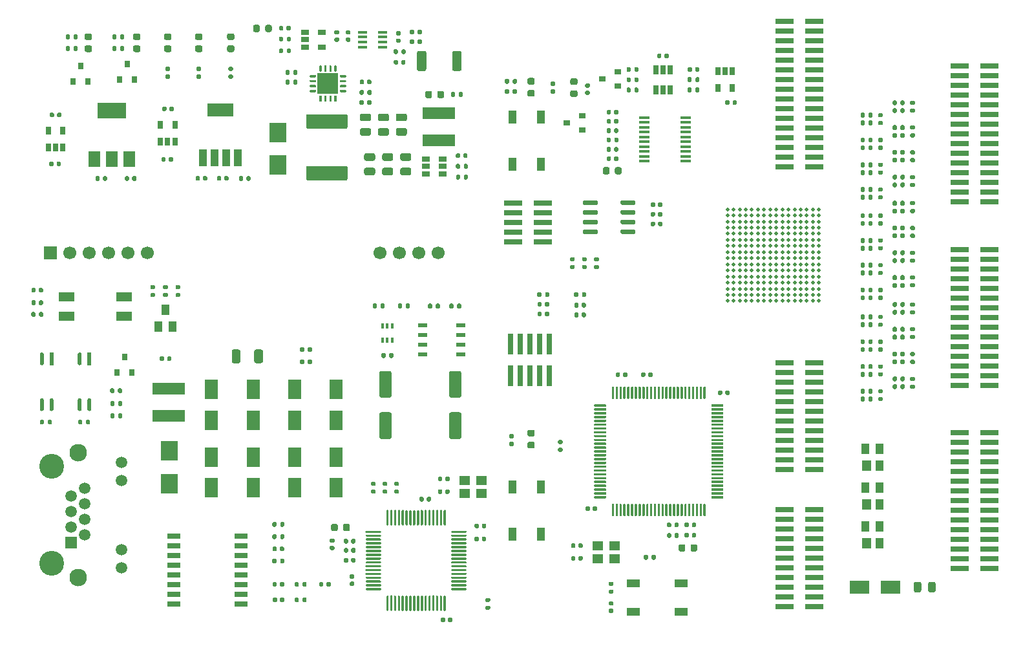
<source format=gbr>
%TF.GenerationSoftware,KiCad,Pcbnew,5.1.10-88a1d61d58~90~ubuntu20.04.1*%
%TF.CreationDate,2021-07-15T14:53:32+08:00*%
%TF.ProjectId,TestAutomation,54657374-4175-4746-9f6d-6174696f6e2e,rev?*%
%TF.SameCoordinates,Original*%
%TF.FileFunction,Soldermask,Top*%
%TF.FilePolarity,Negative*%
%FSLAX46Y46*%
G04 Gerber Fmt 4.6, Leading zero omitted, Abs format (unit mm)*
G04 Created by KiCad (PCBNEW 5.1.10-88a1d61d58~90~ubuntu20.04.1) date 2021-07-15 14:53:32*
%MOMM*%
%LPD*%
G01*
G04 APERTURE LIST*
%ADD10C,0.470000*%
%ADD11C,1.700000*%
%ADD12R,1.700000X1.700000*%
%ADD13R,1.400000X1.200000*%
%ADD14R,4.200000X1.500000*%
%ADD15R,0.900000X0.800000*%
%ADD16R,0.650000X1.220000*%
%ADD17R,0.650000X1.060000*%
%ADD18R,2.700000X2.700000*%
%ADD19R,2.300000X2.500000*%
%ADD20R,2.400000X0.740000*%
%ADD21R,1.100000X1.800000*%
%ADD22R,1.060000X0.650000*%
%ADD23R,1.000000X2.200000*%
%ADD24R,3.400000X1.800000*%
%ADD25R,0.532132X1.702833*%
%ADD26R,1.220000X0.400000*%
%ADD27R,1.454899X0.354800*%
%ADD28R,1.193800X0.558800*%
%ADD29R,0.740000X2.790000*%
%ADD30R,3.800000X2.000000*%
%ADD31R,1.500000X2.000000*%
%ADD32R,1.700000X0.760000*%
%ADD33R,1.800000X1.100000*%
%ADD34R,0.800000X0.900000*%
%ADD35R,0.400000X0.650000*%
%ADD36R,1.000000X1.400000*%
%ADD37C,1.500000*%
%ADD38C,2.300000*%
%ADD39C,3.250000*%
%ADD40R,1.500000X1.500000*%
%ADD41R,2.000000X1.200000*%
%ADD42R,1.800000X2.500000*%
%ADD43R,2.500000X1.800000*%
%ADD44R,1.200000X1.400000*%
G04 APERTURE END LIST*
D10*
%TO.C,U4*%
X173592000Y-81249000D03*
X173592000Y-82049000D03*
X173592000Y-82849000D03*
X173592000Y-83649000D03*
X173592000Y-84449000D03*
X173592000Y-85249000D03*
X173592000Y-86049000D03*
X173592000Y-86849000D03*
X173592000Y-87649000D03*
X173592000Y-88449000D03*
X173592000Y-89249000D03*
X173592000Y-90049000D03*
X173592000Y-90849000D03*
X173592000Y-91649000D03*
X173592000Y-92449000D03*
X173592000Y-93249000D03*
X174392000Y-81249000D03*
X174392000Y-82049000D03*
X174392000Y-82849000D03*
X174392000Y-83649000D03*
X174392000Y-84449000D03*
X174392000Y-85249000D03*
X174392000Y-86049000D03*
X174392000Y-86849000D03*
X174392000Y-87649000D03*
X174392000Y-88449000D03*
X174392000Y-89249000D03*
X174392000Y-90049000D03*
X174392000Y-90849000D03*
X174392000Y-91649000D03*
X174392000Y-92449000D03*
X174392000Y-93249000D03*
X175192000Y-81249000D03*
X175192000Y-82049000D03*
X175192000Y-82849000D03*
X175192000Y-83649000D03*
X175192000Y-84449000D03*
X175192000Y-85249000D03*
X175192000Y-86049000D03*
X175192000Y-86849000D03*
X175192000Y-87649000D03*
X175192000Y-88449000D03*
X175192000Y-89249000D03*
X175192000Y-90049000D03*
X175192000Y-90849000D03*
X175192000Y-91649000D03*
X175192000Y-92449000D03*
X175192000Y-93249000D03*
X175992000Y-81249000D03*
X175992000Y-82049000D03*
X175992000Y-82849000D03*
X175992000Y-83649000D03*
X175992000Y-84449000D03*
X175992000Y-85249000D03*
X175992000Y-86049000D03*
X175992000Y-86849000D03*
X175992000Y-87649000D03*
X175992000Y-88449000D03*
X175992000Y-89249000D03*
X175992000Y-90049000D03*
X175992000Y-90849000D03*
X175992000Y-91649000D03*
X175992000Y-92449000D03*
X175992000Y-93249000D03*
X176792000Y-81249000D03*
X176792000Y-82049000D03*
X176792000Y-82849000D03*
X176792000Y-83649000D03*
X176792000Y-84449000D03*
X176792000Y-85249000D03*
X176792000Y-86049000D03*
X176792000Y-86849000D03*
X176792000Y-87649000D03*
X176792000Y-88449000D03*
X176792000Y-89249000D03*
X176792000Y-90049000D03*
X176792000Y-90849000D03*
X176792000Y-91649000D03*
X176792000Y-92449000D03*
X176792000Y-93249000D03*
X177592000Y-81249000D03*
X177592000Y-82049000D03*
X177592000Y-82849000D03*
X177592000Y-83649000D03*
X177592000Y-84449000D03*
X177592000Y-85249000D03*
X177592000Y-86049000D03*
X177592000Y-86849000D03*
X177592000Y-87649000D03*
X177592000Y-88449000D03*
X177592000Y-89249000D03*
X177592000Y-90049000D03*
X177592000Y-90849000D03*
X177592000Y-91649000D03*
X177592000Y-92449000D03*
X177592000Y-93249000D03*
X178392000Y-81249000D03*
X178392000Y-82049000D03*
X178392000Y-82849000D03*
X178392000Y-83649000D03*
X178392000Y-84449000D03*
X178392000Y-85249000D03*
X178392000Y-86049000D03*
X178392000Y-86849000D03*
X178392000Y-87649000D03*
X178392000Y-88449000D03*
X178392000Y-89249000D03*
X178392000Y-90049000D03*
X178392000Y-90849000D03*
X178392000Y-91649000D03*
X178392000Y-92449000D03*
X178392000Y-93249000D03*
X179192000Y-81249000D03*
X179192000Y-82049000D03*
X179192000Y-82849000D03*
X179192000Y-83649000D03*
X179192000Y-84449000D03*
X179192000Y-85249000D03*
X179192000Y-86049000D03*
X179192000Y-86849000D03*
X179192000Y-87649000D03*
X179192000Y-88449000D03*
X179192000Y-89249000D03*
X179192000Y-90049000D03*
X179192000Y-90849000D03*
X179192000Y-91649000D03*
X179192000Y-92449000D03*
X179192000Y-93249000D03*
X179992000Y-81249000D03*
X179992000Y-82049000D03*
X179992000Y-82849000D03*
X179992000Y-83649000D03*
X179992000Y-84449000D03*
X179992000Y-85249000D03*
X179992000Y-86049000D03*
X179992000Y-86849000D03*
X179992000Y-87649000D03*
X179992000Y-88449000D03*
X179992000Y-89249000D03*
X179992000Y-90049000D03*
X179992000Y-90849000D03*
X179992000Y-91649000D03*
X179992000Y-92449000D03*
X179992000Y-93249000D03*
X180792000Y-81249000D03*
X180792000Y-82049000D03*
X180792000Y-82849000D03*
X180792000Y-83649000D03*
X180792000Y-84449000D03*
X180792000Y-85249000D03*
X180792000Y-86049000D03*
X180792000Y-86849000D03*
X180792000Y-87649000D03*
X180792000Y-88449000D03*
X180792000Y-89249000D03*
X180792000Y-90049000D03*
X180792000Y-90849000D03*
X180792000Y-91649000D03*
X180792000Y-92449000D03*
X180792000Y-93249000D03*
X181592000Y-81249000D03*
X181592000Y-82049000D03*
X181592000Y-82849000D03*
X181592000Y-83649000D03*
X181592000Y-84449000D03*
X181592000Y-85249000D03*
X181592000Y-86049000D03*
X181592000Y-86849000D03*
X181592000Y-87649000D03*
X181592000Y-88449000D03*
X181592000Y-89249000D03*
X181592000Y-90049000D03*
X181592000Y-90849000D03*
X181592000Y-91649000D03*
X181592000Y-92449000D03*
X181592000Y-93249000D03*
X182392000Y-81249000D03*
X182392000Y-82049000D03*
X182392000Y-82849000D03*
X182392000Y-83649000D03*
X182392000Y-84449000D03*
X182392000Y-85249000D03*
X182392000Y-86049000D03*
X182392000Y-86849000D03*
X182392000Y-87649000D03*
X182392000Y-88449000D03*
X182392000Y-89249000D03*
X182392000Y-90049000D03*
X182392000Y-90849000D03*
X182392000Y-91649000D03*
X182392000Y-92449000D03*
X182392000Y-93249000D03*
X183192000Y-81249000D03*
X183192000Y-82049000D03*
X183192000Y-82849000D03*
X183192000Y-83649000D03*
X183192000Y-84449000D03*
X183192000Y-85249000D03*
X183192000Y-86049000D03*
X183192000Y-86849000D03*
X183192000Y-87649000D03*
X183192000Y-88449000D03*
X183192000Y-89249000D03*
X183192000Y-90049000D03*
X183192000Y-90849000D03*
X183192000Y-91649000D03*
X183192000Y-92449000D03*
X183192000Y-93249000D03*
X183992000Y-81249000D03*
X183992000Y-82049000D03*
X183992000Y-82849000D03*
X183992000Y-83649000D03*
X183992000Y-84449000D03*
X183992000Y-85249000D03*
X183992000Y-86049000D03*
X183992000Y-86849000D03*
X183992000Y-87649000D03*
X183992000Y-88449000D03*
X183992000Y-89249000D03*
X183992000Y-90049000D03*
X183992000Y-90849000D03*
X183992000Y-91649000D03*
X183992000Y-92449000D03*
X183992000Y-93249000D03*
X184792000Y-81249000D03*
X184792000Y-82049000D03*
X184792000Y-82849000D03*
X184792000Y-83649000D03*
X184792000Y-84449000D03*
X184792000Y-85249000D03*
X184792000Y-86049000D03*
X184792000Y-86849000D03*
X184792000Y-87649000D03*
X184792000Y-88449000D03*
X184792000Y-89249000D03*
X184792000Y-90049000D03*
X184792000Y-90849000D03*
X184792000Y-91649000D03*
X184792000Y-92449000D03*
X184792000Y-93249000D03*
X185592000Y-81249000D03*
X185592000Y-82049000D03*
X185592000Y-82849000D03*
X185592000Y-83649000D03*
X185592000Y-84449000D03*
X185592000Y-85249000D03*
X185592000Y-86049000D03*
X185592000Y-86849000D03*
X185592000Y-87649000D03*
X185592000Y-88449000D03*
X185592000Y-89249000D03*
X185592000Y-90049000D03*
X185592000Y-90849000D03*
X185592000Y-91649000D03*
X185592000Y-92449000D03*
X185592000Y-93249000D03*
%TD*%
D11*
%TO.C,U12*%
X97618000Y-86946000D03*
X135718000Y-86946000D03*
X133178000Y-86946000D03*
X130638000Y-86946000D03*
X128098000Y-86946000D03*
X95078000Y-86946000D03*
X92538000Y-86946000D03*
X89998000Y-86946000D03*
X87458000Y-86946000D03*
D12*
X84918000Y-86946000D03*
%TD*%
D13*
%TO.C,Y2*%
X158810000Y-125330000D03*
X156610000Y-125330000D03*
X156610000Y-127030000D03*
X158810000Y-127030000D03*
%TD*%
%TO.C,Y1*%
X141344000Y-116726000D03*
X139144000Y-116726000D03*
X139144000Y-118426000D03*
X141344000Y-118426000D03*
%TD*%
D14*
%TO.C,L3*%
X100400000Y-108300000D03*
X100400000Y-104700000D03*
%TD*%
%TO.C,F2*%
G36*
G01*
X198015000Y-131166250D02*
X198015000Y-130253750D01*
G75*
G02*
X198258750Y-130010000I243750J0D01*
G01*
X198746250Y-130010000D01*
G75*
G02*
X198990000Y-130253750I0J-243750D01*
G01*
X198990000Y-131166250D01*
G75*
G02*
X198746250Y-131410000I-243750J0D01*
G01*
X198258750Y-131410000D01*
G75*
G02*
X198015000Y-131166250I0J243750D01*
G01*
G37*
G36*
G01*
X199890000Y-131166250D02*
X199890000Y-130253750D01*
G75*
G02*
X200133750Y-130010000I243750J0D01*
G01*
X200621250Y-130010000D01*
G75*
G02*
X200865000Y-130253750I0J-243750D01*
G01*
X200865000Y-131166250D01*
G75*
G02*
X200621250Y-131410000I-243750J0D01*
G01*
X200133750Y-131410000D01*
G75*
G02*
X199890000Y-131166250I0J243750D01*
G01*
G37*
%TD*%
%TO.C,L4*%
X135780000Y-72240000D03*
X135780000Y-68640000D03*
%TD*%
D15*
%TO.C,D23*%
X159190000Y-65120000D03*
X159190000Y-63220000D03*
X157190000Y-64170000D03*
%TD*%
%TO.C,C98*%
G36*
G01*
X122240000Y-57790000D02*
X122580000Y-57790000D01*
G75*
G02*
X122720000Y-57930000I0J-140000D01*
G01*
X122720000Y-58210000D01*
G75*
G02*
X122580000Y-58350000I-140000J0D01*
G01*
X122240000Y-58350000D01*
G75*
G02*
X122100000Y-58210000I0J140000D01*
G01*
X122100000Y-57930000D01*
G75*
G02*
X122240000Y-57790000I140000J0D01*
G01*
G37*
G36*
G01*
X122240000Y-58750000D02*
X122580000Y-58750000D01*
G75*
G02*
X122720000Y-58890000I0J-140000D01*
G01*
X122720000Y-59170000D01*
G75*
G02*
X122580000Y-59310000I-140000J0D01*
G01*
X122240000Y-59310000D01*
G75*
G02*
X122100000Y-59170000I0J140000D01*
G01*
X122100000Y-58890000D01*
G75*
G02*
X122240000Y-58750000I140000J0D01*
G01*
G37*
%TD*%
%TO.C,C97*%
G36*
G01*
X174820000Y-67100000D02*
X174820000Y-67440000D01*
G75*
G02*
X174680000Y-67580000I-140000J0D01*
G01*
X174400000Y-67580000D01*
G75*
G02*
X174260000Y-67440000I0J140000D01*
G01*
X174260000Y-67100000D01*
G75*
G02*
X174400000Y-66960000I140000J0D01*
G01*
X174680000Y-66960000D01*
G75*
G02*
X174820000Y-67100000I0J-140000D01*
G01*
G37*
G36*
G01*
X173860000Y-67100000D02*
X173860000Y-67440000D01*
G75*
G02*
X173720000Y-67580000I-140000J0D01*
G01*
X173440000Y-67580000D01*
G75*
G02*
X173300000Y-67440000I0J140000D01*
G01*
X173300000Y-67100000D01*
G75*
G02*
X173440000Y-66960000I140000J0D01*
G01*
X173720000Y-66960000D01*
G75*
G02*
X173860000Y-67100000I0J-140000D01*
G01*
G37*
%TD*%
D16*
%TO.C,U2*%
X164190000Y-65620000D03*
X165140000Y-65620000D03*
X166090000Y-65620000D03*
X166090000Y-63000000D03*
X165140000Y-63000000D03*
X164190000Y-63000000D03*
%TD*%
D17*
%TO.C,U1*%
X174230000Y-63180000D03*
X173280000Y-63180000D03*
X172330000Y-63180000D03*
X172330000Y-65380000D03*
X174230000Y-65380000D03*
%TD*%
%TO.C,C1*%
G36*
G01*
X164380000Y-61330000D02*
X164380000Y-60990000D01*
G75*
G02*
X164520000Y-60850000I140000J0D01*
G01*
X164800000Y-60850000D01*
G75*
G02*
X164940000Y-60990000I0J-140000D01*
G01*
X164940000Y-61330000D01*
G75*
G02*
X164800000Y-61470000I-140000J0D01*
G01*
X164520000Y-61470000D01*
G75*
G02*
X164380000Y-61330000I0J140000D01*
G01*
G37*
G36*
G01*
X165340000Y-61330000D02*
X165340000Y-60990000D01*
G75*
G02*
X165480000Y-60850000I140000J0D01*
G01*
X165760000Y-60850000D01*
G75*
G02*
X165900000Y-60990000I0J-140000D01*
G01*
X165900000Y-61330000D01*
G75*
G02*
X165760000Y-61470000I-140000J0D01*
G01*
X165480000Y-61470000D01*
G75*
G02*
X165340000Y-61330000I0J140000D01*
G01*
G37*
%TD*%
%TO.C,R129*%
G36*
G01*
X117260000Y-64425000D02*
X117260000Y-64795000D01*
G75*
G02*
X117125000Y-64930000I-135000J0D01*
G01*
X116855000Y-64930000D01*
G75*
G02*
X116720000Y-64795000I0J135000D01*
G01*
X116720000Y-64425000D01*
G75*
G02*
X116855000Y-64290000I135000J0D01*
G01*
X117125000Y-64290000D01*
G75*
G02*
X117260000Y-64425000I0J-135000D01*
G01*
G37*
G36*
G01*
X116240000Y-64425000D02*
X116240000Y-64795000D01*
G75*
G02*
X116105000Y-64930000I-135000J0D01*
G01*
X115835000Y-64930000D01*
G75*
G02*
X115700000Y-64795000I0J135000D01*
G01*
X115700000Y-64425000D01*
G75*
G02*
X115835000Y-64290000I135000J0D01*
G01*
X116105000Y-64290000D01*
G75*
G02*
X116240000Y-64425000I0J-135000D01*
G01*
G37*
%TD*%
%TO.C,R128*%
G36*
G01*
X115700000Y-63505000D02*
X115700000Y-63135000D01*
G75*
G02*
X115835000Y-63000000I135000J0D01*
G01*
X116105000Y-63000000D01*
G75*
G02*
X116240000Y-63135000I0J-135000D01*
G01*
X116240000Y-63505000D01*
G75*
G02*
X116105000Y-63640000I-135000J0D01*
G01*
X115835000Y-63640000D01*
G75*
G02*
X115700000Y-63505000I0J135000D01*
G01*
G37*
G36*
G01*
X116720000Y-63505000D02*
X116720000Y-63135000D01*
G75*
G02*
X116855000Y-63000000I135000J0D01*
G01*
X117125000Y-63000000D01*
G75*
G02*
X117260000Y-63135000I0J-135000D01*
G01*
X117260000Y-63505000D01*
G75*
G02*
X117125000Y-63640000I-135000J0D01*
G01*
X116855000Y-63640000D01*
G75*
G02*
X116720000Y-63505000I0J135000D01*
G01*
G37*
%TD*%
%TO.C,U16*%
G36*
G01*
X118880000Y-63892500D02*
X118880000Y-63742500D01*
G75*
G02*
X118955000Y-63667500I75000J0D01*
G01*
X119630000Y-63667500D01*
G75*
G02*
X119705000Y-63742500I0J-75000D01*
G01*
X119705000Y-63892500D01*
G75*
G02*
X119630000Y-63967500I-75000J0D01*
G01*
X118955000Y-63967500D01*
G75*
G02*
X118880000Y-63892500I0J75000D01*
G01*
G37*
G36*
G01*
X118880000Y-64542500D02*
X118880000Y-64392500D01*
G75*
G02*
X118955000Y-64317500I75000J0D01*
G01*
X119630000Y-64317500D01*
G75*
G02*
X119705000Y-64392500I0J-75000D01*
G01*
X119705000Y-64542500D01*
G75*
G02*
X119630000Y-64617500I-75000J0D01*
G01*
X118955000Y-64617500D01*
G75*
G02*
X118880000Y-64542500I0J75000D01*
G01*
G37*
G36*
G01*
X118880000Y-65192500D02*
X118880000Y-65042500D01*
G75*
G02*
X118955000Y-64967500I75000J0D01*
G01*
X119630000Y-64967500D01*
G75*
G02*
X119705000Y-65042500I0J-75000D01*
G01*
X119705000Y-65192500D01*
G75*
G02*
X119630000Y-65267500I-75000J0D01*
G01*
X118955000Y-65267500D01*
G75*
G02*
X118880000Y-65192500I0J75000D01*
G01*
G37*
G36*
G01*
X118880000Y-65842500D02*
X118880000Y-65692500D01*
G75*
G02*
X118955000Y-65617500I75000J0D01*
G01*
X119630000Y-65617500D01*
G75*
G02*
X119705000Y-65692500I0J-75000D01*
G01*
X119705000Y-65842500D01*
G75*
G02*
X119630000Y-65917500I-75000J0D01*
G01*
X118955000Y-65917500D01*
G75*
G02*
X118880000Y-65842500I0J75000D01*
G01*
G37*
G36*
G01*
X120130000Y-67092500D02*
X120130000Y-66417500D01*
G75*
G02*
X120205000Y-66342500I75000J0D01*
G01*
X120355000Y-66342500D01*
G75*
G02*
X120430000Y-66417500I0J-75000D01*
G01*
X120430000Y-67092500D01*
G75*
G02*
X120355000Y-67167500I-75000J0D01*
G01*
X120205000Y-67167500D01*
G75*
G02*
X120130000Y-67092500I0J75000D01*
G01*
G37*
G36*
G01*
X120780000Y-67092500D02*
X120780000Y-66417500D01*
G75*
G02*
X120855000Y-66342500I75000J0D01*
G01*
X121005000Y-66342500D01*
G75*
G02*
X121080000Y-66417500I0J-75000D01*
G01*
X121080000Y-67092500D01*
G75*
G02*
X121005000Y-67167500I-75000J0D01*
G01*
X120855000Y-67167500D01*
G75*
G02*
X120780000Y-67092500I0J75000D01*
G01*
G37*
G36*
G01*
X121430000Y-67092500D02*
X121430000Y-66417500D01*
G75*
G02*
X121505000Y-66342500I75000J0D01*
G01*
X121655000Y-66342500D01*
G75*
G02*
X121730000Y-66417500I0J-75000D01*
G01*
X121730000Y-67092500D01*
G75*
G02*
X121655000Y-67167500I-75000J0D01*
G01*
X121505000Y-67167500D01*
G75*
G02*
X121430000Y-67092500I0J75000D01*
G01*
G37*
G36*
G01*
X122080000Y-67092500D02*
X122080000Y-66417500D01*
G75*
G02*
X122155000Y-66342500I75000J0D01*
G01*
X122305000Y-66342500D01*
G75*
G02*
X122380000Y-66417500I0J-75000D01*
G01*
X122380000Y-67092500D01*
G75*
G02*
X122305000Y-67167500I-75000J0D01*
G01*
X122155000Y-67167500D01*
G75*
G02*
X122080000Y-67092500I0J75000D01*
G01*
G37*
G36*
G01*
X122805000Y-65842500D02*
X122805000Y-65692500D01*
G75*
G02*
X122880000Y-65617500I75000J0D01*
G01*
X123555000Y-65617500D01*
G75*
G02*
X123630000Y-65692500I0J-75000D01*
G01*
X123630000Y-65842500D01*
G75*
G02*
X123555000Y-65917500I-75000J0D01*
G01*
X122880000Y-65917500D01*
G75*
G02*
X122805000Y-65842500I0J75000D01*
G01*
G37*
G36*
G01*
X122805000Y-65192500D02*
X122805000Y-65042500D01*
G75*
G02*
X122880000Y-64967500I75000J0D01*
G01*
X123555000Y-64967500D01*
G75*
G02*
X123630000Y-65042500I0J-75000D01*
G01*
X123630000Y-65192500D01*
G75*
G02*
X123555000Y-65267500I-75000J0D01*
G01*
X122880000Y-65267500D01*
G75*
G02*
X122805000Y-65192500I0J75000D01*
G01*
G37*
G36*
G01*
X122805000Y-64542500D02*
X122805000Y-64392500D01*
G75*
G02*
X122880000Y-64317500I75000J0D01*
G01*
X123555000Y-64317500D01*
G75*
G02*
X123630000Y-64392500I0J-75000D01*
G01*
X123630000Y-64542500D01*
G75*
G02*
X123555000Y-64617500I-75000J0D01*
G01*
X122880000Y-64617500D01*
G75*
G02*
X122805000Y-64542500I0J75000D01*
G01*
G37*
G36*
G01*
X122805000Y-63892500D02*
X122805000Y-63742500D01*
G75*
G02*
X122880000Y-63667500I75000J0D01*
G01*
X123555000Y-63667500D01*
G75*
G02*
X123630000Y-63742500I0J-75000D01*
G01*
X123630000Y-63892500D01*
G75*
G02*
X123555000Y-63967500I-75000J0D01*
G01*
X122880000Y-63967500D01*
G75*
G02*
X122805000Y-63892500I0J75000D01*
G01*
G37*
G36*
G01*
X122080000Y-63167500D02*
X122080000Y-62492500D01*
G75*
G02*
X122155000Y-62417500I75000J0D01*
G01*
X122305000Y-62417500D01*
G75*
G02*
X122380000Y-62492500I0J-75000D01*
G01*
X122380000Y-63167500D01*
G75*
G02*
X122305000Y-63242500I-75000J0D01*
G01*
X122155000Y-63242500D01*
G75*
G02*
X122080000Y-63167500I0J75000D01*
G01*
G37*
G36*
G01*
X121430000Y-63167500D02*
X121430000Y-62492500D01*
G75*
G02*
X121505000Y-62417500I75000J0D01*
G01*
X121655000Y-62417500D01*
G75*
G02*
X121730000Y-62492500I0J-75000D01*
G01*
X121730000Y-63167500D01*
G75*
G02*
X121655000Y-63242500I-75000J0D01*
G01*
X121505000Y-63242500D01*
G75*
G02*
X121430000Y-63167500I0J75000D01*
G01*
G37*
G36*
G01*
X120780000Y-63167500D02*
X120780000Y-62492500D01*
G75*
G02*
X120855000Y-62417500I75000J0D01*
G01*
X121005000Y-62417500D01*
G75*
G02*
X121080000Y-62492500I0J-75000D01*
G01*
X121080000Y-63167500D01*
G75*
G02*
X121005000Y-63242500I-75000J0D01*
G01*
X120855000Y-63242500D01*
G75*
G02*
X120780000Y-63167500I0J75000D01*
G01*
G37*
G36*
G01*
X120130000Y-63167500D02*
X120130000Y-62492500D01*
G75*
G02*
X120205000Y-62417500I75000J0D01*
G01*
X120355000Y-62417500D01*
G75*
G02*
X120430000Y-62492500I0J-75000D01*
G01*
X120430000Y-63167500D01*
G75*
G02*
X120355000Y-63242500I-75000J0D01*
G01*
X120205000Y-63242500D01*
G75*
G02*
X120130000Y-63167500I0J75000D01*
G01*
G37*
D18*
X121255000Y-64792500D03*
%TD*%
%TO.C,R127*%
G36*
G01*
X125400000Y-66135000D02*
X125400000Y-65765000D01*
G75*
G02*
X125535000Y-65630000I135000J0D01*
G01*
X125805000Y-65630000D01*
G75*
G02*
X125940000Y-65765000I0J-135000D01*
G01*
X125940000Y-66135000D01*
G75*
G02*
X125805000Y-66270000I-135000J0D01*
G01*
X125535000Y-66270000D01*
G75*
G02*
X125400000Y-66135000I0J135000D01*
G01*
G37*
G36*
G01*
X126420000Y-66135000D02*
X126420000Y-65765000D01*
G75*
G02*
X126555000Y-65630000I135000J0D01*
G01*
X126825000Y-65630000D01*
G75*
G02*
X126960000Y-65765000I0J-135000D01*
G01*
X126960000Y-66135000D01*
G75*
G02*
X126825000Y-66270000I-135000J0D01*
G01*
X126555000Y-66270000D01*
G75*
G02*
X126420000Y-66135000I0J135000D01*
G01*
G37*
%TD*%
%TO.C,R126*%
G36*
G01*
X125400000Y-67445000D02*
X125400000Y-67075000D01*
G75*
G02*
X125535000Y-66940000I135000J0D01*
G01*
X125805000Y-66940000D01*
G75*
G02*
X125940000Y-67075000I0J-135000D01*
G01*
X125940000Y-67445000D01*
G75*
G02*
X125805000Y-67580000I-135000J0D01*
G01*
X125535000Y-67580000D01*
G75*
G02*
X125400000Y-67445000I0J135000D01*
G01*
G37*
G36*
G01*
X126420000Y-67445000D02*
X126420000Y-67075000D01*
G75*
G02*
X126555000Y-66940000I135000J0D01*
G01*
X126825000Y-66940000D01*
G75*
G02*
X126960000Y-67075000I0J-135000D01*
G01*
X126960000Y-67445000D01*
G75*
G02*
X126825000Y-67580000I-135000J0D01*
G01*
X126555000Y-67580000D01*
G75*
G02*
X126420000Y-67445000I0J135000D01*
G01*
G37*
%TD*%
%TO.C,C89*%
G36*
G01*
X125420000Y-64750000D02*
X125420000Y-64410000D01*
G75*
G02*
X125560000Y-64270000I140000J0D01*
G01*
X125840000Y-64270000D01*
G75*
G02*
X125980000Y-64410000I0J-140000D01*
G01*
X125980000Y-64750000D01*
G75*
G02*
X125840000Y-64890000I-140000J0D01*
G01*
X125560000Y-64890000D01*
G75*
G02*
X125420000Y-64750000I0J140000D01*
G01*
G37*
G36*
G01*
X126380000Y-64750000D02*
X126380000Y-64410000D01*
G75*
G02*
X126520000Y-64270000I140000J0D01*
G01*
X126800000Y-64270000D01*
G75*
G02*
X126940000Y-64410000I0J-140000D01*
G01*
X126940000Y-64750000D01*
G75*
G02*
X126800000Y-64890000I-140000J0D01*
G01*
X126520000Y-64890000D01*
G75*
G02*
X126380000Y-64750000I0J140000D01*
G01*
G37*
%TD*%
%TO.C,C61*%
G36*
G01*
X137560000Y-134830000D02*
X137560000Y-135170000D01*
G75*
G02*
X137420000Y-135310000I-140000J0D01*
G01*
X137140000Y-135310000D01*
G75*
G02*
X137000000Y-135170000I0J140000D01*
G01*
X137000000Y-134830000D01*
G75*
G02*
X137140000Y-134690000I140000J0D01*
G01*
X137420000Y-134690000D01*
G75*
G02*
X137560000Y-134830000I0J-140000D01*
G01*
G37*
G36*
G01*
X136600000Y-134830000D02*
X136600000Y-135170000D01*
G75*
G02*
X136460000Y-135310000I-140000J0D01*
G01*
X136180000Y-135310000D01*
G75*
G02*
X136040000Y-135170000I0J140000D01*
G01*
X136040000Y-134830000D01*
G75*
G02*
X136180000Y-134690000I140000J0D01*
G01*
X136460000Y-134690000D01*
G75*
G02*
X136600000Y-134830000I0J-140000D01*
G01*
G37*
%TD*%
%TO.C,C69*%
G36*
G01*
X121630000Y-124340000D02*
X121970000Y-124340000D01*
G75*
G02*
X122110000Y-124480000I0J-140000D01*
G01*
X122110000Y-124760000D01*
G75*
G02*
X121970000Y-124900000I-140000J0D01*
G01*
X121630000Y-124900000D01*
G75*
G02*
X121490000Y-124760000I0J140000D01*
G01*
X121490000Y-124480000D01*
G75*
G02*
X121630000Y-124340000I140000J0D01*
G01*
G37*
G36*
G01*
X121630000Y-125300000D02*
X121970000Y-125300000D01*
G75*
G02*
X122110000Y-125440000I0J-140000D01*
G01*
X122110000Y-125720000D01*
G75*
G02*
X121970000Y-125860000I-140000J0D01*
G01*
X121630000Y-125860000D01*
G75*
G02*
X121490000Y-125720000I0J140000D01*
G01*
X121490000Y-125440000D01*
G75*
G02*
X121630000Y-125300000I140000J0D01*
G01*
G37*
%TD*%
%TO.C,C68*%
G36*
G01*
X124860000Y-125730000D02*
X124860000Y-126070000D01*
G75*
G02*
X124720000Y-126210000I-140000J0D01*
G01*
X124440000Y-126210000D01*
G75*
G02*
X124300000Y-126070000I0J140000D01*
G01*
X124300000Y-125730000D01*
G75*
G02*
X124440000Y-125590000I140000J0D01*
G01*
X124720000Y-125590000D01*
G75*
G02*
X124860000Y-125730000I0J-140000D01*
G01*
G37*
G36*
G01*
X123900000Y-125730000D02*
X123900000Y-126070000D01*
G75*
G02*
X123760000Y-126210000I-140000J0D01*
G01*
X123480000Y-126210000D01*
G75*
G02*
X123340000Y-126070000I0J140000D01*
G01*
X123340000Y-125730000D01*
G75*
G02*
X123480000Y-125590000I140000J0D01*
G01*
X123760000Y-125590000D01*
G75*
G02*
X123900000Y-125730000I0J-140000D01*
G01*
G37*
%TD*%
%TO.C,C66*%
G36*
G01*
X124230000Y-129040000D02*
X124570000Y-129040000D01*
G75*
G02*
X124710000Y-129180000I0J-140000D01*
G01*
X124710000Y-129460000D01*
G75*
G02*
X124570000Y-129600000I-140000J0D01*
G01*
X124230000Y-129600000D01*
G75*
G02*
X124090000Y-129460000I0J140000D01*
G01*
X124090000Y-129180000D01*
G75*
G02*
X124230000Y-129040000I140000J0D01*
G01*
G37*
G36*
G01*
X124230000Y-130000000D02*
X124570000Y-130000000D01*
G75*
G02*
X124710000Y-130140000I0J-140000D01*
G01*
X124710000Y-130420000D01*
G75*
G02*
X124570000Y-130560000I-140000J0D01*
G01*
X124230000Y-130560000D01*
G75*
G02*
X124090000Y-130420000I0J140000D01*
G01*
X124090000Y-130140000D01*
G75*
G02*
X124230000Y-130000000I140000J0D01*
G01*
G37*
%TD*%
%TO.C,C65*%
G36*
G01*
X124860000Y-124530000D02*
X124860000Y-124870000D01*
G75*
G02*
X124720000Y-125010000I-140000J0D01*
G01*
X124440000Y-125010000D01*
G75*
G02*
X124300000Y-124870000I0J140000D01*
G01*
X124300000Y-124530000D01*
G75*
G02*
X124440000Y-124390000I140000J0D01*
G01*
X124720000Y-124390000D01*
G75*
G02*
X124860000Y-124530000I0J-140000D01*
G01*
G37*
G36*
G01*
X123900000Y-124530000D02*
X123900000Y-124870000D01*
G75*
G02*
X123760000Y-125010000I-140000J0D01*
G01*
X123480000Y-125010000D01*
G75*
G02*
X123340000Y-124870000I0J140000D01*
G01*
X123340000Y-124530000D01*
G75*
G02*
X123480000Y-124390000I140000J0D01*
G01*
X123760000Y-124390000D01*
G75*
G02*
X123900000Y-124530000I0J-140000D01*
G01*
G37*
%TD*%
%TO.C,C64*%
G36*
G01*
X134760000Y-119030000D02*
X134760000Y-119370000D01*
G75*
G02*
X134620000Y-119510000I-140000J0D01*
G01*
X134340000Y-119510000D01*
G75*
G02*
X134200000Y-119370000I0J140000D01*
G01*
X134200000Y-119030000D01*
G75*
G02*
X134340000Y-118890000I140000J0D01*
G01*
X134620000Y-118890000D01*
G75*
G02*
X134760000Y-119030000I0J-140000D01*
G01*
G37*
G36*
G01*
X133800000Y-119030000D02*
X133800000Y-119370000D01*
G75*
G02*
X133660000Y-119510000I-140000J0D01*
G01*
X133380000Y-119510000D01*
G75*
G02*
X133240000Y-119370000I0J140000D01*
G01*
X133240000Y-119030000D01*
G75*
G02*
X133380000Y-118890000I140000J0D01*
G01*
X133660000Y-118890000D01*
G75*
G02*
X133800000Y-119030000I0J-140000D01*
G01*
G37*
%TD*%
%TO.C,C62*%
G36*
G01*
X140460000Y-122870000D02*
X140460000Y-122530000D01*
G75*
G02*
X140600000Y-122390000I140000J0D01*
G01*
X140880000Y-122390000D01*
G75*
G02*
X141020000Y-122530000I0J-140000D01*
G01*
X141020000Y-122870000D01*
G75*
G02*
X140880000Y-123010000I-140000J0D01*
G01*
X140600000Y-123010000D01*
G75*
G02*
X140460000Y-122870000I0J140000D01*
G01*
G37*
G36*
G01*
X141420000Y-122870000D02*
X141420000Y-122530000D01*
G75*
G02*
X141560000Y-122390000I140000J0D01*
G01*
X141840000Y-122390000D01*
G75*
G02*
X141980000Y-122530000I0J-140000D01*
G01*
X141980000Y-122870000D01*
G75*
G02*
X141840000Y-123010000I-140000J0D01*
G01*
X141560000Y-123010000D01*
G75*
G02*
X141420000Y-122870000I0J140000D01*
G01*
G37*
%TD*%
D17*
%TO.C,U6*%
X99296000Y-70204000D03*
X101196000Y-70204000D03*
X101196000Y-72404000D03*
X100246000Y-72404000D03*
X99296000Y-72404000D03*
%TD*%
%TO.C,C78*%
G36*
G01*
X156520000Y-120260000D02*
X156520000Y-120600000D01*
G75*
G02*
X156380000Y-120740000I-140000J0D01*
G01*
X156100000Y-120740000D01*
G75*
G02*
X155960000Y-120600000I0J140000D01*
G01*
X155960000Y-120260000D01*
G75*
G02*
X156100000Y-120120000I140000J0D01*
G01*
X156380000Y-120120000D01*
G75*
G02*
X156520000Y-120260000I0J-140000D01*
G01*
G37*
G36*
G01*
X155560000Y-120260000D02*
X155560000Y-120600000D01*
G75*
G02*
X155420000Y-120740000I-140000J0D01*
G01*
X155140000Y-120740000D01*
G75*
G02*
X155000000Y-120600000I0J140000D01*
G01*
X155000000Y-120260000D01*
G75*
G02*
X155140000Y-120120000I140000J0D01*
G01*
X155420000Y-120120000D01*
G75*
G02*
X155560000Y-120260000I0J-140000D01*
G01*
G37*
%TD*%
%TO.C,U15*%
G36*
G01*
X157648000Y-119094000D02*
X156198000Y-119094000D01*
G75*
G02*
X156123000Y-119019000I0J75000D01*
G01*
X156123000Y-118869000D01*
G75*
G02*
X156198000Y-118794000I75000J0D01*
G01*
X157648000Y-118794000D01*
G75*
G02*
X157723000Y-118869000I0J-75000D01*
G01*
X157723000Y-119019000D01*
G75*
G02*
X157648000Y-119094000I-75000J0D01*
G01*
G37*
G36*
G01*
X157648000Y-118594000D02*
X156198000Y-118594000D01*
G75*
G02*
X156123000Y-118519000I0J75000D01*
G01*
X156123000Y-118369000D01*
G75*
G02*
X156198000Y-118294000I75000J0D01*
G01*
X157648000Y-118294000D01*
G75*
G02*
X157723000Y-118369000I0J-75000D01*
G01*
X157723000Y-118519000D01*
G75*
G02*
X157648000Y-118594000I-75000J0D01*
G01*
G37*
G36*
G01*
X157648000Y-118094000D02*
X156198000Y-118094000D01*
G75*
G02*
X156123000Y-118019000I0J75000D01*
G01*
X156123000Y-117869000D01*
G75*
G02*
X156198000Y-117794000I75000J0D01*
G01*
X157648000Y-117794000D01*
G75*
G02*
X157723000Y-117869000I0J-75000D01*
G01*
X157723000Y-118019000D01*
G75*
G02*
X157648000Y-118094000I-75000J0D01*
G01*
G37*
G36*
G01*
X157648000Y-117594000D02*
X156198000Y-117594000D01*
G75*
G02*
X156123000Y-117519000I0J75000D01*
G01*
X156123000Y-117369000D01*
G75*
G02*
X156198000Y-117294000I75000J0D01*
G01*
X157648000Y-117294000D01*
G75*
G02*
X157723000Y-117369000I0J-75000D01*
G01*
X157723000Y-117519000D01*
G75*
G02*
X157648000Y-117594000I-75000J0D01*
G01*
G37*
G36*
G01*
X157648000Y-117094000D02*
X156198000Y-117094000D01*
G75*
G02*
X156123000Y-117019000I0J75000D01*
G01*
X156123000Y-116869000D01*
G75*
G02*
X156198000Y-116794000I75000J0D01*
G01*
X157648000Y-116794000D01*
G75*
G02*
X157723000Y-116869000I0J-75000D01*
G01*
X157723000Y-117019000D01*
G75*
G02*
X157648000Y-117094000I-75000J0D01*
G01*
G37*
G36*
G01*
X157648000Y-116594000D02*
X156198000Y-116594000D01*
G75*
G02*
X156123000Y-116519000I0J75000D01*
G01*
X156123000Y-116369000D01*
G75*
G02*
X156198000Y-116294000I75000J0D01*
G01*
X157648000Y-116294000D01*
G75*
G02*
X157723000Y-116369000I0J-75000D01*
G01*
X157723000Y-116519000D01*
G75*
G02*
X157648000Y-116594000I-75000J0D01*
G01*
G37*
G36*
G01*
X157648000Y-116094000D02*
X156198000Y-116094000D01*
G75*
G02*
X156123000Y-116019000I0J75000D01*
G01*
X156123000Y-115869000D01*
G75*
G02*
X156198000Y-115794000I75000J0D01*
G01*
X157648000Y-115794000D01*
G75*
G02*
X157723000Y-115869000I0J-75000D01*
G01*
X157723000Y-116019000D01*
G75*
G02*
X157648000Y-116094000I-75000J0D01*
G01*
G37*
G36*
G01*
X157648000Y-115594000D02*
X156198000Y-115594000D01*
G75*
G02*
X156123000Y-115519000I0J75000D01*
G01*
X156123000Y-115369000D01*
G75*
G02*
X156198000Y-115294000I75000J0D01*
G01*
X157648000Y-115294000D01*
G75*
G02*
X157723000Y-115369000I0J-75000D01*
G01*
X157723000Y-115519000D01*
G75*
G02*
X157648000Y-115594000I-75000J0D01*
G01*
G37*
G36*
G01*
X157648000Y-115094000D02*
X156198000Y-115094000D01*
G75*
G02*
X156123000Y-115019000I0J75000D01*
G01*
X156123000Y-114869000D01*
G75*
G02*
X156198000Y-114794000I75000J0D01*
G01*
X157648000Y-114794000D01*
G75*
G02*
X157723000Y-114869000I0J-75000D01*
G01*
X157723000Y-115019000D01*
G75*
G02*
X157648000Y-115094000I-75000J0D01*
G01*
G37*
G36*
G01*
X157648000Y-114594000D02*
X156198000Y-114594000D01*
G75*
G02*
X156123000Y-114519000I0J75000D01*
G01*
X156123000Y-114369000D01*
G75*
G02*
X156198000Y-114294000I75000J0D01*
G01*
X157648000Y-114294000D01*
G75*
G02*
X157723000Y-114369000I0J-75000D01*
G01*
X157723000Y-114519000D01*
G75*
G02*
X157648000Y-114594000I-75000J0D01*
G01*
G37*
G36*
G01*
X157648000Y-114094000D02*
X156198000Y-114094000D01*
G75*
G02*
X156123000Y-114019000I0J75000D01*
G01*
X156123000Y-113869000D01*
G75*
G02*
X156198000Y-113794000I75000J0D01*
G01*
X157648000Y-113794000D01*
G75*
G02*
X157723000Y-113869000I0J-75000D01*
G01*
X157723000Y-114019000D01*
G75*
G02*
X157648000Y-114094000I-75000J0D01*
G01*
G37*
G36*
G01*
X157648000Y-113594000D02*
X156198000Y-113594000D01*
G75*
G02*
X156123000Y-113519000I0J75000D01*
G01*
X156123000Y-113369000D01*
G75*
G02*
X156198000Y-113294000I75000J0D01*
G01*
X157648000Y-113294000D01*
G75*
G02*
X157723000Y-113369000I0J-75000D01*
G01*
X157723000Y-113519000D01*
G75*
G02*
X157648000Y-113594000I-75000J0D01*
G01*
G37*
G36*
G01*
X157648000Y-113094000D02*
X156198000Y-113094000D01*
G75*
G02*
X156123000Y-113019000I0J75000D01*
G01*
X156123000Y-112869000D01*
G75*
G02*
X156198000Y-112794000I75000J0D01*
G01*
X157648000Y-112794000D01*
G75*
G02*
X157723000Y-112869000I0J-75000D01*
G01*
X157723000Y-113019000D01*
G75*
G02*
X157648000Y-113094000I-75000J0D01*
G01*
G37*
G36*
G01*
X157648000Y-112594000D02*
X156198000Y-112594000D01*
G75*
G02*
X156123000Y-112519000I0J75000D01*
G01*
X156123000Y-112369000D01*
G75*
G02*
X156198000Y-112294000I75000J0D01*
G01*
X157648000Y-112294000D01*
G75*
G02*
X157723000Y-112369000I0J-75000D01*
G01*
X157723000Y-112519000D01*
G75*
G02*
X157648000Y-112594000I-75000J0D01*
G01*
G37*
G36*
G01*
X157648000Y-112094000D02*
X156198000Y-112094000D01*
G75*
G02*
X156123000Y-112019000I0J75000D01*
G01*
X156123000Y-111869000D01*
G75*
G02*
X156198000Y-111794000I75000J0D01*
G01*
X157648000Y-111794000D01*
G75*
G02*
X157723000Y-111869000I0J-75000D01*
G01*
X157723000Y-112019000D01*
G75*
G02*
X157648000Y-112094000I-75000J0D01*
G01*
G37*
G36*
G01*
X157648000Y-111594000D02*
X156198000Y-111594000D01*
G75*
G02*
X156123000Y-111519000I0J75000D01*
G01*
X156123000Y-111369000D01*
G75*
G02*
X156198000Y-111294000I75000J0D01*
G01*
X157648000Y-111294000D01*
G75*
G02*
X157723000Y-111369000I0J-75000D01*
G01*
X157723000Y-111519000D01*
G75*
G02*
X157648000Y-111594000I-75000J0D01*
G01*
G37*
G36*
G01*
X157648000Y-111094000D02*
X156198000Y-111094000D01*
G75*
G02*
X156123000Y-111019000I0J75000D01*
G01*
X156123000Y-110869000D01*
G75*
G02*
X156198000Y-110794000I75000J0D01*
G01*
X157648000Y-110794000D01*
G75*
G02*
X157723000Y-110869000I0J-75000D01*
G01*
X157723000Y-111019000D01*
G75*
G02*
X157648000Y-111094000I-75000J0D01*
G01*
G37*
G36*
G01*
X157648000Y-110594000D02*
X156198000Y-110594000D01*
G75*
G02*
X156123000Y-110519000I0J75000D01*
G01*
X156123000Y-110369000D01*
G75*
G02*
X156198000Y-110294000I75000J0D01*
G01*
X157648000Y-110294000D01*
G75*
G02*
X157723000Y-110369000I0J-75000D01*
G01*
X157723000Y-110519000D01*
G75*
G02*
X157648000Y-110594000I-75000J0D01*
G01*
G37*
G36*
G01*
X157648000Y-110094000D02*
X156198000Y-110094000D01*
G75*
G02*
X156123000Y-110019000I0J75000D01*
G01*
X156123000Y-109869000D01*
G75*
G02*
X156198000Y-109794000I75000J0D01*
G01*
X157648000Y-109794000D01*
G75*
G02*
X157723000Y-109869000I0J-75000D01*
G01*
X157723000Y-110019000D01*
G75*
G02*
X157648000Y-110094000I-75000J0D01*
G01*
G37*
G36*
G01*
X157648000Y-109594000D02*
X156198000Y-109594000D01*
G75*
G02*
X156123000Y-109519000I0J75000D01*
G01*
X156123000Y-109369000D01*
G75*
G02*
X156198000Y-109294000I75000J0D01*
G01*
X157648000Y-109294000D01*
G75*
G02*
X157723000Y-109369000I0J-75000D01*
G01*
X157723000Y-109519000D01*
G75*
G02*
X157648000Y-109594000I-75000J0D01*
G01*
G37*
G36*
G01*
X157648000Y-109094000D02*
X156198000Y-109094000D01*
G75*
G02*
X156123000Y-109019000I0J75000D01*
G01*
X156123000Y-108869000D01*
G75*
G02*
X156198000Y-108794000I75000J0D01*
G01*
X157648000Y-108794000D01*
G75*
G02*
X157723000Y-108869000I0J-75000D01*
G01*
X157723000Y-109019000D01*
G75*
G02*
X157648000Y-109094000I-75000J0D01*
G01*
G37*
G36*
G01*
X157648000Y-108594000D02*
X156198000Y-108594000D01*
G75*
G02*
X156123000Y-108519000I0J75000D01*
G01*
X156123000Y-108369000D01*
G75*
G02*
X156198000Y-108294000I75000J0D01*
G01*
X157648000Y-108294000D01*
G75*
G02*
X157723000Y-108369000I0J-75000D01*
G01*
X157723000Y-108519000D01*
G75*
G02*
X157648000Y-108594000I-75000J0D01*
G01*
G37*
G36*
G01*
X157648000Y-108094000D02*
X156198000Y-108094000D01*
G75*
G02*
X156123000Y-108019000I0J75000D01*
G01*
X156123000Y-107869000D01*
G75*
G02*
X156198000Y-107794000I75000J0D01*
G01*
X157648000Y-107794000D01*
G75*
G02*
X157723000Y-107869000I0J-75000D01*
G01*
X157723000Y-108019000D01*
G75*
G02*
X157648000Y-108094000I-75000J0D01*
G01*
G37*
G36*
G01*
X157648000Y-107594000D02*
X156198000Y-107594000D01*
G75*
G02*
X156123000Y-107519000I0J75000D01*
G01*
X156123000Y-107369000D01*
G75*
G02*
X156198000Y-107294000I75000J0D01*
G01*
X157648000Y-107294000D01*
G75*
G02*
X157723000Y-107369000I0J-75000D01*
G01*
X157723000Y-107519000D01*
G75*
G02*
X157648000Y-107594000I-75000J0D01*
G01*
G37*
G36*
G01*
X157648000Y-107094000D02*
X156198000Y-107094000D01*
G75*
G02*
X156123000Y-107019000I0J75000D01*
G01*
X156123000Y-106869000D01*
G75*
G02*
X156198000Y-106794000I75000J0D01*
G01*
X157648000Y-106794000D01*
G75*
G02*
X157723000Y-106869000I0J-75000D01*
G01*
X157723000Y-107019000D01*
G75*
G02*
X157648000Y-107094000I-75000J0D01*
G01*
G37*
G36*
G01*
X158673000Y-106069000D02*
X158523000Y-106069000D01*
G75*
G02*
X158448000Y-105994000I0J75000D01*
G01*
X158448000Y-104544000D01*
G75*
G02*
X158523000Y-104469000I75000J0D01*
G01*
X158673000Y-104469000D01*
G75*
G02*
X158748000Y-104544000I0J-75000D01*
G01*
X158748000Y-105994000D01*
G75*
G02*
X158673000Y-106069000I-75000J0D01*
G01*
G37*
G36*
G01*
X159173000Y-106069000D02*
X159023000Y-106069000D01*
G75*
G02*
X158948000Y-105994000I0J75000D01*
G01*
X158948000Y-104544000D01*
G75*
G02*
X159023000Y-104469000I75000J0D01*
G01*
X159173000Y-104469000D01*
G75*
G02*
X159248000Y-104544000I0J-75000D01*
G01*
X159248000Y-105994000D01*
G75*
G02*
X159173000Y-106069000I-75000J0D01*
G01*
G37*
G36*
G01*
X159673000Y-106069000D02*
X159523000Y-106069000D01*
G75*
G02*
X159448000Y-105994000I0J75000D01*
G01*
X159448000Y-104544000D01*
G75*
G02*
X159523000Y-104469000I75000J0D01*
G01*
X159673000Y-104469000D01*
G75*
G02*
X159748000Y-104544000I0J-75000D01*
G01*
X159748000Y-105994000D01*
G75*
G02*
X159673000Y-106069000I-75000J0D01*
G01*
G37*
G36*
G01*
X160173000Y-106069000D02*
X160023000Y-106069000D01*
G75*
G02*
X159948000Y-105994000I0J75000D01*
G01*
X159948000Y-104544000D01*
G75*
G02*
X160023000Y-104469000I75000J0D01*
G01*
X160173000Y-104469000D01*
G75*
G02*
X160248000Y-104544000I0J-75000D01*
G01*
X160248000Y-105994000D01*
G75*
G02*
X160173000Y-106069000I-75000J0D01*
G01*
G37*
G36*
G01*
X160673000Y-106069000D02*
X160523000Y-106069000D01*
G75*
G02*
X160448000Y-105994000I0J75000D01*
G01*
X160448000Y-104544000D01*
G75*
G02*
X160523000Y-104469000I75000J0D01*
G01*
X160673000Y-104469000D01*
G75*
G02*
X160748000Y-104544000I0J-75000D01*
G01*
X160748000Y-105994000D01*
G75*
G02*
X160673000Y-106069000I-75000J0D01*
G01*
G37*
G36*
G01*
X161173000Y-106069000D02*
X161023000Y-106069000D01*
G75*
G02*
X160948000Y-105994000I0J75000D01*
G01*
X160948000Y-104544000D01*
G75*
G02*
X161023000Y-104469000I75000J0D01*
G01*
X161173000Y-104469000D01*
G75*
G02*
X161248000Y-104544000I0J-75000D01*
G01*
X161248000Y-105994000D01*
G75*
G02*
X161173000Y-106069000I-75000J0D01*
G01*
G37*
G36*
G01*
X161673000Y-106069000D02*
X161523000Y-106069000D01*
G75*
G02*
X161448000Y-105994000I0J75000D01*
G01*
X161448000Y-104544000D01*
G75*
G02*
X161523000Y-104469000I75000J0D01*
G01*
X161673000Y-104469000D01*
G75*
G02*
X161748000Y-104544000I0J-75000D01*
G01*
X161748000Y-105994000D01*
G75*
G02*
X161673000Y-106069000I-75000J0D01*
G01*
G37*
G36*
G01*
X162173000Y-106069000D02*
X162023000Y-106069000D01*
G75*
G02*
X161948000Y-105994000I0J75000D01*
G01*
X161948000Y-104544000D01*
G75*
G02*
X162023000Y-104469000I75000J0D01*
G01*
X162173000Y-104469000D01*
G75*
G02*
X162248000Y-104544000I0J-75000D01*
G01*
X162248000Y-105994000D01*
G75*
G02*
X162173000Y-106069000I-75000J0D01*
G01*
G37*
G36*
G01*
X162673000Y-106069000D02*
X162523000Y-106069000D01*
G75*
G02*
X162448000Y-105994000I0J75000D01*
G01*
X162448000Y-104544000D01*
G75*
G02*
X162523000Y-104469000I75000J0D01*
G01*
X162673000Y-104469000D01*
G75*
G02*
X162748000Y-104544000I0J-75000D01*
G01*
X162748000Y-105994000D01*
G75*
G02*
X162673000Y-106069000I-75000J0D01*
G01*
G37*
G36*
G01*
X163173000Y-106069000D02*
X163023000Y-106069000D01*
G75*
G02*
X162948000Y-105994000I0J75000D01*
G01*
X162948000Y-104544000D01*
G75*
G02*
X163023000Y-104469000I75000J0D01*
G01*
X163173000Y-104469000D01*
G75*
G02*
X163248000Y-104544000I0J-75000D01*
G01*
X163248000Y-105994000D01*
G75*
G02*
X163173000Y-106069000I-75000J0D01*
G01*
G37*
G36*
G01*
X163673000Y-106069000D02*
X163523000Y-106069000D01*
G75*
G02*
X163448000Y-105994000I0J75000D01*
G01*
X163448000Y-104544000D01*
G75*
G02*
X163523000Y-104469000I75000J0D01*
G01*
X163673000Y-104469000D01*
G75*
G02*
X163748000Y-104544000I0J-75000D01*
G01*
X163748000Y-105994000D01*
G75*
G02*
X163673000Y-106069000I-75000J0D01*
G01*
G37*
G36*
G01*
X164173000Y-106069000D02*
X164023000Y-106069000D01*
G75*
G02*
X163948000Y-105994000I0J75000D01*
G01*
X163948000Y-104544000D01*
G75*
G02*
X164023000Y-104469000I75000J0D01*
G01*
X164173000Y-104469000D01*
G75*
G02*
X164248000Y-104544000I0J-75000D01*
G01*
X164248000Y-105994000D01*
G75*
G02*
X164173000Y-106069000I-75000J0D01*
G01*
G37*
G36*
G01*
X164673000Y-106069000D02*
X164523000Y-106069000D01*
G75*
G02*
X164448000Y-105994000I0J75000D01*
G01*
X164448000Y-104544000D01*
G75*
G02*
X164523000Y-104469000I75000J0D01*
G01*
X164673000Y-104469000D01*
G75*
G02*
X164748000Y-104544000I0J-75000D01*
G01*
X164748000Y-105994000D01*
G75*
G02*
X164673000Y-106069000I-75000J0D01*
G01*
G37*
G36*
G01*
X165173000Y-106069000D02*
X165023000Y-106069000D01*
G75*
G02*
X164948000Y-105994000I0J75000D01*
G01*
X164948000Y-104544000D01*
G75*
G02*
X165023000Y-104469000I75000J0D01*
G01*
X165173000Y-104469000D01*
G75*
G02*
X165248000Y-104544000I0J-75000D01*
G01*
X165248000Y-105994000D01*
G75*
G02*
X165173000Y-106069000I-75000J0D01*
G01*
G37*
G36*
G01*
X165673000Y-106069000D02*
X165523000Y-106069000D01*
G75*
G02*
X165448000Y-105994000I0J75000D01*
G01*
X165448000Y-104544000D01*
G75*
G02*
X165523000Y-104469000I75000J0D01*
G01*
X165673000Y-104469000D01*
G75*
G02*
X165748000Y-104544000I0J-75000D01*
G01*
X165748000Y-105994000D01*
G75*
G02*
X165673000Y-106069000I-75000J0D01*
G01*
G37*
G36*
G01*
X166173000Y-106069000D02*
X166023000Y-106069000D01*
G75*
G02*
X165948000Y-105994000I0J75000D01*
G01*
X165948000Y-104544000D01*
G75*
G02*
X166023000Y-104469000I75000J0D01*
G01*
X166173000Y-104469000D01*
G75*
G02*
X166248000Y-104544000I0J-75000D01*
G01*
X166248000Y-105994000D01*
G75*
G02*
X166173000Y-106069000I-75000J0D01*
G01*
G37*
G36*
G01*
X166673000Y-106069000D02*
X166523000Y-106069000D01*
G75*
G02*
X166448000Y-105994000I0J75000D01*
G01*
X166448000Y-104544000D01*
G75*
G02*
X166523000Y-104469000I75000J0D01*
G01*
X166673000Y-104469000D01*
G75*
G02*
X166748000Y-104544000I0J-75000D01*
G01*
X166748000Y-105994000D01*
G75*
G02*
X166673000Y-106069000I-75000J0D01*
G01*
G37*
G36*
G01*
X167173000Y-106069000D02*
X167023000Y-106069000D01*
G75*
G02*
X166948000Y-105994000I0J75000D01*
G01*
X166948000Y-104544000D01*
G75*
G02*
X167023000Y-104469000I75000J0D01*
G01*
X167173000Y-104469000D01*
G75*
G02*
X167248000Y-104544000I0J-75000D01*
G01*
X167248000Y-105994000D01*
G75*
G02*
X167173000Y-106069000I-75000J0D01*
G01*
G37*
G36*
G01*
X167673000Y-106069000D02*
X167523000Y-106069000D01*
G75*
G02*
X167448000Y-105994000I0J75000D01*
G01*
X167448000Y-104544000D01*
G75*
G02*
X167523000Y-104469000I75000J0D01*
G01*
X167673000Y-104469000D01*
G75*
G02*
X167748000Y-104544000I0J-75000D01*
G01*
X167748000Y-105994000D01*
G75*
G02*
X167673000Y-106069000I-75000J0D01*
G01*
G37*
G36*
G01*
X168173000Y-106069000D02*
X168023000Y-106069000D01*
G75*
G02*
X167948000Y-105994000I0J75000D01*
G01*
X167948000Y-104544000D01*
G75*
G02*
X168023000Y-104469000I75000J0D01*
G01*
X168173000Y-104469000D01*
G75*
G02*
X168248000Y-104544000I0J-75000D01*
G01*
X168248000Y-105994000D01*
G75*
G02*
X168173000Y-106069000I-75000J0D01*
G01*
G37*
G36*
G01*
X168673000Y-106069000D02*
X168523000Y-106069000D01*
G75*
G02*
X168448000Y-105994000I0J75000D01*
G01*
X168448000Y-104544000D01*
G75*
G02*
X168523000Y-104469000I75000J0D01*
G01*
X168673000Y-104469000D01*
G75*
G02*
X168748000Y-104544000I0J-75000D01*
G01*
X168748000Y-105994000D01*
G75*
G02*
X168673000Y-106069000I-75000J0D01*
G01*
G37*
G36*
G01*
X169173000Y-106069000D02*
X169023000Y-106069000D01*
G75*
G02*
X168948000Y-105994000I0J75000D01*
G01*
X168948000Y-104544000D01*
G75*
G02*
X169023000Y-104469000I75000J0D01*
G01*
X169173000Y-104469000D01*
G75*
G02*
X169248000Y-104544000I0J-75000D01*
G01*
X169248000Y-105994000D01*
G75*
G02*
X169173000Y-106069000I-75000J0D01*
G01*
G37*
G36*
G01*
X169673000Y-106069000D02*
X169523000Y-106069000D01*
G75*
G02*
X169448000Y-105994000I0J75000D01*
G01*
X169448000Y-104544000D01*
G75*
G02*
X169523000Y-104469000I75000J0D01*
G01*
X169673000Y-104469000D01*
G75*
G02*
X169748000Y-104544000I0J-75000D01*
G01*
X169748000Y-105994000D01*
G75*
G02*
X169673000Y-106069000I-75000J0D01*
G01*
G37*
G36*
G01*
X170173000Y-106069000D02*
X170023000Y-106069000D01*
G75*
G02*
X169948000Y-105994000I0J75000D01*
G01*
X169948000Y-104544000D01*
G75*
G02*
X170023000Y-104469000I75000J0D01*
G01*
X170173000Y-104469000D01*
G75*
G02*
X170248000Y-104544000I0J-75000D01*
G01*
X170248000Y-105994000D01*
G75*
G02*
X170173000Y-106069000I-75000J0D01*
G01*
G37*
G36*
G01*
X170673000Y-106069000D02*
X170523000Y-106069000D01*
G75*
G02*
X170448000Y-105994000I0J75000D01*
G01*
X170448000Y-104544000D01*
G75*
G02*
X170523000Y-104469000I75000J0D01*
G01*
X170673000Y-104469000D01*
G75*
G02*
X170748000Y-104544000I0J-75000D01*
G01*
X170748000Y-105994000D01*
G75*
G02*
X170673000Y-106069000I-75000J0D01*
G01*
G37*
G36*
G01*
X172998000Y-107094000D02*
X171548000Y-107094000D01*
G75*
G02*
X171473000Y-107019000I0J75000D01*
G01*
X171473000Y-106869000D01*
G75*
G02*
X171548000Y-106794000I75000J0D01*
G01*
X172998000Y-106794000D01*
G75*
G02*
X173073000Y-106869000I0J-75000D01*
G01*
X173073000Y-107019000D01*
G75*
G02*
X172998000Y-107094000I-75000J0D01*
G01*
G37*
G36*
G01*
X172998000Y-107594000D02*
X171548000Y-107594000D01*
G75*
G02*
X171473000Y-107519000I0J75000D01*
G01*
X171473000Y-107369000D01*
G75*
G02*
X171548000Y-107294000I75000J0D01*
G01*
X172998000Y-107294000D01*
G75*
G02*
X173073000Y-107369000I0J-75000D01*
G01*
X173073000Y-107519000D01*
G75*
G02*
X172998000Y-107594000I-75000J0D01*
G01*
G37*
G36*
G01*
X172998000Y-108094000D02*
X171548000Y-108094000D01*
G75*
G02*
X171473000Y-108019000I0J75000D01*
G01*
X171473000Y-107869000D01*
G75*
G02*
X171548000Y-107794000I75000J0D01*
G01*
X172998000Y-107794000D01*
G75*
G02*
X173073000Y-107869000I0J-75000D01*
G01*
X173073000Y-108019000D01*
G75*
G02*
X172998000Y-108094000I-75000J0D01*
G01*
G37*
G36*
G01*
X172998000Y-108594000D02*
X171548000Y-108594000D01*
G75*
G02*
X171473000Y-108519000I0J75000D01*
G01*
X171473000Y-108369000D01*
G75*
G02*
X171548000Y-108294000I75000J0D01*
G01*
X172998000Y-108294000D01*
G75*
G02*
X173073000Y-108369000I0J-75000D01*
G01*
X173073000Y-108519000D01*
G75*
G02*
X172998000Y-108594000I-75000J0D01*
G01*
G37*
G36*
G01*
X172998000Y-109094000D02*
X171548000Y-109094000D01*
G75*
G02*
X171473000Y-109019000I0J75000D01*
G01*
X171473000Y-108869000D01*
G75*
G02*
X171548000Y-108794000I75000J0D01*
G01*
X172998000Y-108794000D01*
G75*
G02*
X173073000Y-108869000I0J-75000D01*
G01*
X173073000Y-109019000D01*
G75*
G02*
X172998000Y-109094000I-75000J0D01*
G01*
G37*
G36*
G01*
X172998000Y-109594000D02*
X171548000Y-109594000D01*
G75*
G02*
X171473000Y-109519000I0J75000D01*
G01*
X171473000Y-109369000D01*
G75*
G02*
X171548000Y-109294000I75000J0D01*
G01*
X172998000Y-109294000D01*
G75*
G02*
X173073000Y-109369000I0J-75000D01*
G01*
X173073000Y-109519000D01*
G75*
G02*
X172998000Y-109594000I-75000J0D01*
G01*
G37*
G36*
G01*
X172998000Y-110094000D02*
X171548000Y-110094000D01*
G75*
G02*
X171473000Y-110019000I0J75000D01*
G01*
X171473000Y-109869000D01*
G75*
G02*
X171548000Y-109794000I75000J0D01*
G01*
X172998000Y-109794000D01*
G75*
G02*
X173073000Y-109869000I0J-75000D01*
G01*
X173073000Y-110019000D01*
G75*
G02*
X172998000Y-110094000I-75000J0D01*
G01*
G37*
G36*
G01*
X172998000Y-110594000D02*
X171548000Y-110594000D01*
G75*
G02*
X171473000Y-110519000I0J75000D01*
G01*
X171473000Y-110369000D01*
G75*
G02*
X171548000Y-110294000I75000J0D01*
G01*
X172998000Y-110294000D01*
G75*
G02*
X173073000Y-110369000I0J-75000D01*
G01*
X173073000Y-110519000D01*
G75*
G02*
X172998000Y-110594000I-75000J0D01*
G01*
G37*
G36*
G01*
X172998000Y-111094000D02*
X171548000Y-111094000D01*
G75*
G02*
X171473000Y-111019000I0J75000D01*
G01*
X171473000Y-110869000D01*
G75*
G02*
X171548000Y-110794000I75000J0D01*
G01*
X172998000Y-110794000D01*
G75*
G02*
X173073000Y-110869000I0J-75000D01*
G01*
X173073000Y-111019000D01*
G75*
G02*
X172998000Y-111094000I-75000J0D01*
G01*
G37*
G36*
G01*
X172998000Y-111594000D02*
X171548000Y-111594000D01*
G75*
G02*
X171473000Y-111519000I0J75000D01*
G01*
X171473000Y-111369000D01*
G75*
G02*
X171548000Y-111294000I75000J0D01*
G01*
X172998000Y-111294000D01*
G75*
G02*
X173073000Y-111369000I0J-75000D01*
G01*
X173073000Y-111519000D01*
G75*
G02*
X172998000Y-111594000I-75000J0D01*
G01*
G37*
G36*
G01*
X172998000Y-112094000D02*
X171548000Y-112094000D01*
G75*
G02*
X171473000Y-112019000I0J75000D01*
G01*
X171473000Y-111869000D01*
G75*
G02*
X171548000Y-111794000I75000J0D01*
G01*
X172998000Y-111794000D01*
G75*
G02*
X173073000Y-111869000I0J-75000D01*
G01*
X173073000Y-112019000D01*
G75*
G02*
X172998000Y-112094000I-75000J0D01*
G01*
G37*
G36*
G01*
X172998000Y-112594000D02*
X171548000Y-112594000D01*
G75*
G02*
X171473000Y-112519000I0J75000D01*
G01*
X171473000Y-112369000D01*
G75*
G02*
X171548000Y-112294000I75000J0D01*
G01*
X172998000Y-112294000D01*
G75*
G02*
X173073000Y-112369000I0J-75000D01*
G01*
X173073000Y-112519000D01*
G75*
G02*
X172998000Y-112594000I-75000J0D01*
G01*
G37*
G36*
G01*
X172998000Y-113094000D02*
X171548000Y-113094000D01*
G75*
G02*
X171473000Y-113019000I0J75000D01*
G01*
X171473000Y-112869000D01*
G75*
G02*
X171548000Y-112794000I75000J0D01*
G01*
X172998000Y-112794000D01*
G75*
G02*
X173073000Y-112869000I0J-75000D01*
G01*
X173073000Y-113019000D01*
G75*
G02*
X172998000Y-113094000I-75000J0D01*
G01*
G37*
G36*
G01*
X172998000Y-113594000D02*
X171548000Y-113594000D01*
G75*
G02*
X171473000Y-113519000I0J75000D01*
G01*
X171473000Y-113369000D01*
G75*
G02*
X171548000Y-113294000I75000J0D01*
G01*
X172998000Y-113294000D01*
G75*
G02*
X173073000Y-113369000I0J-75000D01*
G01*
X173073000Y-113519000D01*
G75*
G02*
X172998000Y-113594000I-75000J0D01*
G01*
G37*
G36*
G01*
X172998000Y-114094000D02*
X171548000Y-114094000D01*
G75*
G02*
X171473000Y-114019000I0J75000D01*
G01*
X171473000Y-113869000D01*
G75*
G02*
X171548000Y-113794000I75000J0D01*
G01*
X172998000Y-113794000D01*
G75*
G02*
X173073000Y-113869000I0J-75000D01*
G01*
X173073000Y-114019000D01*
G75*
G02*
X172998000Y-114094000I-75000J0D01*
G01*
G37*
G36*
G01*
X172998000Y-114594000D02*
X171548000Y-114594000D01*
G75*
G02*
X171473000Y-114519000I0J75000D01*
G01*
X171473000Y-114369000D01*
G75*
G02*
X171548000Y-114294000I75000J0D01*
G01*
X172998000Y-114294000D01*
G75*
G02*
X173073000Y-114369000I0J-75000D01*
G01*
X173073000Y-114519000D01*
G75*
G02*
X172998000Y-114594000I-75000J0D01*
G01*
G37*
G36*
G01*
X172998000Y-115094000D02*
X171548000Y-115094000D01*
G75*
G02*
X171473000Y-115019000I0J75000D01*
G01*
X171473000Y-114869000D01*
G75*
G02*
X171548000Y-114794000I75000J0D01*
G01*
X172998000Y-114794000D01*
G75*
G02*
X173073000Y-114869000I0J-75000D01*
G01*
X173073000Y-115019000D01*
G75*
G02*
X172998000Y-115094000I-75000J0D01*
G01*
G37*
G36*
G01*
X172998000Y-115594000D02*
X171548000Y-115594000D01*
G75*
G02*
X171473000Y-115519000I0J75000D01*
G01*
X171473000Y-115369000D01*
G75*
G02*
X171548000Y-115294000I75000J0D01*
G01*
X172998000Y-115294000D01*
G75*
G02*
X173073000Y-115369000I0J-75000D01*
G01*
X173073000Y-115519000D01*
G75*
G02*
X172998000Y-115594000I-75000J0D01*
G01*
G37*
G36*
G01*
X172998000Y-116094000D02*
X171548000Y-116094000D01*
G75*
G02*
X171473000Y-116019000I0J75000D01*
G01*
X171473000Y-115869000D01*
G75*
G02*
X171548000Y-115794000I75000J0D01*
G01*
X172998000Y-115794000D01*
G75*
G02*
X173073000Y-115869000I0J-75000D01*
G01*
X173073000Y-116019000D01*
G75*
G02*
X172998000Y-116094000I-75000J0D01*
G01*
G37*
G36*
G01*
X172998000Y-116594000D02*
X171548000Y-116594000D01*
G75*
G02*
X171473000Y-116519000I0J75000D01*
G01*
X171473000Y-116369000D01*
G75*
G02*
X171548000Y-116294000I75000J0D01*
G01*
X172998000Y-116294000D01*
G75*
G02*
X173073000Y-116369000I0J-75000D01*
G01*
X173073000Y-116519000D01*
G75*
G02*
X172998000Y-116594000I-75000J0D01*
G01*
G37*
G36*
G01*
X172998000Y-117094000D02*
X171548000Y-117094000D01*
G75*
G02*
X171473000Y-117019000I0J75000D01*
G01*
X171473000Y-116869000D01*
G75*
G02*
X171548000Y-116794000I75000J0D01*
G01*
X172998000Y-116794000D01*
G75*
G02*
X173073000Y-116869000I0J-75000D01*
G01*
X173073000Y-117019000D01*
G75*
G02*
X172998000Y-117094000I-75000J0D01*
G01*
G37*
G36*
G01*
X172998000Y-117594000D02*
X171548000Y-117594000D01*
G75*
G02*
X171473000Y-117519000I0J75000D01*
G01*
X171473000Y-117369000D01*
G75*
G02*
X171548000Y-117294000I75000J0D01*
G01*
X172998000Y-117294000D01*
G75*
G02*
X173073000Y-117369000I0J-75000D01*
G01*
X173073000Y-117519000D01*
G75*
G02*
X172998000Y-117594000I-75000J0D01*
G01*
G37*
G36*
G01*
X172998000Y-118094000D02*
X171548000Y-118094000D01*
G75*
G02*
X171473000Y-118019000I0J75000D01*
G01*
X171473000Y-117869000D01*
G75*
G02*
X171548000Y-117794000I75000J0D01*
G01*
X172998000Y-117794000D01*
G75*
G02*
X173073000Y-117869000I0J-75000D01*
G01*
X173073000Y-118019000D01*
G75*
G02*
X172998000Y-118094000I-75000J0D01*
G01*
G37*
G36*
G01*
X172998000Y-118594000D02*
X171548000Y-118594000D01*
G75*
G02*
X171473000Y-118519000I0J75000D01*
G01*
X171473000Y-118369000D01*
G75*
G02*
X171548000Y-118294000I75000J0D01*
G01*
X172998000Y-118294000D01*
G75*
G02*
X173073000Y-118369000I0J-75000D01*
G01*
X173073000Y-118519000D01*
G75*
G02*
X172998000Y-118594000I-75000J0D01*
G01*
G37*
G36*
G01*
X172998000Y-119094000D02*
X171548000Y-119094000D01*
G75*
G02*
X171473000Y-119019000I0J75000D01*
G01*
X171473000Y-118869000D01*
G75*
G02*
X171548000Y-118794000I75000J0D01*
G01*
X172998000Y-118794000D01*
G75*
G02*
X173073000Y-118869000I0J-75000D01*
G01*
X173073000Y-119019000D01*
G75*
G02*
X172998000Y-119094000I-75000J0D01*
G01*
G37*
G36*
G01*
X170673000Y-121419000D02*
X170523000Y-121419000D01*
G75*
G02*
X170448000Y-121344000I0J75000D01*
G01*
X170448000Y-119894000D01*
G75*
G02*
X170523000Y-119819000I75000J0D01*
G01*
X170673000Y-119819000D01*
G75*
G02*
X170748000Y-119894000I0J-75000D01*
G01*
X170748000Y-121344000D01*
G75*
G02*
X170673000Y-121419000I-75000J0D01*
G01*
G37*
G36*
G01*
X170173000Y-121419000D02*
X170023000Y-121419000D01*
G75*
G02*
X169948000Y-121344000I0J75000D01*
G01*
X169948000Y-119894000D01*
G75*
G02*
X170023000Y-119819000I75000J0D01*
G01*
X170173000Y-119819000D01*
G75*
G02*
X170248000Y-119894000I0J-75000D01*
G01*
X170248000Y-121344000D01*
G75*
G02*
X170173000Y-121419000I-75000J0D01*
G01*
G37*
G36*
G01*
X169673000Y-121419000D02*
X169523000Y-121419000D01*
G75*
G02*
X169448000Y-121344000I0J75000D01*
G01*
X169448000Y-119894000D01*
G75*
G02*
X169523000Y-119819000I75000J0D01*
G01*
X169673000Y-119819000D01*
G75*
G02*
X169748000Y-119894000I0J-75000D01*
G01*
X169748000Y-121344000D01*
G75*
G02*
X169673000Y-121419000I-75000J0D01*
G01*
G37*
G36*
G01*
X169173000Y-121419000D02*
X169023000Y-121419000D01*
G75*
G02*
X168948000Y-121344000I0J75000D01*
G01*
X168948000Y-119894000D01*
G75*
G02*
X169023000Y-119819000I75000J0D01*
G01*
X169173000Y-119819000D01*
G75*
G02*
X169248000Y-119894000I0J-75000D01*
G01*
X169248000Y-121344000D01*
G75*
G02*
X169173000Y-121419000I-75000J0D01*
G01*
G37*
G36*
G01*
X168673000Y-121419000D02*
X168523000Y-121419000D01*
G75*
G02*
X168448000Y-121344000I0J75000D01*
G01*
X168448000Y-119894000D01*
G75*
G02*
X168523000Y-119819000I75000J0D01*
G01*
X168673000Y-119819000D01*
G75*
G02*
X168748000Y-119894000I0J-75000D01*
G01*
X168748000Y-121344000D01*
G75*
G02*
X168673000Y-121419000I-75000J0D01*
G01*
G37*
G36*
G01*
X168173000Y-121419000D02*
X168023000Y-121419000D01*
G75*
G02*
X167948000Y-121344000I0J75000D01*
G01*
X167948000Y-119894000D01*
G75*
G02*
X168023000Y-119819000I75000J0D01*
G01*
X168173000Y-119819000D01*
G75*
G02*
X168248000Y-119894000I0J-75000D01*
G01*
X168248000Y-121344000D01*
G75*
G02*
X168173000Y-121419000I-75000J0D01*
G01*
G37*
G36*
G01*
X167673000Y-121419000D02*
X167523000Y-121419000D01*
G75*
G02*
X167448000Y-121344000I0J75000D01*
G01*
X167448000Y-119894000D01*
G75*
G02*
X167523000Y-119819000I75000J0D01*
G01*
X167673000Y-119819000D01*
G75*
G02*
X167748000Y-119894000I0J-75000D01*
G01*
X167748000Y-121344000D01*
G75*
G02*
X167673000Y-121419000I-75000J0D01*
G01*
G37*
G36*
G01*
X167173000Y-121419000D02*
X167023000Y-121419000D01*
G75*
G02*
X166948000Y-121344000I0J75000D01*
G01*
X166948000Y-119894000D01*
G75*
G02*
X167023000Y-119819000I75000J0D01*
G01*
X167173000Y-119819000D01*
G75*
G02*
X167248000Y-119894000I0J-75000D01*
G01*
X167248000Y-121344000D01*
G75*
G02*
X167173000Y-121419000I-75000J0D01*
G01*
G37*
G36*
G01*
X166673000Y-121419000D02*
X166523000Y-121419000D01*
G75*
G02*
X166448000Y-121344000I0J75000D01*
G01*
X166448000Y-119894000D01*
G75*
G02*
X166523000Y-119819000I75000J0D01*
G01*
X166673000Y-119819000D01*
G75*
G02*
X166748000Y-119894000I0J-75000D01*
G01*
X166748000Y-121344000D01*
G75*
G02*
X166673000Y-121419000I-75000J0D01*
G01*
G37*
G36*
G01*
X166173000Y-121419000D02*
X166023000Y-121419000D01*
G75*
G02*
X165948000Y-121344000I0J75000D01*
G01*
X165948000Y-119894000D01*
G75*
G02*
X166023000Y-119819000I75000J0D01*
G01*
X166173000Y-119819000D01*
G75*
G02*
X166248000Y-119894000I0J-75000D01*
G01*
X166248000Y-121344000D01*
G75*
G02*
X166173000Y-121419000I-75000J0D01*
G01*
G37*
G36*
G01*
X165673000Y-121419000D02*
X165523000Y-121419000D01*
G75*
G02*
X165448000Y-121344000I0J75000D01*
G01*
X165448000Y-119894000D01*
G75*
G02*
X165523000Y-119819000I75000J0D01*
G01*
X165673000Y-119819000D01*
G75*
G02*
X165748000Y-119894000I0J-75000D01*
G01*
X165748000Y-121344000D01*
G75*
G02*
X165673000Y-121419000I-75000J0D01*
G01*
G37*
G36*
G01*
X165173000Y-121419000D02*
X165023000Y-121419000D01*
G75*
G02*
X164948000Y-121344000I0J75000D01*
G01*
X164948000Y-119894000D01*
G75*
G02*
X165023000Y-119819000I75000J0D01*
G01*
X165173000Y-119819000D01*
G75*
G02*
X165248000Y-119894000I0J-75000D01*
G01*
X165248000Y-121344000D01*
G75*
G02*
X165173000Y-121419000I-75000J0D01*
G01*
G37*
G36*
G01*
X164673000Y-121419000D02*
X164523000Y-121419000D01*
G75*
G02*
X164448000Y-121344000I0J75000D01*
G01*
X164448000Y-119894000D01*
G75*
G02*
X164523000Y-119819000I75000J0D01*
G01*
X164673000Y-119819000D01*
G75*
G02*
X164748000Y-119894000I0J-75000D01*
G01*
X164748000Y-121344000D01*
G75*
G02*
X164673000Y-121419000I-75000J0D01*
G01*
G37*
G36*
G01*
X164173000Y-121419000D02*
X164023000Y-121419000D01*
G75*
G02*
X163948000Y-121344000I0J75000D01*
G01*
X163948000Y-119894000D01*
G75*
G02*
X164023000Y-119819000I75000J0D01*
G01*
X164173000Y-119819000D01*
G75*
G02*
X164248000Y-119894000I0J-75000D01*
G01*
X164248000Y-121344000D01*
G75*
G02*
X164173000Y-121419000I-75000J0D01*
G01*
G37*
G36*
G01*
X163673000Y-121419000D02*
X163523000Y-121419000D01*
G75*
G02*
X163448000Y-121344000I0J75000D01*
G01*
X163448000Y-119894000D01*
G75*
G02*
X163523000Y-119819000I75000J0D01*
G01*
X163673000Y-119819000D01*
G75*
G02*
X163748000Y-119894000I0J-75000D01*
G01*
X163748000Y-121344000D01*
G75*
G02*
X163673000Y-121419000I-75000J0D01*
G01*
G37*
G36*
G01*
X163173000Y-121419000D02*
X163023000Y-121419000D01*
G75*
G02*
X162948000Y-121344000I0J75000D01*
G01*
X162948000Y-119894000D01*
G75*
G02*
X163023000Y-119819000I75000J0D01*
G01*
X163173000Y-119819000D01*
G75*
G02*
X163248000Y-119894000I0J-75000D01*
G01*
X163248000Y-121344000D01*
G75*
G02*
X163173000Y-121419000I-75000J0D01*
G01*
G37*
G36*
G01*
X162673000Y-121419000D02*
X162523000Y-121419000D01*
G75*
G02*
X162448000Y-121344000I0J75000D01*
G01*
X162448000Y-119894000D01*
G75*
G02*
X162523000Y-119819000I75000J0D01*
G01*
X162673000Y-119819000D01*
G75*
G02*
X162748000Y-119894000I0J-75000D01*
G01*
X162748000Y-121344000D01*
G75*
G02*
X162673000Y-121419000I-75000J0D01*
G01*
G37*
G36*
G01*
X162173000Y-121419000D02*
X162023000Y-121419000D01*
G75*
G02*
X161948000Y-121344000I0J75000D01*
G01*
X161948000Y-119894000D01*
G75*
G02*
X162023000Y-119819000I75000J0D01*
G01*
X162173000Y-119819000D01*
G75*
G02*
X162248000Y-119894000I0J-75000D01*
G01*
X162248000Y-121344000D01*
G75*
G02*
X162173000Y-121419000I-75000J0D01*
G01*
G37*
G36*
G01*
X161673000Y-121419000D02*
X161523000Y-121419000D01*
G75*
G02*
X161448000Y-121344000I0J75000D01*
G01*
X161448000Y-119894000D01*
G75*
G02*
X161523000Y-119819000I75000J0D01*
G01*
X161673000Y-119819000D01*
G75*
G02*
X161748000Y-119894000I0J-75000D01*
G01*
X161748000Y-121344000D01*
G75*
G02*
X161673000Y-121419000I-75000J0D01*
G01*
G37*
G36*
G01*
X161173000Y-121419000D02*
X161023000Y-121419000D01*
G75*
G02*
X160948000Y-121344000I0J75000D01*
G01*
X160948000Y-119894000D01*
G75*
G02*
X161023000Y-119819000I75000J0D01*
G01*
X161173000Y-119819000D01*
G75*
G02*
X161248000Y-119894000I0J-75000D01*
G01*
X161248000Y-121344000D01*
G75*
G02*
X161173000Y-121419000I-75000J0D01*
G01*
G37*
G36*
G01*
X160673000Y-121419000D02*
X160523000Y-121419000D01*
G75*
G02*
X160448000Y-121344000I0J75000D01*
G01*
X160448000Y-119894000D01*
G75*
G02*
X160523000Y-119819000I75000J0D01*
G01*
X160673000Y-119819000D01*
G75*
G02*
X160748000Y-119894000I0J-75000D01*
G01*
X160748000Y-121344000D01*
G75*
G02*
X160673000Y-121419000I-75000J0D01*
G01*
G37*
G36*
G01*
X160173000Y-121419000D02*
X160023000Y-121419000D01*
G75*
G02*
X159948000Y-121344000I0J75000D01*
G01*
X159948000Y-119894000D01*
G75*
G02*
X160023000Y-119819000I75000J0D01*
G01*
X160173000Y-119819000D01*
G75*
G02*
X160248000Y-119894000I0J-75000D01*
G01*
X160248000Y-121344000D01*
G75*
G02*
X160173000Y-121419000I-75000J0D01*
G01*
G37*
G36*
G01*
X159673000Y-121419000D02*
X159523000Y-121419000D01*
G75*
G02*
X159448000Y-121344000I0J75000D01*
G01*
X159448000Y-119894000D01*
G75*
G02*
X159523000Y-119819000I75000J0D01*
G01*
X159673000Y-119819000D01*
G75*
G02*
X159748000Y-119894000I0J-75000D01*
G01*
X159748000Y-121344000D01*
G75*
G02*
X159673000Y-121419000I-75000J0D01*
G01*
G37*
G36*
G01*
X159173000Y-121419000D02*
X159023000Y-121419000D01*
G75*
G02*
X158948000Y-121344000I0J75000D01*
G01*
X158948000Y-119894000D01*
G75*
G02*
X159023000Y-119819000I75000J0D01*
G01*
X159173000Y-119819000D01*
G75*
G02*
X159248000Y-119894000I0J-75000D01*
G01*
X159248000Y-121344000D01*
G75*
G02*
X159173000Y-121419000I-75000J0D01*
G01*
G37*
G36*
G01*
X158673000Y-121419000D02*
X158523000Y-121419000D01*
G75*
G02*
X158448000Y-121344000I0J75000D01*
G01*
X158448000Y-119894000D01*
G75*
G02*
X158523000Y-119819000I75000J0D01*
G01*
X158673000Y-119819000D01*
G75*
G02*
X158748000Y-119894000I0J-75000D01*
G01*
X158748000Y-121344000D01*
G75*
G02*
X158673000Y-121419000I-75000J0D01*
G01*
G37*
%TD*%
%TO.C,C52*%
G36*
G01*
X125702000Y-68714000D02*
X126652000Y-68714000D01*
G75*
G02*
X126902000Y-68964000I0J-250000D01*
G01*
X126902000Y-69464000D01*
G75*
G02*
X126652000Y-69714000I-250000J0D01*
G01*
X125702000Y-69714000D01*
G75*
G02*
X125452000Y-69464000I0J250000D01*
G01*
X125452000Y-68964000D01*
G75*
G02*
X125702000Y-68714000I250000J0D01*
G01*
G37*
G36*
G01*
X125702000Y-70614000D02*
X126652000Y-70614000D01*
G75*
G02*
X126902000Y-70864000I0J-250000D01*
G01*
X126902000Y-71364000D01*
G75*
G02*
X126652000Y-71614000I-250000J0D01*
G01*
X125702000Y-71614000D01*
G75*
G02*
X125452000Y-71364000I0J250000D01*
G01*
X125452000Y-70864000D01*
G75*
G02*
X125702000Y-70614000I250000J0D01*
G01*
G37*
%TD*%
%TO.C,C48*%
G36*
G01*
X128053500Y-68714000D02*
X129003500Y-68714000D01*
G75*
G02*
X129253500Y-68964000I0J-250000D01*
G01*
X129253500Y-69464000D01*
G75*
G02*
X129003500Y-69714000I-250000J0D01*
G01*
X128053500Y-69714000D01*
G75*
G02*
X127803500Y-69464000I0J250000D01*
G01*
X127803500Y-68964000D01*
G75*
G02*
X128053500Y-68714000I250000J0D01*
G01*
G37*
G36*
G01*
X128053500Y-70614000D02*
X129003500Y-70614000D01*
G75*
G02*
X129253500Y-70864000I0J-250000D01*
G01*
X129253500Y-71364000D01*
G75*
G02*
X129003500Y-71614000I-250000J0D01*
G01*
X128053500Y-71614000D01*
G75*
G02*
X127803500Y-71364000I0J250000D01*
G01*
X127803500Y-70864000D01*
G75*
G02*
X128053500Y-70614000I250000J0D01*
G01*
G37*
%TD*%
%TO.C,C47*%
G36*
G01*
X130405000Y-68710000D02*
X131355000Y-68710000D01*
G75*
G02*
X131605000Y-68960000I0J-250000D01*
G01*
X131605000Y-69460000D01*
G75*
G02*
X131355000Y-69710000I-250000J0D01*
G01*
X130405000Y-69710000D01*
G75*
G02*
X130155000Y-69460000I0J250000D01*
G01*
X130155000Y-68960000D01*
G75*
G02*
X130405000Y-68710000I250000J0D01*
G01*
G37*
G36*
G01*
X130405000Y-70610000D02*
X131355000Y-70610000D01*
G75*
G02*
X131605000Y-70860000I0J-250000D01*
G01*
X131605000Y-71360000D01*
G75*
G02*
X131355000Y-71610000I-250000J0D01*
G01*
X130405000Y-71610000D01*
G75*
G02*
X130155000Y-71360000I0J250000D01*
G01*
X130155000Y-70860000D01*
G75*
G02*
X130405000Y-70610000I250000J0D01*
G01*
G37*
%TD*%
%TO.C,C41*%
G36*
G01*
X127195000Y-76807000D02*
X126245000Y-76807000D01*
G75*
G02*
X125995000Y-76557000I0J250000D01*
G01*
X125995000Y-76057000D01*
G75*
G02*
X126245000Y-75807000I250000J0D01*
G01*
X127195000Y-75807000D01*
G75*
G02*
X127445000Y-76057000I0J-250000D01*
G01*
X127445000Y-76557000D01*
G75*
G02*
X127195000Y-76807000I-250000J0D01*
G01*
G37*
G36*
G01*
X127195000Y-74907000D02*
X126245000Y-74907000D01*
G75*
G02*
X125995000Y-74657000I0J250000D01*
G01*
X125995000Y-74157000D01*
G75*
G02*
X126245000Y-73907000I250000J0D01*
G01*
X127195000Y-73907000D01*
G75*
G02*
X127445000Y-74157000I0J-250000D01*
G01*
X127445000Y-74657000D01*
G75*
G02*
X127195000Y-74907000I-250000J0D01*
G01*
G37*
%TD*%
%TO.C,C40*%
G36*
G01*
X129558167Y-76807000D02*
X128608167Y-76807000D01*
G75*
G02*
X128358167Y-76557000I0J250000D01*
G01*
X128358167Y-76057000D01*
G75*
G02*
X128608167Y-75807000I250000J0D01*
G01*
X129558167Y-75807000D01*
G75*
G02*
X129808167Y-76057000I0J-250000D01*
G01*
X129808167Y-76557000D01*
G75*
G02*
X129558167Y-76807000I-250000J0D01*
G01*
G37*
G36*
G01*
X129558167Y-74907000D02*
X128608167Y-74907000D01*
G75*
G02*
X128358167Y-74657000I0J250000D01*
G01*
X128358167Y-74157000D01*
G75*
G02*
X128608167Y-73907000I250000J0D01*
G01*
X129558167Y-73907000D01*
G75*
G02*
X129808167Y-74157000I0J-250000D01*
G01*
X129808167Y-74657000D01*
G75*
G02*
X129558167Y-74907000I-250000J0D01*
G01*
G37*
%TD*%
%TO.C,C39*%
G36*
G01*
X131921334Y-76807000D02*
X130971334Y-76807000D01*
G75*
G02*
X130721334Y-76557000I0J250000D01*
G01*
X130721334Y-76057000D01*
G75*
G02*
X130971334Y-75807000I250000J0D01*
G01*
X131921334Y-75807000D01*
G75*
G02*
X132171334Y-76057000I0J-250000D01*
G01*
X132171334Y-76557000D01*
G75*
G02*
X131921334Y-76807000I-250000J0D01*
G01*
G37*
G36*
G01*
X131921334Y-74907000D02*
X130971334Y-74907000D01*
G75*
G02*
X130721334Y-74657000I0J250000D01*
G01*
X130721334Y-74157000D01*
G75*
G02*
X130971334Y-73907000I250000J0D01*
G01*
X131921334Y-73907000D01*
G75*
G02*
X132171334Y-74157000I0J-250000D01*
G01*
X132171334Y-74657000D01*
G75*
G02*
X131921334Y-74907000I-250000J0D01*
G01*
G37*
%TD*%
%TO.C,F1*%
G36*
G01*
X123585001Y-77490000D02*
X118634999Y-77490000D01*
G75*
G02*
X118385000Y-77240001I0J249999D01*
G01*
X118385000Y-75814999D01*
G75*
G02*
X118634999Y-75565000I249999J0D01*
G01*
X123585001Y-75565000D01*
G75*
G02*
X123835000Y-75814999I0J-249999D01*
G01*
X123835000Y-77240001D01*
G75*
G02*
X123585001Y-77490000I-249999J0D01*
G01*
G37*
G36*
G01*
X123585001Y-70715000D02*
X118634999Y-70715000D01*
G75*
G02*
X118385000Y-70465001I0J249999D01*
G01*
X118385000Y-69039999D01*
G75*
G02*
X118634999Y-68790000I249999J0D01*
G01*
X123585001Y-68790000D01*
G75*
G02*
X123835000Y-69039999I0J-249999D01*
G01*
X123835000Y-70465001D01*
G75*
G02*
X123585001Y-70715000I-249999J0D01*
G01*
G37*
%TD*%
D19*
%TO.C,D6*%
X114670000Y-75470000D03*
X114670000Y-71170000D03*
%TD*%
%TO.C,R1*%
G36*
G01*
X161940000Y-62755000D02*
X161940000Y-63125000D01*
G75*
G02*
X161805000Y-63260000I-135000J0D01*
G01*
X161535000Y-63260000D01*
G75*
G02*
X161400000Y-63125000I0J135000D01*
G01*
X161400000Y-62755000D01*
G75*
G02*
X161535000Y-62620000I135000J0D01*
G01*
X161805000Y-62620000D01*
G75*
G02*
X161940000Y-62755000I0J-135000D01*
G01*
G37*
G36*
G01*
X160920000Y-62755000D02*
X160920000Y-63125000D01*
G75*
G02*
X160785000Y-63260000I-135000J0D01*
G01*
X160515000Y-63260000D01*
G75*
G02*
X160380000Y-63125000I0J135000D01*
G01*
X160380000Y-62755000D01*
G75*
G02*
X160515000Y-62620000I135000J0D01*
G01*
X160785000Y-62620000D01*
G75*
G02*
X160920000Y-62755000I0J-135000D01*
G01*
G37*
%TD*%
D20*
%TO.C,J1*%
X204044000Y-62484000D03*
X207944000Y-62484000D03*
X204044000Y-63754000D03*
X207944000Y-63754000D03*
X204044000Y-65024000D03*
X207944000Y-65024000D03*
X204044000Y-66294000D03*
X207944000Y-66294000D03*
X204044000Y-67564000D03*
X207944000Y-67564000D03*
X204044000Y-68834000D03*
X207944000Y-68834000D03*
X204044000Y-70104000D03*
X207944000Y-70104000D03*
X204044000Y-71374000D03*
X207944000Y-71374000D03*
X204044000Y-72644000D03*
X207944000Y-72644000D03*
X204044000Y-73914000D03*
X207944000Y-73914000D03*
X204044000Y-75184000D03*
X207944000Y-75184000D03*
X204044000Y-76454000D03*
X207944000Y-76454000D03*
X204044000Y-77724000D03*
X207944000Y-77724000D03*
X204044000Y-78994000D03*
X207944000Y-78994000D03*
X204044000Y-80264000D03*
X207944000Y-80264000D03*
%TD*%
%TO.C,C88*%
G36*
G01*
X167970000Y-122730000D02*
X167970000Y-122390000D01*
G75*
G02*
X168110000Y-122250000I140000J0D01*
G01*
X168390000Y-122250000D01*
G75*
G02*
X168530000Y-122390000I0J-140000D01*
G01*
X168530000Y-122730000D01*
G75*
G02*
X168390000Y-122870000I-140000J0D01*
G01*
X168110000Y-122870000D01*
G75*
G02*
X167970000Y-122730000I0J140000D01*
G01*
G37*
G36*
G01*
X168930000Y-122730000D02*
X168930000Y-122390000D01*
G75*
G02*
X169070000Y-122250000I140000J0D01*
G01*
X169350000Y-122250000D01*
G75*
G02*
X169490000Y-122390000I0J-140000D01*
G01*
X169490000Y-122730000D01*
G75*
G02*
X169350000Y-122870000I-140000J0D01*
G01*
X169070000Y-122870000D01*
G75*
G02*
X168930000Y-122730000I0J140000D01*
G01*
G37*
%TD*%
%TO.C,C87*%
G36*
G01*
X167970000Y-124093334D02*
X167970000Y-123753334D01*
G75*
G02*
X168110000Y-123613334I140000J0D01*
G01*
X168390000Y-123613334D01*
G75*
G02*
X168530000Y-123753334I0J-140000D01*
G01*
X168530000Y-124093334D01*
G75*
G02*
X168390000Y-124233334I-140000J0D01*
G01*
X168110000Y-124233334D01*
G75*
G02*
X167970000Y-124093334I0J140000D01*
G01*
G37*
G36*
G01*
X168930000Y-124093334D02*
X168930000Y-123753334D01*
G75*
G02*
X169070000Y-123613334I140000J0D01*
G01*
X169350000Y-123613334D01*
G75*
G02*
X169490000Y-123753334I0J-140000D01*
G01*
X169490000Y-124093334D01*
G75*
G02*
X169350000Y-124233334I-140000J0D01*
G01*
X169070000Y-124233334D01*
G75*
G02*
X168930000Y-124093334I0J140000D01*
G01*
G37*
%TD*%
%TO.C,C86*%
G36*
G01*
X167200000Y-123773333D02*
X167200000Y-124113333D01*
G75*
G02*
X167060000Y-124253333I-140000J0D01*
G01*
X166780000Y-124253333D01*
G75*
G02*
X166640000Y-124113333I0J140000D01*
G01*
X166640000Y-123773333D01*
G75*
G02*
X166780000Y-123633333I140000J0D01*
G01*
X167060000Y-123633333D01*
G75*
G02*
X167200000Y-123773333I0J-140000D01*
G01*
G37*
G36*
G01*
X166240000Y-123773333D02*
X166240000Y-124113333D01*
G75*
G02*
X166100000Y-124253333I-140000J0D01*
G01*
X165820000Y-124253333D01*
G75*
G02*
X165680000Y-124113333I0J140000D01*
G01*
X165680000Y-123773333D01*
G75*
G02*
X165820000Y-123633333I140000J0D01*
G01*
X166100000Y-123633333D01*
G75*
G02*
X166240000Y-123773333I0J-140000D01*
G01*
G37*
%TD*%
%TO.C,C84*%
G36*
G01*
X163790000Y-102730000D02*
X163790000Y-103070000D01*
G75*
G02*
X163650000Y-103210000I-140000J0D01*
G01*
X163370000Y-103210000D01*
G75*
G02*
X163230000Y-103070000I0J140000D01*
G01*
X163230000Y-102730000D01*
G75*
G02*
X163370000Y-102590000I140000J0D01*
G01*
X163650000Y-102590000D01*
G75*
G02*
X163790000Y-102730000I0J-140000D01*
G01*
G37*
G36*
G01*
X162830000Y-102730000D02*
X162830000Y-103070000D01*
G75*
G02*
X162690000Y-103210000I-140000J0D01*
G01*
X162410000Y-103210000D01*
G75*
G02*
X162270000Y-103070000I0J140000D01*
G01*
X162270000Y-102730000D01*
G75*
G02*
X162410000Y-102590000I140000J0D01*
G01*
X162690000Y-102590000D01*
G75*
G02*
X162830000Y-102730000I0J-140000D01*
G01*
G37*
%TD*%
%TO.C,C83*%
G36*
G01*
X172360000Y-105430000D02*
X172360000Y-105090000D01*
G75*
G02*
X172500000Y-104950000I140000J0D01*
G01*
X172780000Y-104950000D01*
G75*
G02*
X172920000Y-105090000I0J-140000D01*
G01*
X172920000Y-105430000D01*
G75*
G02*
X172780000Y-105570000I-140000J0D01*
G01*
X172500000Y-105570000D01*
G75*
G02*
X172360000Y-105430000I0J140000D01*
G01*
G37*
G36*
G01*
X173320000Y-105430000D02*
X173320000Y-105090000D01*
G75*
G02*
X173460000Y-104950000I140000J0D01*
G01*
X173740000Y-104950000D01*
G75*
G02*
X173880000Y-105090000I0J-140000D01*
G01*
X173880000Y-105430000D01*
G75*
G02*
X173740000Y-105570000I-140000J0D01*
G01*
X173460000Y-105570000D01*
G75*
G02*
X173320000Y-105430000I0J140000D01*
G01*
G37*
%TD*%
%TO.C,C82*%
G36*
G01*
X158960000Y-103070000D02*
X158960000Y-102730000D01*
G75*
G02*
X159100000Y-102590000I140000J0D01*
G01*
X159380000Y-102590000D01*
G75*
G02*
X159520000Y-102730000I0J-140000D01*
G01*
X159520000Y-103070000D01*
G75*
G02*
X159380000Y-103210000I-140000J0D01*
G01*
X159100000Y-103210000D01*
G75*
G02*
X158960000Y-103070000I0J140000D01*
G01*
G37*
G36*
G01*
X159920000Y-103070000D02*
X159920000Y-102730000D01*
G75*
G02*
X160060000Y-102590000I140000J0D01*
G01*
X160340000Y-102590000D01*
G75*
G02*
X160480000Y-102730000I0J-140000D01*
G01*
X160480000Y-103070000D01*
G75*
G02*
X160340000Y-103210000I-140000J0D01*
G01*
X160060000Y-103210000D01*
G75*
G02*
X159920000Y-103070000I0J140000D01*
G01*
G37*
%TD*%
%TO.C,C19*%
G36*
G01*
X165070000Y-81728889D02*
X165070000Y-82068889D01*
G75*
G02*
X164930000Y-82208889I-140000J0D01*
G01*
X164650000Y-82208889D01*
G75*
G02*
X164510000Y-82068889I0J140000D01*
G01*
X164510000Y-81728889D01*
G75*
G02*
X164650000Y-81588889I140000J0D01*
G01*
X164930000Y-81588889D01*
G75*
G02*
X165070000Y-81728889I0J-140000D01*
G01*
G37*
G36*
G01*
X164110000Y-81728889D02*
X164110000Y-82068889D01*
G75*
G02*
X163970000Y-82208889I-140000J0D01*
G01*
X163690000Y-82208889D01*
G75*
G02*
X163550000Y-82068889I0J140000D01*
G01*
X163550000Y-81728889D01*
G75*
G02*
X163690000Y-81588889I140000J0D01*
G01*
X163970000Y-81588889D01*
G75*
G02*
X164110000Y-81728889I0J-140000D01*
G01*
G37*
%TD*%
%TO.C,C11*%
G36*
G01*
X165070000Y-82990000D02*
X165070000Y-83330000D01*
G75*
G02*
X164930000Y-83470000I-140000J0D01*
G01*
X164650000Y-83470000D01*
G75*
G02*
X164510000Y-83330000I0J140000D01*
G01*
X164510000Y-82990000D01*
G75*
G02*
X164650000Y-82850000I140000J0D01*
G01*
X164930000Y-82850000D01*
G75*
G02*
X165070000Y-82990000I0J-140000D01*
G01*
G37*
G36*
G01*
X164110000Y-82990000D02*
X164110000Y-83330000D01*
G75*
G02*
X163970000Y-83470000I-140000J0D01*
G01*
X163690000Y-83470000D01*
G75*
G02*
X163550000Y-83330000I0J140000D01*
G01*
X163550000Y-82990000D01*
G75*
G02*
X163690000Y-82850000I140000J0D01*
G01*
X163970000Y-82850000D01*
G75*
G02*
X164110000Y-82990000I0J-140000D01*
G01*
G37*
%TD*%
%TO.C,C10*%
G36*
G01*
X165070000Y-80467778D02*
X165070000Y-80807778D01*
G75*
G02*
X164930000Y-80947778I-140000J0D01*
G01*
X164650000Y-80947778D01*
G75*
G02*
X164510000Y-80807778I0J140000D01*
G01*
X164510000Y-80467778D01*
G75*
G02*
X164650000Y-80327778I140000J0D01*
G01*
X164930000Y-80327778D01*
G75*
G02*
X165070000Y-80467778I0J-140000D01*
G01*
G37*
G36*
G01*
X164110000Y-80467778D02*
X164110000Y-80807778D01*
G75*
G02*
X163970000Y-80947778I-140000J0D01*
G01*
X163690000Y-80947778D01*
G75*
G02*
X163550000Y-80807778I0J140000D01*
G01*
X163550000Y-80467778D01*
G75*
G02*
X163690000Y-80327778I140000J0D01*
G01*
X163970000Y-80327778D01*
G75*
G02*
X164110000Y-80467778I0J-140000D01*
G01*
G37*
%TD*%
%TO.C,R56*%
G36*
G01*
X191586500Y-105905000D02*
X191586500Y-106275000D01*
G75*
G02*
X191451500Y-106410000I-135000J0D01*
G01*
X191181500Y-106410000D01*
G75*
G02*
X191046500Y-106275000I0J135000D01*
G01*
X191046500Y-105905000D01*
G75*
G02*
X191181500Y-105770000I135000J0D01*
G01*
X191451500Y-105770000D01*
G75*
G02*
X191586500Y-105905000I0J-135000D01*
G01*
G37*
G36*
G01*
X192606500Y-105905000D02*
X192606500Y-106275000D01*
G75*
G02*
X192471500Y-106410000I-135000J0D01*
G01*
X192201500Y-106410000D01*
G75*
G02*
X192066500Y-106275000I0J135000D01*
G01*
X192066500Y-105905000D01*
G75*
G02*
X192201500Y-105770000I135000J0D01*
G01*
X192471500Y-105770000D01*
G75*
G02*
X192606500Y-105905000I0J-135000D01*
G01*
G37*
%TD*%
%TO.C,R55*%
G36*
G01*
X191586500Y-104885000D02*
X191586500Y-105255000D01*
G75*
G02*
X191451500Y-105390000I-135000J0D01*
G01*
X191181500Y-105390000D01*
G75*
G02*
X191046500Y-105255000I0J135000D01*
G01*
X191046500Y-104885000D01*
G75*
G02*
X191181500Y-104750000I135000J0D01*
G01*
X191451500Y-104750000D01*
G75*
G02*
X191586500Y-104885000I0J-135000D01*
G01*
G37*
G36*
G01*
X192606500Y-104885000D02*
X192606500Y-105255000D01*
G75*
G02*
X192471500Y-105390000I-135000J0D01*
G01*
X192201500Y-105390000D01*
G75*
G02*
X192066500Y-105255000I0J135000D01*
G01*
X192066500Y-104885000D01*
G75*
G02*
X192201500Y-104750000I135000J0D01*
G01*
X192471500Y-104750000D01*
G75*
G02*
X192606500Y-104885000I0J-135000D01*
G01*
G37*
%TD*%
%TO.C,R54*%
G36*
G01*
X195786500Y-104282643D02*
X195786500Y-104652643D01*
G75*
G02*
X195651500Y-104787643I-135000J0D01*
G01*
X195381500Y-104787643D01*
G75*
G02*
X195246500Y-104652643I0J135000D01*
G01*
X195246500Y-104282643D01*
G75*
G02*
X195381500Y-104147643I135000J0D01*
G01*
X195651500Y-104147643D01*
G75*
G02*
X195786500Y-104282643I0J-135000D01*
G01*
G37*
G36*
G01*
X196806500Y-104282643D02*
X196806500Y-104652643D01*
G75*
G02*
X196671500Y-104787643I-135000J0D01*
G01*
X196401500Y-104787643D01*
G75*
G02*
X196266500Y-104652643I0J135000D01*
G01*
X196266500Y-104282643D01*
G75*
G02*
X196401500Y-104147643I135000J0D01*
G01*
X196671500Y-104147643D01*
G75*
G02*
X196806500Y-104282643I0J-135000D01*
G01*
G37*
%TD*%
%TO.C,R53*%
G36*
G01*
X195786500Y-103262643D02*
X195786500Y-103632643D01*
G75*
G02*
X195651500Y-103767643I-135000J0D01*
G01*
X195381500Y-103767643D01*
G75*
G02*
X195246500Y-103632643I0J135000D01*
G01*
X195246500Y-103262643D01*
G75*
G02*
X195381500Y-103127643I135000J0D01*
G01*
X195651500Y-103127643D01*
G75*
G02*
X195786500Y-103262643I0J-135000D01*
G01*
G37*
G36*
G01*
X196806500Y-103262643D02*
X196806500Y-103632643D01*
G75*
G02*
X196671500Y-103767643I-135000J0D01*
G01*
X196401500Y-103767643D01*
G75*
G02*
X196266500Y-103632643I0J135000D01*
G01*
X196266500Y-103262643D01*
G75*
G02*
X196401500Y-103127643I135000J0D01*
G01*
X196671500Y-103127643D01*
G75*
G02*
X196806500Y-103262643I0J-135000D01*
G01*
G37*
%TD*%
%TO.C,R52*%
G36*
G01*
X191586500Y-102660288D02*
X191586500Y-103030288D01*
G75*
G02*
X191451500Y-103165288I-135000J0D01*
G01*
X191181500Y-103165288D01*
G75*
G02*
X191046500Y-103030288I0J135000D01*
G01*
X191046500Y-102660288D01*
G75*
G02*
X191181500Y-102525288I135000J0D01*
G01*
X191451500Y-102525288D01*
G75*
G02*
X191586500Y-102660288I0J-135000D01*
G01*
G37*
G36*
G01*
X192606500Y-102660288D02*
X192606500Y-103030288D01*
G75*
G02*
X192471500Y-103165288I-135000J0D01*
G01*
X192201500Y-103165288D01*
G75*
G02*
X192066500Y-103030288I0J135000D01*
G01*
X192066500Y-102660288D01*
G75*
G02*
X192201500Y-102525288I135000J0D01*
G01*
X192471500Y-102525288D01*
G75*
G02*
X192606500Y-102660288I0J-135000D01*
G01*
G37*
%TD*%
%TO.C,R51*%
G36*
G01*
X191586500Y-101640288D02*
X191586500Y-102010288D01*
G75*
G02*
X191451500Y-102145288I-135000J0D01*
G01*
X191181500Y-102145288D01*
G75*
G02*
X191046500Y-102010288I0J135000D01*
G01*
X191046500Y-101640288D01*
G75*
G02*
X191181500Y-101505288I135000J0D01*
G01*
X191451500Y-101505288D01*
G75*
G02*
X191586500Y-101640288I0J-135000D01*
G01*
G37*
G36*
G01*
X192606500Y-101640288D02*
X192606500Y-102010288D01*
G75*
G02*
X192471500Y-102145288I-135000J0D01*
G01*
X192201500Y-102145288D01*
G75*
G02*
X192066500Y-102010288I0J135000D01*
G01*
X192066500Y-101640288D01*
G75*
G02*
X192201500Y-101505288I135000J0D01*
G01*
X192471500Y-101505288D01*
G75*
G02*
X192606500Y-101640288I0J-135000D01*
G01*
G37*
%TD*%
%TO.C,R50*%
G36*
G01*
X195786500Y-101037933D02*
X195786500Y-101407933D01*
G75*
G02*
X195651500Y-101542933I-135000J0D01*
G01*
X195381500Y-101542933D01*
G75*
G02*
X195246500Y-101407933I0J135000D01*
G01*
X195246500Y-101037933D01*
G75*
G02*
X195381500Y-100902933I135000J0D01*
G01*
X195651500Y-100902933D01*
G75*
G02*
X195786500Y-101037933I0J-135000D01*
G01*
G37*
G36*
G01*
X196806500Y-101037933D02*
X196806500Y-101407933D01*
G75*
G02*
X196671500Y-101542933I-135000J0D01*
G01*
X196401500Y-101542933D01*
G75*
G02*
X196266500Y-101407933I0J135000D01*
G01*
X196266500Y-101037933D01*
G75*
G02*
X196401500Y-100902933I135000J0D01*
G01*
X196671500Y-100902933D01*
G75*
G02*
X196806500Y-101037933I0J-135000D01*
G01*
G37*
%TD*%
%TO.C,R49*%
G36*
G01*
X195786500Y-100017933D02*
X195786500Y-100387933D01*
G75*
G02*
X195651500Y-100522933I-135000J0D01*
G01*
X195381500Y-100522933D01*
G75*
G02*
X195246500Y-100387933I0J135000D01*
G01*
X195246500Y-100017933D01*
G75*
G02*
X195381500Y-99882933I135000J0D01*
G01*
X195651500Y-99882933D01*
G75*
G02*
X195786500Y-100017933I0J-135000D01*
G01*
G37*
G36*
G01*
X196806500Y-100017933D02*
X196806500Y-100387933D01*
G75*
G02*
X196671500Y-100522933I-135000J0D01*
G01*
X196401500Y-100522933D01*
G75*
G02*
X196266500Y-100387933I0J135000D01*
G01*
X196266500Y-100017933D01*
G75*
G02*
X196401500Y-99882933I135000J0D01*
G01*
X196671500Y-99882933D01*
G75*
G02*
X196806500Y-100017933I0J-135000D01*
G01*
G37*
%TD*%
%TO.C,R48*%
G36*
G01*
X191586500Y-99415578D02*
X191586500Y-99785578D01*
G75*
G02*
X191451500Y-99920578I-135000J0D01*
G01*
X191181500Y-99920578D01*
G75*
G02*
X191046500Y-99785578I0J135000D01*
G01*
X191046500Y-99415578D01*
G75*
G02*
X191181500Y-99280578I135000J0D01*
G01*
X191451500Y-99280578D01*
G75*
G02*
X191586500Y-99415578I0J-135000D01*
G01*
G37*
G36*
G01*
X192606500Y-99415578D02*
X192606500Y-99785578D01*
G75*
G02*
X192471500Y-99920578I-135000J0D01*
G01*
X192201500Y-99920578D01*
G75*
G02*
X192066500Y-99785578I0J135000D01*
G01*
X192066500Y-99415578D01*
G75*
G02*
X192201500Y-99280578I135000J0D01*
G01*
X192471500Y-99280578D01*
G75*
G02*
X192606500Y-99415578I0J-135000D01*
G01*
G37*
%TD*%
%TO.C,R47*%
G36*
G01*
X191586500Y-98395578D02*
X191586500Y-98765578D01*
G75*
G02*
X191451500Y-98900578I-135000J0D01*
G01*
X191181500Y-98900578D01*
G75*
G02*
X191046500Y-98765578I0J135000D01*
G01*
X191046500Y-98395578D01*
G75*
G02*
X191181500Y-98260578I135000J0D01*
G01*
X191451500Y-98260578D01*
G75*
G02*
X191586500Y-98395578I0J-135000D01*
G01*
G37*
G36*
G01*
X192606500Y-98395578D02*
X192606500Y-98765578D01*
G75*
G02*
X192471500Y-98900578I-135000J0D01*
G01*
X192201500Y-98900578D01*
G75*
G02*
X192066500Y-98765578I0J135000D01*
G01*
X192066500Y-98395578D01*
G75*
G02*
X192201500Y-98260578I135000J0D01*
G01*
X192471500Y-98260578D01*
G75*
G02*
X192606500Y-98395578I0J-135000D01*
G01*
G37*
%TD*%
%TO.C,R46*%
G36*
G01*
X195786500Y-97793223D02*
X195786500Y-98163223D01*
G75*
G02*
X195651500Y-98298223I-135000J0D01*
G01*
X195381500Y-98298223D01*
G75*
G02*
X195246500Y-98163223I0J135000D01*
G01*
X195246500Y-97793223D01*
G75*
G02*
X195381500Y-97658223I135000J0D01*
G01*
X195651500Y-97658223D01*
G75*
G02*
X195786500Y-97793223I0J-135000D01*
G01*
G37*
G36*
G01*
X196806500Y-97793223D02*
X196806500Y-98163223D01*
G75*
G02*
X196671500Y-98298223I-135000J0D01*
G01*
X196401500Y-98298223D01*
G75*
G02*
X196266500Y-98163223I0J135000D01*
G01*
X196266500Y-97793223D01*
G75*
G02*
X196401500Y-97658223I135000J0D01*
G01*
X196671500Y-97658223D01*
G75*
G02*
X196806500Y-97793223I0J-135000D01*
G01*
G37*
%TD*%
%TO.C,R45*%
G36*
G01*
X195786500Y-96773223D02*
X195786500Y-97143223D01*
G75*
G02*
X195651500Y-97278223I-135000J0D01*
G01*
X195381500Y-97278223D01*
G75*
G02*
X195246500Y-97143223I0J135000D01*
G01*
X195246500Y-96773223D01*
G75*
G02*
X195381500Y-96638223I135000J0D01*
G01*
X195651500Y-96638223D01*
G75*
G02*
X195786500Y-96773223I0J-135000D01*
G01*
G37*
G36*
G01*
X196806500Y-96773223D02*
X196806500Y-97143223D01*
G75*
G02*
X196671500Y-97278223I-135000J0D01*
G01*
X196401500Y-97278223D01*
G75*
G02*
X196266500Y-97143223I0J135000D01*
G01*
X196266500Y-96773223D01*
G75*
G02*
X196401500Y-96638223I135000J0D01*
G01*
X196671500Y-96638223D01*
G75*
G02*
X196806500Y-96773223I0J-135000D01*
G01*
G37*
%TD*%
%TO.C,R44*%
G36*
G01*
X191586500Y-96170868D02*
X191586500Y-96540868D01*
G75*
G02*
X191451500Y-96675868I-135000J0D01*
G01*
X191181500Y-96675868D01*
G75*
G02*
X191046500Y-96540868I0J135000D01*
G01*
X191046500Y-96170868D01*
G75*
G02*
X191181500Y-96035868I135000J0D01*
G01*
X191451500Y-96035868D01*
G75*
G02*
X191586500Y-96170868I0J-135000D01*
G01*
G37*
G36*
G01*
X192606500Y-96170868D02*
X192606500Y-96540868D01*
G75*
G02*
X192471500Y-96675868I-135000J0D01*
G01*
X192201500Y-96675868D01*
G75*
G02*
X192066500Y-96540868I0J135000D01*
G01*
X192066500Y-96170868D01*
G75*
G02*
X192201500Y-96035868I135000J0D01*
G01*
X192471500Y-96035868D01*
G75*
G02*
X192606500Y-96170868I0J-135000D01*
G01*
G37*
%TD*%
%TO.C,R43*%
G36*
G01*
X191586500Y-95150868D02*
X191586500Y-95520868D01*
G75*
G02*
X191451500Y-95655868I-135000J0D01*
G01*
X191181500Y-95655868D01*
G75*
G02*
X191046500Y-95520868I0J135000D01*
G01*
X191046500Y-95150868D01*
G75*
G02*
X191181500Y-95015868I135000J0D01*
G01*
X191451500Y-95015868D01*
G75*
G02*
X191586500Y-95150868I0J-135000D01*
G01*
G37*
G36*
G01*
X192606500Y-95150868D02*
X192606500Y-95520868D01*
G75*
G02*
X192471500Y-95655868I-135000J0D01*
G01*
X192201500Y-95655868D01*
G75*
G02*
X192066500Y-95520868I0J135000D01*
G01*
X192066500Y-95150868D01*
G75*
G02*
X192201500Y-95015868I135000J0D01*
G01*
X192471500Y-95015868D01*
G75*
G02*
X192606500Y-95150868I0J-135000D01*
G01*
G37*
%TD*%
%TO.C,R42*%
G36*
G01*
X195786500Y-94548513D02*
X195786500Y-94918513D01*
G75*
G02*
X195651500Y-95053513I-135000J0D01*
G01*
X195381500Y-95053513D01*
G75*
G02*
X195246500Y-94918513I0J135000D01*
G01*
X195246500Y-94548513D01*
G75*
G02*
X195381500Y-94413513I135000J0D01*
G01*
X195651500Y-94413513D01*
G75*
G02*
X195786500Y-94548513I0J-135000D01*
G01*
G37*
G36*
G01*
X196806500Y-94548513D02*
X196806500Y-94918513D01*
G75*
G02*
X196671500Y-95053513I-135000J0D01*
G01*
X196401500Y-95053513D01*
G75*
G02*
X196266500Y-94918513I0J135000D01*
G01*
X196266500Y-94548513D01*
G75*
G02*
X196401500Y-94413513I135000J0D01*
G01*
X196671500Y-94413513D01*
G75*
G02*
X196806500Y-94548513I0J-135000D01*
G01*
G37*
%TD*%
%TO.C,R41*%
G36*
G01*
X195786500Y-93528513D02*
X195786500Y-93898513D01*
G75*
G02*
X195651500Y-94033513I-135000J0D01*
G01*
X195381500Y-94033513D01*
G75*
G02*
X195246500Y-93898513I0J135000D01*
G01*
X195246500Y-93528513D01*
G75*
G02*
X195381500Y-93393513I135000J0D01*
G01*
X195651500Y-93393513D01*
G75*
G02*
X195786500Y-93528513I0J-135000D01*
G01*
G37*
G36*
G01*
X196806500Y-93528513D02*
X196806500Y-93898513D01*
G75*
G02*
X196671500Y-94033513I-135000J0D01*
G01*
X196401500Y-94033513D01*
G75*
G02*
X196266500Y-93898513I0J135000D01*
G01*
X196266500Y-93528513D01*
G75*
G02*
X196401500Y-93393513I135000J0D01*
G01*
X196671500Y-93393513D01*
G75*
G02*
X196806500Y-93528513I0J-135000D01*
G01*
G37*
%TD*%
%TO.C,R40*%
G36*
G01*
X192606500Y-92645000D02*
X192606500Y-93015000D01*
G75*
G02*
X192471500Y-93150000I-135000J0D01*
G01*
X192201500Y-93150000D01*
G75*
G02*
X192066500Y-93015000I0J135000D01*
G01*
X192066500Y-92645000D01*
G75*
G02*
X192201500Y-92510000I135000J0D01*
G01*
X192471500Y-92510000D01*
G75*
G02*
X192606500Y-92645000I0J-135000D01*
G01*
G37*
G36*
G01*
X191586500Y-92645000D02*
X191586500Y-93015000D01*
G75*
G02*
X191451500Y-93150000I-135000J0D01*
G01*
X191181500Y-93150000D01*
G75*
G02*
X191046500Y-93015000I0J135000D01*
G01*
X191046500Y-92645000D01*
G75*
G02*
X191181500Y-92510000I135000J0D01*
G01*
X191451500Y-92510000D01*
G75*
G02*
X191586500Y-92645000I0J-135000D01*
G01*
G37*
%TD*%
%TO.C,R39*%
G36*
G01*
X192606500Y-91625000D02*
X192606500Y-91995000D01*
G75*
G02*
X192471500Y-92130000I-135000J0D01*
G01*
X192201500Y-92130000D01*
G75*
G02*
X192066500Y-91995000I0J135000D01*
G01*
X192066500Y-91625000D01*
G75*
G02*
X192201500Y-91490000I135000J0D01*
G01*
X192471500Y-91490000D01*
G75*
G02*
X192606500Y-91625000I0J-135000D01*
G01*
G37*
G36*
G01*
X191586500Y-91625000D02*
X191586500Y-91995000D01*
G75*
G02*
X191451500Y-92130000I-135000J0D01*
G01*
X191181500Y-92130000D01*
G75*
G02*
X191046500Y-91995000I0J135000D01*
G01*
X191046500Y-91625000D01*
G75*
G02*
X191181500Y-91490000I135000J0D01*
G01*
X191451500Y-91490000D01*
G75*
G02*
X191586500Y-91625000I0J-135000D01*
G01*
G37*
%TD*%
%TO.C,R38*%
G36*
G01*
X196806500Y-91022643D02*
X196806500Y-91392643D01*
G75*
G02*
X196671500Y-91527643I-135000J0D01*
G01*
X196401500Y-91527643D01*
G75*
G02*
X196266500Y-91392643I0J135000D01*
G01*
X196266500Y-91022643D01*
G75*
G02*
X196401500Y-90887643I135000J0D01*
G01*
X196671500Y-90887643D01*
G75*
G02*
X196806500Y-91022643I0J-135000D01*
G01*
G37*
G36*
G01*
X195786500Y-91022643D02*
X195786500Y-91392643D01*
G75*
G02*
X195651500Y-91527643I-135000J0D01*
G01*
X195381500Y-91527643D01*
G75*
G02*
X195246500Y-91392643I0J135000D01*
G01*
X195246500Y-91022643D01*
G75*
G02*
X195381500Y-90887643I135000J0D01*
G01*
X195651500Y-90887643D01*
G75*
G02*
X195786500Y-91022643I0J-135000D01*
G01*
G37*
%TD*%
%TO.C,R37*%
G36*
G01*
X196806500Y-90002643D02*
X196806500Y-90372643D01*
G75*
G02*
X196671500Y-90507643I-135000J0D01*
G01*
X196401500Y-90507643D01*
G75*
G02*
X196266500Y-90372643I0J135000D01*
G01*
X196266500Y-90002643D01*
G75*
G02*
X196401500Y-89867643I135000J0D01*
G01*
X196671500Y-89867643D01*
G75*
G02*
X196806500Y-90002643I0J-135000D01*
G01*
G37*
G36*
G01*
X195786500Y-90002643D02*
X195786500Y-90372643D01*
G75*
G02*
X195651500Y-90507643I-135000J0D01*
G01*
X195381500Y-90507643D01*
G75*
G02*
X195246500Y-90372643I0J135000D01*
G01*
X195246500Y-90002643D01*
G75*
G02*
X195381500Y-89867643I135000J0D01*
G01*
X195651500Y-89867643D01*
G75*
G02*
X195786500Y-90002643I0J-135000D01*
G01*
G37*
%TD*%
%TO.C,R36*%
G36*
G01*
X192606500Y-89400288D02*
X192606500Y-89770288D01*
G75*
G02*
X192471500Y-89905288I-135000J0D01*
G01*
X192201500Y-89905288D01*
G75*
G02*
X192066500Y-89770288I0J135000D01*
G01*
X192066500Y-89400288D01*
G75*
G02*
X192201500Y-89265288I135000J0D01*
G01*
X192471500Y-89265288D01*
G75*
G02*
X192606500Y-89400288I0J-135000D01*
G01*
G37*
G36*
G01*
X191586500Y-89400288D02*
X191586500Y-89770288D01*
G75*
G02*
X191451500Y-89905288I-135000J0D01*
G01*
X191181500Y-89905288D01*
G75*
G02*
X191046500Y-89770288I0J135000D01*
G01*
X191046500Y-89400288D01*
G75*
G02*
X191181500Y-89265288I135000J0D01*
G01*
X191451500Y-89265288D01*
G75*
G02*
X191586500Y-89400288I0J-135000D01*
G01*
G37*
%TD*%
%TO.C,R35*%
G36*
G01*
X192606500Y-88380288D02*
X192606500Y-88750288D01*
G75*
G02*
X192471500Y-88885288I-135000J0D01*
G01*
X192201500Y-88885288D01*
G75*
G02*
X192066500Y-88750288I0J135000D01*
G01*
X192066500Y-88380288D01*
G75*
G02*
X192201500Y-88245288I135000J0D01*
G01*
X192471500Y-88245288D01*
G75*
G02*
X192606500Y-88380288I0J-135000D01*
G01*
G37*
G36*
G01*
X191586500Y-88380288D02*
X191586500Y-88750288D01*
G75*
G02*
X191451500Y-88885288I-135000J0D01*
G01*
X191181500Y-88885288D01*
G75*
G02*
X191046500Y-88750288I0J135000D01*
G01*
X191046500Y-88380288D01*
G75*
G02*
X191181500Y-88245288I135000J0D01*
G01*
X191451500Y-88245288D01*
G75*
G02*
X191586500Y-88380288I0J-135000D01*
G01*
G37*
%TD*%
%TO.C,R34*%
G36*
G01*
X196806500Y-86757933D02*
X196806500Y-87127933D01*
G75*
G02*
X196671500Y-87262933I-135000J0D01*
G01*
X196401500Y-87262933D01*
G75*
G02*
X196266500Y-87127933I0J135000D01*
G01*
X196266500Y-86757933D01*
G75*
G02*
X196401500Y-86622933I135000J0D01*
G01*
X196671500Y-86622933D01*
G75*
G02*
X196806500Y-86757933I0J-135000D01*
G01*
G37*
G36*
G01*
X195786500Y-86757933D02*
X195786500Y-87127933D01*
G75*
G02*
X195651500Y-87262933I-135000J0D01*
G01*
X195381500Y-87262933D01*
G75*
G02*
X195246500Y-87127933I0J135000D01*
G01*
X195246500Y-86757933D01*
G75*
G02*
X195381500Y-86622933I135000J0D01*
G01*
X195651500Y-86622933D01*
G75*
G02*
X195786500Y-86757933I0J-135000D01*
G01*
G37*
%TD*%
%TO.C,R33*%
G36*
G01*
X196806500Y-87777933D02*
X196806500Y-88147933D01*
G75*
G02*
X196671500Y-88282933I-135000J0D01*
G01*
X196401500Y-88282933D01*
G75*
G02*
X196266500Y-88147933I0J135000D01*
G01*
X196266500Y-87777933D01*
G75*
G02*
X196401500Y-87642933I135000J0D01*
G01*
X196671500Y-87642933D01*
G75*
G02*
X196806500Y-87777933I0J-135000D01*
G01*
G37*
G36*
G01*
X195786500Y-87777933D02*
X195786500Y-88147933D01*
G75*
G02*
X195651500Y-88282933I-135000J0D01*
G01*
X195381500Y-88282933D01*
G75*
G02*
X195246500Y-88147933I0J135000D01*
G01*
X195246500Y-87777933D01*
G75*
G02*
X195381500Y-87642933I135000J0D01*
G01*
X195651500Y-87642933D01*
G75*
G02*
X195786500Y-87777933I0J-135000D01*
G01*
G37*
%TD*%
%TO.C,R32*%
G36*
G01*
X192606500Y-86155578D02*
X192606500Y-86525578D01*
G75*
G02*
X192471500Y-86660578I-135000J0D01*
G01*
X192201500Y-86660578D01*
G75*
G02*
X192066500Y-86525578I0J135000D01*
G01*
X192066500Y-86155578D01*
G75*
G02*
X192201500Y-86020578I135000J0D01*
G01*
X192471500Y-86020578D01*
G75*
G02*
X192606500Y-86155578I0J-135000D01*
G01*
G37*
G36*
G01*
X191586500Y-86155578D02*
X191586500Y-86525578D01*
G75*
G02*
X191451500Y-86660578I-135000J0D01*
G01*
X191181500Y-86660578D01*
G75*
G02*
X191046500Y-86525578I0J135000D01*
G01*
X191046500Y-86155578D01*
G75*
G02*
X191181500Y-86020578I135000J0D01*
G01*
X191451500Y-86020578D01*
G75*
G02*
X191586500Y-86155578I0J-135000D01*
G01*
G37*
%TD*%
%TO.C,R31*%
G36*
G01*
X192606500Y-85135578D02*
X192606500Y-85505578D01*
G75*
G02*
X192471500Y-85640578I-135000J0D01*
G01*
X192201500Y-85640578D01*
G75*
G02*
X192066500Y-85505578I0J135000D01*
G01*
X192066500Y-85135578D01*
G75*
G02*
X192201500Y-85000578I135000J0D01*
G01*
X192471500Y-85000578D01*
G75*
G02*
X192606500Y-85135578I0J-135000D01*
G01*
G37*
G36*
G01*
X191586500Y-85135578D02*
X191586500Y-85505578D01*
G75*
G02*
X191451500Y-85640578I-135000J0D01*
G01*
X191181500Y-85640578D01*
G75*
G02*
X191046500Y-85505578I0J135000D01*
G01*
X191046500Y-85135578D01*
G75*
G02*
X191181500Y-85000578I135000J0D01*
G01*
X191451500Y-85000578D01*
G75*
G02*
X191586500Y-85135578I0J-135000D01*
G01*
G37*
%TD*%
%TO.C,R30*%
G36*
G01*
X196806500Y-84533223D02*
X196806500Y-84903223D01*
G75*
G02*
X196671500Y-85038223I-135000J0D01*
G01*
X196401500Y-85038223D01*
G75*
G02*
X196266500Y-84903223I0J135000D01*
G01*
X196266500Y-84533223D01*
G75*
G02*
X196401500Y-84398223I135000J0D01*
G01*
X196671500Y-84398223D01*
G75*
G02*
X196806500Y-84533223I0J-135000D01*
G01*
G37*
G36*
G01*
X195786500Y-84533223D02*
X195786500Y-84903223D01*
G75*
G02*
X195651500Y-85038223I-135000J0D01*
G01*
X195381500Y-85038223D01*
G75*
G02*
X195246500Y-84903223I0J135000D01*
G01*
X195246500Y-84533223D01*
G75*
G02*
X195381500Y-84398223I135000J0D01*
G01*
X195651500Y-84398223D01*
G75*
G02*
X195786500Y-84533223I0J-135000D01*
G01*
G37*
%TD*%
%TO.C,R29*%
G36*
G01*
X196806500Y-83513223D02*
X196806500Y-83883223D01*
G75*
G02*
X196671500Y-84018223I-135000J0D01*
G01*
X196401500Y-84018223D01*
G75*
G02*
X196266500Y-83883223I0J135000D01*
G01*
X196266500Y-83513223D01*
G75*
G02*
X196401500Y-83378223I135000J0D01*
G01*
X196671500Y-83378223D01*
G75*
G02*
X196806500Y-83513223I0J-135000D01*
G01*
G37*
G36*
G01*
X195786500Y-83513223D02*
X195786500Y-83883223D01*
G75*
G02*
X195651500Y-84018223I-135000J0D01*
G01*
X195381500Y-84018223D01*
G75*
G02*
X195246500Y-83883223I0J135000D01*
G01*
X195246500Y-83513223D01*
G75*
G02*
X195381500Y-83378223I135000J0D01*
G01*
X195651500Y-83378223D01*
G75*
G02*
X195786500Y-83513223I0J-135000D01*
G01*
G37*
%TD*%
%TO.C,R28*%
G36*
G01*
X192606500Y-82910868D02*
X192606500Y-83280868D01*
G75*
G02*
X192471500Y-83415868I-135000J0D01*
G01*
X192201500Y-83415868D01*
G75*
G02*
X192066500Y-83280868I0J135000D01*
G01*
X192066500Y-82910868D01*
G75*
G02*
X192201500Y-82775868I135000J0D01*
G01*
X192471500Y-82775868D01*
G75*
G02*
X192606500Y-82910868I0J-135000D01*
G01*
G37*
G36*
G01*
X191586500Y-82910868D02*
X191586500Y-83280868D01*
G75*
G02*
X191451500Y-83415868I-135000J0D01*
G01*
X191181500Y-83415868D01*
G75*
G02*
X191046500Y-83280868I0J135000D01*
G01*
X191046500Y-82910868D01*
G75*
G02*
X191181500Y-82775868I135000J0D01*
G01*
X191451500Y-82775868D01*
G75*
G02*
X191586500Y-82910868I0J-135000D01*
G01*
G37*
%TD*%
%TO.C,R27*%
G36*
G01*
X192606500Y-81890868D02*
X192606500Y-82260868D01*
G75*
G02*
X192471500Y-82395868I-135000J0D01*
G01*
X192201500Y-82395868D01*
G75*
G02*
X192066500Y-82260868I0J135000D01*
G01*
X192066500Y-81890868D01*
G75*
G02*
X192201500Y-81755868I135000J0D01*
G01*
X192471500Y-81755868D01*
G75*
G02*
X192606500Y-81890868I0J-135000D01*
G01*
G37*
G36*
G01*
X191586500Y-81890868D02*
X191586500Y-82260868D01*
G75*
G02*
X191451500Y-82395868I-135000J0D01*
G01*
X191181500Y-82395868D01*
G75*
G02*
X191046500Y-82260868I0J135000D01*
G01*
X191046500Y-81890868D01*
G75*
G02*
X191181500Y-81755868I135000J0D01*
G01*
X191451500Y-81755868D01*
G75*
G02*
X191586500Y-81890868I0J-135000D01*
G01*
G37*
%TD*%
%TO.C,R26*%
G36*
G01*
X196806500Y-80268513D02*
X196806500Y-80638513D01*
G75*
G02*
X196671500Y-80773513I-135000J0D01*
G01*
X196401500Y-80773513D01*
G75*
G02*
X196266500Y-80638513I0J135000D01*
G01*
X196266500Y-80268513D01*
G75*
G02*
X196401500Y-80133513I135000J0D01*
G01*
X196671500Y-80133513D01*
G75*
G02*
X196806500Y-80268513I0J-135000D01*
G01*
G37*
G36*
G01*
X195786500Y-80268513D02*
X195786500Y-80638513D01*
G75*
G02*
X195651500Y-80773513I-135000J0D01*
G01*
X195381500Y-80773513D01*
G75*
G02*
X195246500Y-80638513I0J135000D01*
G01*
X195246500Y-80268513D01*
G75*
G02*
X195381500Y-80133513I135000J0D01*
G01*
X195651500Y-80133513D01*
G75*
G02*
X195786500Y-80268513I0J-135000D01*
G01*
G37*
%TD*%
%TO.C,R25*%
G36*
G01*
X196806500Y-81288513D02*
X196806500Y-81658513D01*
G75*
G02*
X196671500Y-81793513I-135000J0D01*
G01*
X196401500Y-81793513D01*
G75*
G02*
X196266500Y-81658513I0J135000D01*
G01*
X196266500Y-81288513D01*
G75*
G02*
X196401500Y-81153513I135000J0D01*
G01*
X196671500Y-81153513D01*
G75*
G02*
X196806500Y-81288513I0J-135000D01*
G01*
G37*
G36*
G01*
X195786500Y-81288513D02*
X195786500Y-81658513D01*
G75*
G02*
X195651500Y-81793513I-135000J0D01*
G01*
X195381500Y-81793513D01*
G75*
G02*
X195246500Y-81658513I0J135000D01*
G01*
X195246500Y-81288513D01*
G75*
G02*
X195381500Y-81153513I135000J0D01*
G01*
X195651500Y-81153513D01*
G75*
G02*
X195786500Y-81288513I0J-135000D01*
G01*
G37*
%TD*%
%TO.C,R24*%
G36*
G01*
X192606500Y-79495000D02*
X192606500Y-79865000D01*
G75*
G02*
X192471500Y-80000000I-135000J0D01*
G01*
X192201500Y-80000000D01*
G75*
G02*
X192066500Y-79865000I0J135000D01*
G01*
X192066500Y-79495000D01*
G75*
G02*
X192201500Y-79360000I135000J0D01*
G01*
X192471500Y-79360000D01*
G75*
G02*
X192606500Y-79495000I0J-135000D01*
G01*
G37*
G36*
G01*
X191586500Y-79495000D02*
X191586500Y-79865000D01*
G75*
G02*
X191451500Y-80000000I-135000J0D01*
G01*
X191181500Y-80000000D01*
G75*
G02*
X191046500Y-79865000I0J135000D01*
G01*
X191046500Y-79495000D01*
G75*
G02*
X191181500Y-79360000I135000J0D01*
G01*
X191451500Y-79360000D01*
G75*
G02*
X191586500Y-79495000I0J-135000D01*
G01*
G37*
%TD*%
%TO.C,R23*%
G36*
G01*
X192606500Y-78475000D02*
X192606500Y-78845000D01*
G75*
G02*
X192471500Y-78980000I-135000J0D01*
G01*
X192201500Y-78980000D01*
G75*
G02*
X192066500Y-78845000I0J135000D01*
G01*
X192066500Y-78475000D01*
G75*
G02*
X192201500Y-78340000I135000J0D01*
G01*
X192471500Y-78340000D01*
G75*
G02*
X192606500Y-78475000I0J-135000D01*
G01*
G37*
G36*
G01*
X191586500Y-78475000D02*
X191586500Y-78845000D01*
G75*
G02*
X191451500Y-78980000I-135000J0D01*
G01*
X191181500Y-78980000D01*
G75*
G02*
X191046500Y-78845000I0J135000D01*
G01*
X191046500Y-78475000D01*
G75*
G02*
X191181500Y-78340000I135000J0D01*
G01*
X191451500Y-78340000D01*
G75*
G02*
X191586500Y-78475000I0J-135000D01*
G01*
G37*
%TD*%
%TO.C,R22*%
G36*
G01*
X196806500Y-77872643D02*
X196806500Y-78242643D01*
G75*
G02*
X196671500Y-78377643I-135000J0D01*
G01*
X196401500Y-78377643D01*
G75*
G02*
X196266500Y-78242643I0J135000D01*
G01*
X196266500Y-77872643D01*
G75*
G02*
X196401500Y-77737643I135000J0D01*
G01*
X196671500Y-77737643D01*
G75*
G02*
X196806500Y-77872643I0J-135000D01*
G01*
G37*
G36*
G01*
X195786500Y-77872643D02*
X195786500Y-78242643D01*
G75*
G02*
X195651500Y-78377643I-135000J0D01*
G01*
X195381500Y-78377643D01*
G75*
G02*
X195246500Y-78242643I0J135000D01*
G01*
X195246500Y-77872643D01*
G75*
G02*
X195381500Y-77737643I135000J0D01*
G01*
X195651500Y-77737643D01*
G75*
G02*
X195786500Y-77872643I0J-135000D01*
G01*
G37*
%TD*%
%TO.C,R21*%
G36*
G01*
X196806500Y-76852643D02*
X196806500Y-77222643D01*
G75*
G02*
X196671500Y-77357643I-135000J0D01*
G01*
X196401500Y-77357643D01*
G75*
G02*
X196266500Y-77222643I0J135000D01*
G01*
X196266500Y-76852643D01*
G75*
G02*
X196401500Y-76717643I135000J0D01*
G01*
X196671500Y-76717643D01*
G75*
G02*
X196806500Y-76852643I0J-135000D01*
G01*
G37*
G36*
G01*
X195786500Y-76852643D02*
X195786500Y-77222643D01*
G75*
G02*
X195651500Y-77357643I-135000J0D01*
G01*
X195381500Y-77357643D01*
G75*
G02*
X195246500Y-77222643I0J135000D01*
G01*
X195246500Y-76852643D01*
G75*
G02*
X195381500Y-76717643I135000J0D01*
G01*
X195651500Y-76717643D01*
G75*
G02*
X195786500Y-76852643I0J-135000D01*
G01*
G37*
%TD*%
%TO.C,R20*%
G36*
G01*
X192606500Y-76250288D02*
X192606500Y-76620288D01*
G75*
G02*
X192471500Y-76755288I-135000J0D01*
G01*
X192201500Y-76755288D01*
G75*
G02*
X192066500Y-76620288I0J135000D01*
G01*
X192066500Y-76250288D01*
G75*
G02*
X192201500Y-76115288I135000J0D01*
G01*
X192471500Y-76115288D01*
G75*
G02*
X192606500Y-76250288I0J-135000D01*
G01*
G37*
G36*
G01*
X191586500Y-76250288D02*
X191586500Y-76620288D01*
G75*
G02*
X191451500Y-76755288I-135000J0D01*
G01*
X191181500Y-76755288D01*
G75*
G02*
X191046500Y-76620288I0J135000D01*
G01*
X191046500Y-76250288D01*
G75*
G02*
X191181500Y-76115288I135000J0D01*
G01*
X191451500Y-76115288D01*
G75*
G02*
X191586500Y-76250288I0J-135000D01*
G01*
G37*
%TD*%
%TO.C,R19*%
G36*
G01*
X192606500Y-75230288D02*
X192606500Y-75600288D01*
G75*
G02*
X192471500Y-75735288I-135000J0D01*
G01*
X192201500Y-75735288D01*
G75*
G02*
X192066500Y-75600288I0J135000D01*
G01*
X192066500Y-75230288D01*
G75*
G02*
X192201500Y-75095288I135000J0D01*
G01*
X192471500Y-75095288D01*
G75*
G02*
X192606500Y-75230288I0J-135000D01*
G01*
G37*
G36*
G01*
X191586500Y-75230288D02*
X191586500Y-75600288D01*
G75*
G02*
X191451500Y-75735288I-135000J0D01*
G01*
X191181500Y-75735288D01*
G75*
G02*
X191046500Y-75600288I0J135000D01*
G01*
X191046500Y-75230288D01*
G75*
G02*
X191181500Y-75095288I135000J0D01*
G01*
X191451500Y-75095288D01*
G75*
G02*
X191586500Y-75230288I0J-135000D01*
G01*
G37*
%TD*%
%TO.C,R18*%
G36*
G01*
X196806500Y-74627933D02*
X196806500Y-74997933D01*
G75*
G02*
X196671500Y-75132933I-135000J0D01*
G01*
X196401500Y-75132933D01*
G75*
G02*
X196266500Y-74997933I0J135000D01*
G01*
X196266500Y-74627933D01*
G75*
G02*
X196401500Y-74492933I135000J0D01*
G01*
X196671500Y-74492933D01*
G75*
G02*
X196806500Y-74627933I0J-135000D01*
G01*
G37*
G36*
G01*
X195786500Y-74627933D02*
X195786500Y-74997933D01*
G75*
G02*
X195651500Y-75132933I-135000J0D01*
G01*
X195381500Y-75132933D01*
G75*
G02*
X195246500Y-74997933I0J135000D01*
G01*
X195246500Y-74627933D01*
G75*
G02*
X195381500Y-74492933I135000J0D01*
G01*
X195651500Y-74492933D01*
G75*
G02*
X195786500Y-74627933I0J-135000D01*
G01*
G37*
%TD*%
%TO.C,R17*%
G36*
G01*
X196806500Y-73607933D02*
X196806500Y-73977933D01*
G75*
G02*
X196671500Y-74112933I-135000J0D01*
G01*
X196401500Y-74112933D01*
G75*
G02*
X196266500Y-73977933I0J135000D01*
G01*
X196266500Y-73607933D01*
G75*
G02*
X196401500Y-73472933I135000J0D01*
G01*
X196671500Y-73472933D01*
G75*
G02*
X196806500Y-73607933I0J-135000D01*
G01*
G37*
G36*
G01*
X195786500Y-73607933D02*
X195786500Y-73977933D01*
G75*
G02*
X195651500Y-74112933I-135000J0D01*
G01*
X195381500Y-74112933D01*
G75*
G02*
X195246500Y-73977933I0J135000D01*
G01*
X195246500Y-73607933D01*
G75*
G02*
X195381500Y-73472933I135000J0D01*
G01*
X195651500Y-73472933D01*
G75*
G02*
X195786500Y-73607933I0J-135000D01*
G01*
G37*
%TD*%
%TO.C,R16*%
G36*
G01*
X192606500Y-73005578D02*
X192606500Y-73375578D01*
G75*
G02*
X192471500Y-73510578I-135000J0D01*
G01*
X192201500Y-73510578D01*
G75*
G02*
X192066500Y-73375578I0J135000D01*
G01*
X192066500Y-73005578D01*
G75*
G02*
X192201500Y-72870578I135000J0D01*
G01*
X192471500Y-72870578D01*
G75*
G02*
X192606500Y-73005578I0J-135000D01*
G01*
G37*
G36*
G01*
X191586500Y-73005578D02*
X191586500Y-73375578D01*
G75*
G02*
X191451500Y-73510578I-135000J0D01*
G01*
X191181500Y-73510578D01*
G75*
G02*
X191046500Y-73375578I0J135000D01*
G01*
X191046500Y-73005578D01*
G75*
G02*
X191181500Y-72870578I135000J0D01*
G01*
X191451500Y-72870578D01*
G75*
G02*
X191586500Y-73005578I0J-135000D01*
G01*
G37*
%TD*%
%TO.C,R15*%
G36*
G01*
X192606500Y-71985578D02*
X192606500Y-72355578D01*
G75*
G02*
X192471500Y-72490578I-135000J0D01*
G01*
X192201500Y-72490578D01*
G75*
G02*
X192066500Y-72355578I0J135000D01*
G01*
X192066500Y-71985578D01*
G75*
G02*
X192201500Y-71850578I135000J0D01*
G01*
X192471500Y-71850578D01*
G75*
G02*
X192606500Y-71985578I0J-135000D01*
G01*
G37*
G36*
G01*
X191586500Y-71985578D02*
X191586500Y-72355578D01*
G75*
G02*
X191451500Y-72490578I-135000J0D01*
G01*
X191181500Y-72490578D01*
G75*
G02*
X191046500Y-72355578I0J135000D01*
G01*
X191046500Y-71985578D01*
G75*
G02*
X191181500Y-71850578I135000J0D01*
G01*
X191451500Y-71850578D01*
G75*
G02*
X191586500Y-71985578I0J-135000D01*
G01*
G37*
%TD*%
%TO.C,R14*%
G36*
G01*
X196796500Y-71383223D02*
X196796500Y-71753223D01*
G75*
G02*
X196661500Y-71888223I-135000J0D01*
G01*
X196391500Y-71888223D01*
G75*
G02*
X196256500Y-71753223I0J135000D01*
G01*
X196256500Y-71383223D01*
G75*
G02*
X196391500Y-71248223I135000J0D01*
G01*
X196661500Y-71248223D01*
G75*
G02*
X196796500Y-71383223I0J-135000D01*
G01*
G37*
G36*
G01*
X195776500Y-71383223D02*
X195776500Y-71753223D01*
G75*
G02*
X195641500Y-71888223I-135000J0D01*
G01*
X195371500Y-71888223D01*
G75*
G02*
X195236500Y-71753223I0J135000D01*
G01*
X195236500Y-71383223D01*
G75*
G02*
X195371500Y-71248223I135000J0D01*
G01*
X195641500Y-71248223D01*
G75*
G02*
X195776500Y-71383223I0J-135000D01*
G01*
G37*
%TD*%
%TO.C,R13*%
G36*
G01*
X196796500Y-70363223D02*
X196796500Y-70733223D01*
G75*
G02*
X196661500Y-70868223I-135000J0D01*
G01*
X196391500Y-70868223D01*
G75*
G02*
X196256500Y-70733223I0J135000D01*
G01*
X196256500Y-70363223D01*
G75*
G02*
X196391500Y-70228223I135000J0D01*
G01*
X196661500Y-70228223D01*
G75*
G02*
X196796500Y-70363223I0J-135000D01*
G01*
G37*
G36*
G01*
X195776500Y-70363223D02*
X195776500Y-70733223D01*
G75*
G02*
X195641500Y-70868223I-135000J0D01*
G01*
X195371500Y-70868223D01*
G75*
G02*
X195236500Y-70733223I0J135000D01*
G01*
X195236500Y-70363223D01*
G75*
G02*
X195371500Y-70228223I135000J0D01*
G01*
X195641500Y-70228223D01*
G75*
G02*
X195776500Y-70363223I0J-135000D01*
G01*
G37*
%TD*%
%TO.C,R12*%
G36*
G01*
X192606500Y-69760868D02*
X192606500Y-70130868D01*
G75*
G02*
X192471500Y-70265868I-135000J0D01*
G01*
X192201500Y-70265868D01*
G75*
G02*
X192066500Y-70130868I0J135000D01*
G01*
X192066500Y-69760868D01*
G75*
G02*
X192201500Y-69625868I135000J0D01*
G01*
X192471500Y-69625868D01*
G75*
G02*
X192606500Y-69760868I0J-135000D01*
G01*
G37*
G36*
G01*
X191586500Y-69760868D02*
X191586500Y-70130868D01*
G75*
G02*
X191451500Y-70265868I-135000J0D01*
G01*
X191181500Y-70265868D01*
G75*
G02*
X191046500Y-70130868I0J135000D01*
G01*
X191046500Y-69760868D01*
G75*
G02*
X191181500Y-69625868I135000J0D01*
G01*
X191451500Y-69625868D01*
G75*
G02*
X191586500Y-69760868I0J-135000D01*
G01*
G37*
%TD*%
%TO.C,R11*%
G36*
G01*
X192606500Y-68740868D02*
X192606500Y-69110868D01*
G75*
G02*
X192471500Y-69245868I-135000J0D01*
G01*
X192201500Y-69245868D01*
G75*
G02*
X192066500Y-69110868I0J135000D01*
G01*
X192066500Y-68740868D01*
G75*
G02*
X192201500Y-68605868I135000J0D01*
G01*
X192471500Y-68605868D01*
G75*
G02*
X192606500Y-68740868I0J-135000D01*
G01*
G37*
G36*
G01*
X191586500Y-68740868D02*
X191586500Y-69110868D01*
G75*
G02*
X191451500Y-69245868I-135000J0D01*
G01*
X191181500Y-69245868D01*
G75*
G02*
X191046500Y-69110868I0J135000D01*
G01*
X191046500Y-68740868D01*
G75*
G02*
X191181500Y-68605868I135000J0D01*
G01*
X191451500Y-68605868D01*
G75*
G02*
X191586500Y-68740868I0J-135000D01*
G01*
G37*
%TD*%
%TO.C,R10*%
G36*
G01*
X196796500Y-67118513D02*
X196796500Y-67488513D01*
G75*
G02*
X196661500Y-67623513I-135000J0D01*
G01*
X196391500Y-67623513D01*
G75*
G02*
X196256500Y-67488513I0J135000D01*
G01*
X196256500Y-67118513D01*
G75*
G02*
X196391500Y-66983513I135000J0D01*
G01*
X196661500Y-66983513D01*
G75*
G02*
X196796500Y-67118513I0J-135000D01*
G01*
G37*
G36*
G01*
X195776500Y-67118513D02*
X195776500Y-67488513D01*
G75*
G02*
X195641500Y-67623513I-135000J0D01*
G01*
X195371500Y-67623513D01*
G75*
G02*
X195236500Y-67488513I0J135000D01*
G01*
X195236500Y-67118513D01*
G75*
G02*
X195371500Y-66983513I135000J0D01*
G01*
X195641500Y-66983513D01*
G75*
G02*
X195776500Y-67118513I0J-135000D01*
G01*
G37*
%TD*%
%TO.C,R9*%
G36*
G01*
X196796500Y-68138513D02*
X196796500Y-68508513D01*
G75*
G02*
X196661500Y-68643513I-135000J0D01*
G01*
X196391500Y-68643513D01*
G75*
G02*
X196256500Y-68508513I0J135000D01*
G01*
X196256500Y-68138513D01*
G75*
G02*
X196391500Y-68003513I135000J0D01*
G01*
X196661500Y-68003513D01*
G75*
G02*
X196796500Y-68138513I0J-135000D01*
G01*
G37*
G36*
G01*
X195776500Y-68138513D02*
X195776500Y-68508513D01*
G75*
G02*
X195641500Y-68643513I-135000J0D01*
G01*
X195371500Y-68643513D01*
G75*
G02*
X195236500Y-68508513I0J135000D01*
G01*
X195236500Y-68138513D01*
G75*
G02*
X195371500Y-68003513I135000J0D01*
G01*
X195641500Y-68003513D01*
G75*
G02*
X195776500Y-68138513I0J-135000D01*
G01*
G37*
%TD*%
%TO.C,R3*%
G36*
G01*
X169930000Y-64095000D02*
X169930000Y-64465000D01*
G75*
G02*
X169795000Y-64600000I-135000J0D01*
G01*
X169525000Y-64600000D01*
G75*
G02*
X169390000Y-64465000I0J135000D01*
G01*
X169390000Y-64095000D01*
G75*
G02*
X169525000Y-63960000I135000J0D01*
G01*
X169795000Y-63960000D01*
G75*
G02*
X169930000Y-64095000I0J-135000D01*
G01*
G37*
G36*
G01*
X168910000Y-64095000D02*
X168910000Y-64465000D01*
G75*
G02*
X168775000Y-64600000I-135000J0D01*
G01*
X168505000Y-64600000D01*
G75*
G02*
X168370000Y-64465000I0J135000D01*
G01*
X168370000Y-64095000D01*
G75*
G02*
X168505000Y-63960000I135000J0D01*
G01*
X168775000Y-63960000D01*
G75*
G02*
X168910000Y-64095000I0J-135000D01*
G01*
G37*
%TD*%
%TO.C,R2*%
G36*
G01*
X168370000Y-65815000D02*
X168370000Y-65445000D01*
G75*
G02*
X168505000Y-65310000I135000J0D01*
G01*
X168775000Y-65310000D01*
G75*
G02*
X168910000Y-65445000I0J-135000D01*
G01*
X168910000Y-65815000D01*
G75*
G02*
X168775000Y-65950000I-135000J0D01*
G01*
X168505000Y-65950000D01*
G75*
G02*
X168370000Y-65815000I0J135000D01*
G01*
G37*
G36*
G01*
X169390000Y-65815000D02*
X169390000Y-65445000D01*
G75*
G02*
X169525000Y-65310000I135000J0D01*
G01*
X169795000Y-65310000D01*
G75*
G02*
X169930000Y-65445000I0J-135000D01*
G01*
X169930000Y-65815000D01*
G75*
G02*
X169795000Y-65950000I-135000J0D01*
G01*
X169525000Y-65950000D01*
G75*
G02*
X169390000Y-65815000I0J135000D01*
G01*
G37*
%TD*%
%TO.C,C5*%
G36*
G01*
X159300000Y-68340000D02*
X159300000Y-68680000D01*
G75*
G02*
X159160000Y-68820000I-140000J0D01*
G01*
X158880000Y-68820000D01*
G75*
G02*
X158740000Y-68680000I0J140000D01*
G01*
X158740000Y-68340000D01*
G75*
G02*
X158880000Y-68200000I140000J0D01*
G01*
X159160000Y-68200000D01*
G75*
G02*
X159300000Y-68340000I0J-140000D01*
G01*
G37*
G36*
G01*
X158340000Y-68340000D02*
X158340000Y-68680000D01*
G75*
G02*
X158200000Y-68820000I-140000J0D01*
G01*
X157920000Y-68820000D01*
G75*
G02*
X157780000Y-68680000I0J140000D01*
G01*
X157780000Y-68340000D01*
G75*
G02*
X157920000Y-68200000I140000J0D01*
G01*
X158200000Y-68200000D01*
G75*
G02*
X158340000Y-68340000I0J-140000D01*
G01*
G37*
%TD*%
%TO.C,J3*%
X204044000Y-110490000D03*
X207944000Y-110490000D03*
X204044000Y-111760000D03*
X207944000Y-111760000D03*
X204044000Y-113030000D03*
X207944000Y-113030000D03*
X204044000Y-114300000D03*
X207944000Y-114300000D03*
X204044000Y-115570000D03*
X207944000Y-115570000D03*
X204044000Y-116840000D03*
X207944000Y-116840000D03*
X204044000Y-118110000D03*
X207944000Y-118110000D03*
X204044000Y-119380000D03*
X207944000Y-119380000D03*
X204044000Y-120650000D03*
X207944000Y-120650000D03*
X204044000Y-121920000D03*
X207944000Y-121920000D03*
X204044000Y-123190000D03*
X207944000Y-123190000D03*
X204044000Y-124460000D03*
X207944000Y-124460000D03*
X204044000Y-125730000D03*
X207944000Y-125730000D03*
X204044000Y-127000000D03*
X207944000Y-127000000D03*
X204044000Y-128270000D03*
X207944000Y-128270000D03*
%TD*%
%TO.C,R62*%
G36*
G01*
X198030500Y-71838223D02*
X197660500Y-71838223D01*
G75*
G02*
X197525500Y-71703223I0J135000D01*
G01*
X197525500Y-71433223D01*
G75*
G02*
X197660500Y-71298223I135000J0D01*
G01*
X198030500Y-71298223D01*
G75*
G02*
X198165500Y-71433223I0J-135000D01*
G01*
X198165500Y-71703223D01*
G75*
G02*
X198030500Y-71838223I-135000J0D01*
G01*
G37*
G36*
G01*
X198030500Y-70818223D02*
X197660500Y-70818223D01*
G75*
G02*
X197525500Y-70683223I0J135000D01*
G01*
X197525500Y-70413223D01*
G75*
G02*
X197660500Y-70278223I135000J0D01*
G01*
X198030500Y-70278223D01*
G75*
G02*
X198165500Y-70413223I0J-135000D01*
G01*
X198165500Y-70683223D01*
G75*
G02*
X198030500Y-70818223I-135000J0D01*
G01*
G37*
%TD*%
%TO.C,R83*%
G36*
G01*
X193830500Y-106360000D02*
X193460500Y-106360000D01*
G75*
G02*
X193325500Y-106225000I0J135000D01*
G01*
X193325500Y-105955000D01*
G75*
G02*
X193460500Y-105820000I135000J0D01*
G01*
X193830500Y-105820000D01*
G75*
G02*
X193965500Y-105955000I0J-135000D01*
G01*
X193965500Y-106225000D01*
G75*
G02*
X193830500Y-106360000I-135000J0D01*
G01*
G37*
G36*
G01*
X193830500Y-105340000D02*
X193460500Y-105340000D01*
G75*
G02*
X193325500Y-105205000I0J135000D01*
G01*
X193325500Y-104935000D01*
G75*
G02*
X193460500Y-104800000I135000J0D01*
G01*
X193830500Y-104800000D01*
G75*
G02*
X193965500Y-104935000I0J-135000D01*
G01*
X193965500Y-105205000D01*
G75*
G02*
X193830500Y-105340000I-135000J0D01*
G01*
G37*
%TD*%
%TO.C,R82*%
G36*
G01*
X198030500Y-104737643D02*
X197660500Y-104737643D01*
G75*
G02*
X197525500Y-104602643I0J135000D01*
G01*
X197525500Y-104332643D01*
G75*
G02*
X197660500Y-104197643I135000J0D01*
G01*
X198030500Y-104197643D01*
G75*
G02*
X198165500Y-104332643I0J-135000D01*
G01*
X198165500Y-104602643D01*
G75*
G02*
X198030500Y-104737643I-135000J0D01*
G01*
G37*
G36*
G01*
X198030500Y-103717643D02*
X197660500Y-103717643D01*
G75*
G02*
X197525500Y-103582643I0J135000D01*
G01*
X197525500Y-103312643D01*
G75*
G02*
X197660500Y-103177643I135000J0D01*
G01*
X198030500Y-103177643D01*
G75*
G02*
X198165500Y-103312643I0J-135000D01*
G01*
X198165500Y-103582643D01*
G75*
G02*
X198030500Y-103717643I-135000J0D01*
G01*
G37*
%TD*%
%TO.C,R81*%
G36*
G01*
X193830500Y-103115288D02*
X193460500Y-103115288D01*
G75*
G02*
X193325500Y-102980288I0J135000D01*
G01*
X193325500Y-102710288D01*
G75*
G02*
X193460500Y-102575288I135000J0D01*
G01*
X193830500Y-102575288D01*
G75*
G02*
X193965500Y-102710288I0J-135000D01*
G01*
X193965500Y-102980288D01*
G75*
G02*
X193830500Y-103115288I-135000J0D01*
G01*
G37*
G36*
G01*
X193830500Y-102095288D02*
X193460500Y-102095288D01*
G75*
G02*
X193325500Y-101960288I0J135000D01*
G01*
X193325500Y-101690288D01*
G75*
G02*
X193460500Y-101555288I135000J0D01*
G01*
X193830500Y-101555288D01*
G75*
G02*
X193965500Y-101690288I0J-135000D01*
G01*
X193965500Y-101960288D01*
G75*
G02*
X193830500Y-102095288I-135000J0D01*
G01*
G37*
%TD*%
%TO.C,R80*%
G36*
G01*
X198030500Y-101492933D02*
X197660500Y-101492933D01*
G75*
G02*
X197525500Y-101357933I0J135000D01*
G01*
X197525500Y-101087933D01*
G75*
G02*
X197660500Y-100952933I135000J0D01*
G01*
X198030500Y-100952933D01*
G75*
G02*
X198165500Y-101087933I0J-135000D01*
G01*
X198165500Y-101357933D01*
G75*
G02*
X198030500Y-101492933I-135000J0D01*
G01*
G37*
G36*
G01*
X198030500Y-100472933D02*
X197660500Y-100472933D01*
G75*
G02*
X197525500Y-100337933I0J135000D01*
G01*
X197525500Y-100067933D01*
G75*
G02*
X197660500Y-99932933I135000J0D01*
G01*
X198030500Y-99932933D01*
G75*
G02*
X198165500Y-100067933I0J-135000D01*
G01*
X198165500Y-100337933D01*
G75*
G02*
X198030500Y-100472933I-135000J0D01*
G01*
G37*
%TD*%
%TO.C,R79*%
G36*
G01*
X193830500Y-99870578D02*
X193460500Y-99870578D01*
G75*
G02*
X193325500Y-99735578I0J135000D01*
G01*
X193325500Y-99465578D01*
G75*
G02*
X193460500Y-99330578I135000J0D01*
G01*
X193830500Y-99330578D01*
G75*
G02*
X193965500Y-99465578I0J-135000D01*
G01*
X193965500Y-99735578D01*
G75*
G02*
X193830500Y-99870578I-135000J0D01*
G01*
G37*
G36*
G01*
X193830500Y-98850578D02*
X193460500Y-98850578D01*
G75*
G02*
X193325500Y-98715578I0J135000D01*
G01*
X193325500Y-98445578D01*
G75*
G02*
X193460500Y-98310578I135000J0D01*
G01*
X193830500Y-98310578D01*
G75*
G02*
X193965500Y-98445578I0J-135000D01*
G01*
X193965500Y-98715578D01*
G75*
G02*
X193830500Y-98850578I-135000J0D01*
G01*
G37*
%TD*%
%TO.C,R78*%
G36*
G01*
X198030500Y-98248223D02*
X197660500Y-98248223D01*
G75*
G02*
X197525500Y-98113223I0J135000D01*
G01*
X197525500Y-97843223D01*
G75*
G02*
X197660500Y-97708223I135000J0D01*
G01*
X198030500Y-97708223D01*
G75*
G02*
X198165500Y-97843223I0J-135000D01*
G01*
X198165500Y-98113223D01*
G75*
G02*
X198030500Y-98248223I-135000J0D01*
G01*
G37*
G36*
G01*
X198030500Y-97228223D02*
X197660500Y-97228223D01*
G75*
G02*
X197525500Y-97093223I0J135000D01*
G01*
X197525500Y-96823223D01*
G75*
G02*
X197660500Y-96688223I135000J0D01*
G01*
X198030500Y-96688223D01*
G75*
G02*
X198165500Y-96823223I0J-135000D01*
G01*
X198165500Y-97093223D01*
G75*
G02*
X198030500Y-97228223I-135000J0D01*
G01*
G37*
%TD*%
%TO.C,R77*%
G36*
G01*
X193830500Y-96625868D02*
X193460500Y-96625868D01*
G75*
G02*
X193325500Y-96490868I0J135000D01*
G01*
X193325500Y-96220868D01*
G75*
G02*
X193460500Y-96085868I135000J0D01*
G01*
X193830500Y-96085868D01*
G75*
G02*
X193965500Y-96220868I0J-135000D01*
G01*
X193965500Y-96490868D01*
G75*
G02*
X193830500Y-96625868I-135000J0D01*
G01*
G37*
G36*
G01*
X193830500Y-95605868D02*
X193460500Y-95605868D01*
G75*
G02*
X193325500Y-95470868I0J135000D01*
G01*
X193325500Y-95200868D01*
G75*
G02*
X193460500Y-95065868I135000J0D01*
G01*
X193830500Y-95065868D01*
G75*
G02*
X193965500Y-95200868I0J-135000D01*
G01*
X193965500Y-95470868D01*
G75*
G02*
X193830500Y-95605868I-135000J0D01*
G01*
G37*
%TD*%
%TO.C,R76*%
G36*
G01*
X198030500Y-95003513D02*
X197660500Y-95003513D01*
G75*
G02*
X197525500Y-94868513I0J135000D01*
G01*
X197525500Y-94598513D01*
G75*
G02*
X197660500Y-94463513I135000J0D01*
G01*
X198030500Y-94463513D01*
G75*
G02*
X198165500Y-94598513I0J-135000D01*
G01*
X198165500Y-94868513D01*
G75*
G02*
X198030500Y-95003513I-135000J0D01*
G01*
G37*
G36*
G01*
X198030500Y-93983513D02*
X197660500Y-93983513D01*
G75*
G02*
X197525500Y-93848513I0J135000D01*
G01*
X197525500Y-93578513D01*
G75*
G02*
X197660500Y-93443513I135000J0D01*
G01*
X198030500Y-93443513D01*
G75*
G02*
X198165500Y-93578513I0J-135000D01*
G01*
X198165500Y-93848513D01*
G75*
G02*
X198030500Y-93983513I-135000J0D01*
G01*
G37*
%TD*%
%TO.C,R75*%
G36*
G01*
X193830500Y-93100000D02*
X193460500Y-93100000D01*
G75*
G02*
X193325500Y-92965000I0J135000D01*
G01*
X193325500Y-92695000D01*
G75*
G02*
X193460500Y-92560000I135000J0D01*
G01*
X193830500Y-92560000D01*
G75*
G02*
X193965500Y-92695000I0J-135000D01*
G01*
X193965500Y-92965000D01*
G75*
G02*
X193830500Y-93100000I-135000J0D01*
G01*
G37*
G36*
G01*
X193830500Y-92080000D02*
X193460500Y-92080000D01*
G75*
G02*
X193325500Y-91945000I0J135000D01*
G01*
X193325500Y-91675000D01*
G75*
G02*
X193460500Y-91540000I135000J0D01*
G01*
X193830500Y-91540000D01*
G75*
G02*
X193965500Y-91675000I0J-135000D01*
G01*
X193965500Y-91945000D01*
G75*
G02*
X193830500Y-92080000I-135000J0D01*
G01*
G37*
%TD*%
%TO.C,R74*%
G36*
G01*
X198030500Y-91477643D02*
X197660500Y-91477643D01*
G75*
G02*
X197525500Y-91342643I0J135000D01*
G01*
X197525500Y-91072643D01*
G75*
G02*
X197660500Y-90937643I135000J0D01*
G01*
X198030500Y-90937643D01*
G75*
G02*
X198165500Y-91072643I0J-135000D01*
G01*
X198165500Y-91342643D01*
G75*
G02*
X198030500Y-91477643I-135000J0D01*
G01*
G37*
G36*
G01*
X198030500Y-90457643D02*
X197660500Y-90457643D01*
G75*
G02*
X197525500Y-90322643I0J135000D01*
G01*
X197525500Y-90052643D01*
G75*
G02*
X197660500Y-89917643I135000J0D01*
G01*
X198030500Y-89917643D01*
G75*
G02*
X198165500Y-90052643I0J-135000D01*
G01*
X198165500Y-90322643D01*
G75*
G02*
X198030500Y-90457643I-135000J0D01*
G01*
G37*
%TD*%
%TO.C,R73*%
G36*
G01*
X193830500Y-89855288D02*
X193460500Y-89855288D01*
G75*
G02*
X193325500Y-89720288I0J135000D01*
G01*
X193325500Y-89450288D01*
G75*
G02*
X193460500Y-89315288I135000J0D01*
G01*
X193830500Y-89315288D01*
G75*
G02*
X193965500Y-89450288I0J-135000D01*
G01*
X193965500Y-89720288D01*
G75*
G02*
X193830500Y-89855288I-135000J0D01*
G01*
G37*
G36*
G01*
X193830500Y-88835288D02*
X193460500Y-88835288D01*
G75*
G02*
X193325500Y-88700288I0J135000D01*
G01*
X193325500Y-88430288D01*
G75*
G02*
X193460500Y-88295288I135000J0D01*
G01*
X193830500Y-88295288D01*
G75*
G02*
X193965500Y-88430288I0J-135000D01*
G01*
X193965500Y-88700288D01*
G75*
G02*
X193830500Y-88835288I-135000J0D01*
G01*
G37*
%TD*%
%TO.C,R72*%
G36*
G01*
X197660500Y-86672933D02*
X198030500Y-86672933D01*
G75*
G02*
X198165500Y-86807933I0J-135000D01*
G01*
X198165500Y-87077933D01*
G75*
G02*
X198030500Y-87212933I-135000J0D01*
G01*
X197660500Y-87212933D01*
G75*
G02*
X197525500Y-87077933I0J135000D01*
G01*
X197525500Y-86807933D01*
G75*
G02*
X197660500Y-86672933I135000J0D01*
G01*
G37*
G36*
G01*
X197660500Y-87692933D02*
X198030500Y-87692933D01*
G75*
G02*
X198165500Y-87827933I0J-135000D01*
G01*
X198165500Y-88097933D01*
G75*
G02*
X198030500Y-88232933I-135000J0D01*
G01*
X197660500Y-88232933D01*
G75*
G02*
X197525500Y-88097933I0J135000D01*
G01*
X197525500Y-87827933D01*
G75*
G02*
X197660500Y-87692933I135000J0D01*
G01*
G37*
%TD*%
%TO.C,R71*%
G36*
G01*
X193830500Y-86610578D02*
X193460500Y-86610578D01*
G75*
G02*
X193325500Y-86475578I0J135000D01*
G01*
X193325500Y-86205578D01*
G75*
G02*
X193460500Y-86070578I135000J0D01*
G01*
X193830500Y-86070578D01*
G75*
G02*
X193965500Y-86205578I0J-135000D01*
G01*
X193965500Y-86475578D01*
G75*
G02*
X193830500Y-86610578I-135000J0D01*
G01*
G37*
G36*
G01*
X193830500Y-85590578D02*
X193460500Y-85590578D01*
G75*
G02*
X193325500Y-85455578I0J135000D01*
G01*
X193325500Y-85185578D01*
G75*
G02*
X193460500Y-85050578I135000J0D01*
G01*
X193830500Y-85050578D01*
G75*
G02*
X193965500Y-85185578I0J-135000D01*
G01*
X193965500Y-85455578D01*
G75*
G02*
X193830500Y-85590578I-135000J0D01*
G01*
G37*
%TD*%
%TO.C,R70*%
G36*
G01*
X198030500Y-84988223D02*
X197660500Y-84988223D01*
G75*
G02*
X197525500Y-84853223I0J135000D01*
G01*
X197525500Y-84583223D01*
G75*
G02*
X197660500Y-84448223I135000J0D01*
G01*
X198030500Y-84448223D01*
G75*
G02*
X198165500Y-84583223I0J-135000D01*
G01*
X198165500Y-84853223D01*
G75*
G02*
X198030500Y-84988223I-135000J0D01*
G01*
G37*
G36*
G01*
X198030500Y-83968223D02*
X197660500Y-83968223D01*
G75*
G02*
X197525500Y-83833223I0J135000D01*
G01*
X197525500Y-83563223D01*
G75*
G02*
X197660500Y-83428223I135000J0D01*
G01*
X198030500Y-83428223D01*
G75*
G02*
X198165500Y-83563223I0J-135000D01*
G01*
X198165500Y-83833223D01*
G75*
G02*
X198030500Y-83968223I-135000J0D01*
G01*
G37*
%TD*%
%TO.C,R69*%
G36*
G01*
X193830500Y-83365868D02*
X193460500Y-83365868D01*
G75*
G02*
X193325500Y-83230868I0J135000D01*
G01*
X193325500Y-82960868D01*
G75*
G02*
X193460500Y-82825868I135000J0D01*
G01*
X193830500Y-82825868D01*
G75*
G02*
X193965500Y-82960868I0J-135000D01*
G01*
X193965500Y-83230868D01*
G75*
G02*
X193830500Y-83365868I-135000J0D01*
G01*
G37*
G36*
G01*
X193830500Y-82345868D02*
X193460500Y-82345868D01*
G75*
G02*
X193325500Y-82210868I0J135000D01*
G01*
X193325500Y-81940868D01*
G75*
G02*
X193460500Y-81805868I135000J0D01*
G01*
X193830500Y-81805868D01*
G75*
G02*
X193965500Y-81940868I0J-135000D01*
G01*
X193965500Y-82210868D01*
G75*
G02*
X193830500Y-82345868I-135000J0D01*
G01*
G37*
%TD*%
%TO.C,R68*%
G36*
G01*
X197660500Y-80183513D02*
X198030500Y-80183513D01*
G75*
G02*
X198165500Y-80318513I0J-135000D01*
G01*
X198165500Y-80588513D01*
G75*
G02*
X198030500Y-80723513I-135000J0D01*
G01*
X197660500Y-80723513D01*
G75*
G02*
X197525500Y-80588513I0J135000D01*
G01*
X197525500Y-80318513D01*
G75*
G02*
X197660500Y-80183513I135000J0D01*
G01*
G37*
G36*
G01*
X197660500Y-81203513D02*
X198030500Y-81203513D01*
G75*
G02*
X198165500Y-81338513I0J-135000D01*
G01*
X198165500Y-81608513D01*
G75*
G02*
X198030500Y-81743513I-135000J0D01*
G01*
X197660500Y-81743513D01*
G75*
G02*
X197525500Y-81608513I0J135000D01*
G01*
X197525500Y-81338513D01*
G75*
G02*
X197660500Y-81203513I135000J0D01*
G01*
G37*
%TD*%
%TO.C,R67*%
G36*
G01*
X193830500Y-79950000D02*
X193460500Y-79950000D01*
G75*
G02*
X193325500Y-79815000I0J135000D01*
G01*
X193325500Y-79545000D01*
G75*
G02*
X193460500Y-79410000I135000J0D01*
G01*
X193830500Y-79410000D01*
G75*
G02*
X193965500Y-79545000I0J-135000D01*
G01*
X193965500Y-79815000D01*
G75*
G02*
X193830500Y-79950000I-135000J0D01*
G01*
G37*
G36*
G01*
X193830500Y-78930000D02*
X193460500Y-78930000D01*
G75*
G02*
X193325500Y-78795000I0J135000D01*
G01*
X193325500Y-78525000D01*
G75*
G02*
X193460500Y-78390000I135000J0D01*
G01*
X193830500Y-78390000D01*
G75*
G02*
X193965500Y-78525000I0J-135000D01*
G01*
X193965500Y-78795000D01*
G75*
G02*
X193830500Y-78930000I-135000J0D01*
G01*
G37*
%TD*%
%TO.C,R66*%
G36*
G01*
X198030500Y-78327643D02*
X197660500Y-78327643D01*
G75*
G02*
X197525500Y-78192643I0J135000D01*
G01*
X197525500Y-77922643D01*
G75*
G02*
X197660500Y-77787643I135000J0D01*
G01*
X198030500Y-77787643D01*
G75*
G02*
X198165500Y-77922643I0J-135000D01*
G01*
X198165500Y-78192643D01*
G75*
G02*
X198030500Y-78327643I-135000J0D01*
G01*
G37*
G36*
G01*
X198030500Y-77307643D02*
X197660500Y-77307643D01*
G75*
G02*
X197525500Y-77172643I0J135000D01*
G01*
X197525500Y-76902643D01*
G75*
G02*
X197660500Y-76767643I135000J0D01*
G01*
X198030500Y-76767643D01*
G75*
G02*
X198165500Y-76902643I0J-135000D01*
G01*
X198165500Y-77172643D01*
G75*
G02*
X198030500Y-77307643I-135000J0D01*
G01*
G37*
%TD*%
%TO.C,R65*%
G36*
G01*
X193830500Y-76705288D02*
X193460500Y-76705288D01*
G75*
G02*
X193325500Y-76570288I0J135000D01*
G01*
X193325500Y-76300288D01*
G75*
G02*
X193460500Y-76165288I135000J0D01*
G01*
X193830500Y-76165288D01*
G75*
G02*
X193965500Y-76300288I0J-135000D01*
G01*
X193965500Y-76570288D01*
G75*
G02*
X193830500Y-76705288I-135000J0D01*
G01*
G37*
G36*
G01*
X193830500Y-75685288D02*
X193460500Y-75685288D01*
G75*
G02*
X193325500Y-75550288I0J135000D01*
G01*
X193325500Y-75280288D01*
G75*
G02*
X193460500Y-75145288I135000J0D01*
G01*
X193830500Y-75145288D01*
G75*
G02*
X193965500Y-75280288I0J-135000D01*
G01*
X193965500Y-75550288D01*
G75*
G02*
X193830500Y-75685288I-135000J0D01*
G01*
G37*
%TD*%
%TO.C,R64*%
G36*
G01*
X198030500Y-75082933D02*
X197660500Y-75082933D01*
G75*
G02*
X197525500Y-74947933I0J135000D01*
G01*
X197525500Y-74677933D01*
G75*
G02*
X197660500Y-74542933I135000J0D01*
G01*
X198030500Y-74542933D01*
G75*
G02*
X198165500Y-74677933I0J-135000D01*
G01*
X198165500Y-74947933D01*
G75*
G02*
X198030500Y-75082933I-135000J0D01*
G01*
G37*
G36*
G01*
X198030500Y-74062933D02*
X197660500Y-74062933D01*
G75*
G02*
X197525500Y-73927933I0J135000D01*
G01*
X197525500Y-73657933D01*
G75*
G02*
X197660500Y-73522933I135000J0D01*
G01*
X198030500Y-73522933D01*
G75*
G02*
X198165500Y-73657933I0J-135000D01*
G01*
X198165500Y-73927933D01*
G75*
G02*
X198030500Y-74062933I-135000J0D01*
G01*
G37*
%TD*%
%TO.C,R63*%
G36*
G01*
X193830500Y-73460578D02*
X193460500Y-73460578D01*
G75*
G02*
X193325500Y-73325578I0J135000D01*
G01*
X193325500Y-73055578D01*
G75*
G02*
X193460500Y-72920578I135000J0D01*
G01*
X193830500Y-72920578D01*
G75*
G02*
X193965500Y-73055578I0J-135000D01*
G01*
X193965500Y-73325578D01*
G75*
G02*
X193830500Y-73460578I-135000J0D01*
G01*
G37*
G36*
G01*
X193830500Y-72440578D02*
X193460500Y-72440578D01*
G75*
G02*
X193325500Y-72305578I0J135000D01*
G01*
X193325500Y-72035578D01*
G75*
G02*
X193460500Y-71900578I135000J0D01*
G01*
X193830500Y-71900578D01*
G75*
G02*
X193965500Y-72035578I0J-135000D01*
G01*
X193965500Y-72305578D01*
G75*
G02*
X193830500Y-72440578I-135000J0D01*
G01*
G37*
%TD*%
%TO.C,R61*%
G36*
G01*
X193830500Y-70215868D02*
X193460500Y-70215868D01*
G75*
G02*
X193325500Y-70080868I0J135000D01*
G01*
X193325500Y-69810868D01*
G75*
G02*
X193460500Y-69675868I135000J0D01*
G01*
X193830500Y-69675868D01*
G75*
G02*
X193965500Y-69810868I0J-135000D01*
G01*
X193965500Y-70080868D01*
G75*
G02*
X193830500Y-70215868I-135000J0D01*
G01*
G37*
G36*
G01*
X193830500Y-69195868D02*
X193460500Y-69195868D01*
G75*
G02*
X193325500Y-69060868I0J135000D01*
G01*
X193325500Y-68790868D01*
G75*
G02*
X193460500Y-68655868I135000J0D01*
G01*
X193830500Y-68655868D01*
G75*
G02*
X193965500Y-68790868I0J-135000D01*
G01*
X193965500Y-69060868D01*
G75*
G02*
X193830500Y-69195868I-135000J0D01*
G01*
G37*
%TD*%
%TO.C,R60*%
G36*
G01*
X197660500Y-67033513D02*
X198030500Y-67033513D01*
G75*
G02*
X198165500Y-67168513I0J-135000D01*
G01*
X198165500Y-67438513D01*
G75*
G02*
X198030500Y-67573513I-135000J0D01*
G01*
X197660500Y-67573513D01*
G75*
G02*
X197525500Y-67438513I0J135000D01*
G01*
X197525500Y-67168513D01*
G75*
G02*
X197660500Y-67033513I135000J0D01*
G01*
G37*
G36*
G01*
X197660500Y-68053513D02*
X198030500Y-68053513D01*
G75*
G02*
X198165500Y-68188513I0J-135000D01*
G01*
X198165500Y-68458513D01*
G75*
G02*
X198030500Y-68593513I-135000J0D01*
G01*
X197660500Y-68593513D01*
G75*
G02*
X197525500Y-68458513I0J135000D01*
G01*
X197525500Y-68188513D01*
G75*
G02*
X197660500Y-68053513I135000J0D01*
G01*
G37*
%TD*%
%TO.C,C75*%
G36*
G01*
X154630000Y-125110000D02*
X154630000Y-125450000D01*
G75*
G02*
X154490000Y-125590000I-140000J0D01*
G01*
X154210000Y-125590000D01*
G75*
G02*
X154070000Y-125450000I0J140000D01*
G01*
X154070000Y-125110000D01*
G75*
G02*
X154210000Y-124970000I140000J0D01*
G01*
X154490000Y-124970000D01*
G75*
G02*
X154630000Y-125110000I0J-140000D01*
G01*
G37*
G36*
G01*
X153670000Y-125110000D02*
X153670000Y-125450000D01*
G75*
G02*
X153530000Y-125590000I-140000J0D01*
G01*
X153250000Y-125590000D01*
G75*
G02*
X153110000Y-125450000I0J140000D01*
G01*
X153110000Y-125110000D01*
G75*
G02*
X153250000Y-124970000I140000J0D01*
G01*
X153530000Y-124970000D01*
G75*
G02*
X153670000Y-125110000I0J-140000D01*
G01*
G37*
%TD*%
%TO.C,R5*%
G36*
G01*
X161400000Y-65815000D02*
X161400000Y-65445000D01*
G75*
G02*
X161535000Y-65310000I135000J0D01*
G01*
X161805000Y-65310000D01*
G75*
G02*
X161940000Y-65445000I0J-135000D01*
G01*
X161940000Y-65815000D01*
G75*
G02*
X161805000Y-65950000I-135000J0D01*
G01*
X161535000Y-65950000D01*
G75*
G02*
X161400000Y-65815000I0J135000D01*
G01*
G37*
G36*
G01*
X160380000Y-65815000D02*
X160380000Y-65445000D01*
G75*
G02*
X160515000Y-65310000I135000J0D01*
G01*
X160785000Y-65310000D01*
G75*
G02*
X160920000Y-65445000I0J-135000D01*
G01*
X160920000Y-65815000D01*
G75*
G02*
X160785000Y-65950000I-135000J0D01*
G01*
X160515000Y-65950000D01*
G75*
G02*
X160380000Y-65815000I0J135000D01*
G01*
G37*
%TD*%
%TO.C,R4*%
G36*
G01*
X161400000Y-64470000D02*
X161400000Y-64100000D01*
G75*
G02*
X161535000Y-63965000I135000J0D01*
G01*
X161805000Y-63965000D01*
G75*
G02*
X161940000Y-64100000I0J-135000D01*
G01*
X161940000Y-64470000D01*
G75*
G02*
X161805000Y-64605000I-135000J0D01*
G01*
X161535000Y-64605000D01*
G75*
G02*
X161400000Y-64470000I0J135000D01*
G01*
G37*
G36*
G01*
X160380000Y-64470000D02*
X160380000Y-64100000D01*
G75*
G02*
X160515000Y-63965000I135000J0D01*
G01*
X160785000Y-63965000D01*
G75*
G02*
X160920000Y-64100000I0J-135000D01*
G01*
X160920000Y-64470000D01*
G75*
G02*
X160785000Y-64605000I-135000J0D01*
G01*
X160515000Y-64605000D01*
G75*
G02*
X160380000Y-64470000I0J135000D01*
G01*
G37*
%TD*%
%TO.C,C3*%
G36*
G01*
X155090000Y-65720000D02*
X155430000Y-65720000D01*
G75*
G02*
X155570000Y-65860000I0J-140000D01*
G01*
X155570000Y-66140000D01*
G75*
G02*
X155430000Y-66280000I-140000J0D01*
G01*
X155090000Y-66280000D01*
G75*
G02*
X154950000Y-66140000I0J140000D01*
G01*
X154950000Y-65860000D01*
G75*
G02*
X155090000Y-65720000I140000J0D01*
G01*
G37*
G36*
G01*
X155090000Y-64760000D02*
X155430000Y-64760000D01*
G75*
G02*
X155570000Y-64900000I0J-140000D01*
G01*
X155570000Y-65180000D01*
G75*
G02*
X155430000Y-65320000I-140000J0D01*
G01*
X155090000Y-65320000D01*
G75*
G02*
X154950000Y-65180000I0J140000D01*
G01*
X154950000Y-64900000D01*
G75*
G02*
X155090000Y-64760000I140000J0D01*
G01*
G37*
%TD*%
%TO.C,C6*%
G36*
G01*
X158740000Y-73564000D02*
X158740000Y-73224000D01*
G75*
G02*
X158880000Y-73084000I140000J0D01*
G01*
X159160000Y-73084000D01*
G75*
G02*
X159300000Y-73224000I0J-140000D01*
G01*
X159300000Y-73564000D01*
G75*
G02*
X159160000Y-73704000I-140000J0D01*
G01*
X158880000Y-73704000D01*
G75*
G02*
X158740000Y-73564000I0J140000D01*
G01*
G37*
G36*
G01*
X157780000Y-73564000D02*
X157780000Y-73224000D01*
G75*
G02*
X157920000Y-73084000I140000J0D01*
G01*
X158200000Y-73084000D01*
G75*
G02*
X158340000Y-73224000I0J-140000D01*
G01*
X158340000Y-73564000D01*
G75*
G02*
X158200000Y-73704000I-140000J0D01*
G01*
X157920000Y-73704000D01*
G75*
G02*
X157780000Y-73564000I0J140000D01*
G01*
G37*
%TD*%
%TO.C,L1*%
G36*
G01*
X153223750Y-65670000D02*
X153736250Y-65670000D01*
G75*
G02*
X153955000Y-65888750I0J-218750D01*
G01*
X153955000Y-66326250D01*
G75*
G02*
X153736250Y-66545000I-218750J0D01*
G01*
X153223750Y-66545000D01*
G75*
G02*
X153005000Y-66326250I0J218750D01*
G01*
X153005000Y-65888750D01*
G75*
G02*
X153223750Y-65670000I218750J0D01*
G01*
G37*
G36*
G01*
X153223750Y-64095000D02*
X153736250Y-64095000D01*
G75*
G02*
X153955000Y-64313750I0J-218750D01*
G01*
X153955000Y-64751250D01*
G75*
G02*
X153736250Y-64970000I-218750J0D01*
G01*
X153223750Y-64970000D01*
G75*
G02*
X153005000Y-64751250I0J218750D01*
G01*
X153005000Y-64313750D01*
G75*
G02*
X153223750Y-64095000I218750J0D01*
G01*
G37*
%TD*%
%TO.C,C2*%
G36*
G01*
X169910000Y-62770000D02*
X169910000Y-63110000D01*
G75*
G02*
X169770000Y-63250000I-140000J0D01*
G01*
X169490000Y-63250000D01*
G75*
G02*
X169350000Y-63110000I0J140000D01*
G01*
X169350000Y-62770000D01*
G75*
G02*
X169490000Y-62630000I140000J0D01*
G01*
X169770000Y-62630000D01*
G75*
G02*
X169910000Y-62770000I0J-140000D01*
G01*
G37*
G36*
G01*
X168950000Y-62770000D02*
X168950000Y-63110000D01*
G75*
G02*
X168810000Y-63250000I-140000J0D01*
G01*
X168530000Y-63250000D01*
G75*
G02*
X168390000Y-63110000I0J140000D01*
G01*
X168390000Y-62770000D01*
G75*
G02*
X168530000Y-62630000I140000J0D01*
G01*
X168810000Y-62630000D01*
G75*
G02*
X168950000Y-62770000I0J-140000D01*
G01*
G37*
%TD*%
%TO.C,J4*%
X145497000Y-80391000D03*
X149397000Y-80391000D03*
X145497000Y-81661000D03*
X149397000Y-81661000D03*
X145497000Y-82931000D03*
X149397000Y-82931000D03*
X145497000Y-84201000D03*
X149397000Y-84201000D03*
X145497000Y-85471000D03*
X149397000Y-85471000D03*
%TD*%
%TO.C,J9*%
X181102000Y-120523000D03*
X185002000Y-120523000D03*
X181102000Y-121793000D03*
X185002000Y-121793000D03*
X181102000Y-123063000D03*
X185002000Y-123063000D03*
X181102000Y-124333000D03*
X185002000Y-124333000D03*
X181102000Y-125603000D03*
X185002000Y-125603000D03*
X181102000Y-126873000D03*
X185002000Y-126873000D03*
X181102000Y-128143000D03*
X185002000Y-128143000D03*
X181102000Y-129413000D03*
X185002000Y-129413000D03*
X181102000Y-130683000D03*
X185002000Y-130683000D03*
X181102000Y-131953000D03*
X185002000Y-131953000D03*
X181102000Y-133223000D03*
X185002000Y-133223000D03*
%TD*%
%TO.C,J8*%
X181102000Y-101346000D03*
X185002000Y-101346000D03*
X181102000Y-102616000D03*
X185002000Y-102616000D03*
X181102000Y-103886000D03*
X185002000Y-103886000D03*
X181102000Y-105156000D03*
X185002000Y-105156000D03*
X181102000Y-106426000D03*
X185002000Y-106426000D03*
X181102000Y-107696000D03*
X185002000Y-107696000D03*
X181102000Y-108966000D03*
X185002000Y-108966000D03*
X181102000Y-110236000D03*
X185002000Y-110236000D03*
X181102000Y-111506000D03*
X185002000Y-111506000D03*
X181102000Y-112776000D03*
X185002000Y-112776000D03*
X181102000Y-114046000D03*
X185002000Y-114046000D03*
X181102000Y-115316000D03*
X185002000Y-115316000D03*
%TD*%
%TO.C,J5*%
X185002000Y-75692000D03*
X181102000Y-75692000D03*
X185002000Y-74422000D03*
X181102000Y-74422000D03*
X185002000Y-73152000D03*
X181102000Y-73152000D03*
X185002000Y-71882000D03*
X181102000Y-71882000D03*
X185002000Y-70612000D03*
X181102000Y-70612000D03*
X185002000Y-69342000D03*
X181102000Y-69342000D03*
X185002000Y-68072000D03*
X181102000Y-68072000D03*
X185002000Y-66802000D03*
X181102000Y-66802000D03*
X185002000Y-65532000D03*
X181102000Y-65532000D03*
X185002000Y-64262000D03*
X181102000Y-64262000D03*
X185002000Y-62992000D03*
X181102000Y-62992000D03*
X185002000Y-61722000D03*
X181102000Y-61722000D03*
X185002000Y-60452000D03*
X181102000Y-60452000D03*
X185002000Y-59182000D03*
X181102000Y-59182000D03*
X185002000Y-57912000D03*
X181102000Y-57912000D03*
X185002000Y-56642000D03*
X181102000Y-56642000D03*
%TD*%
%TO.C,J2*%
X204044000Y-86487000D03*
X207944000Y-86487000D03*
X204044000Y-87757000D03*
X207944000Y-87757000D03*
X204044000Y-89027000D03*
X207944000Y-89027000D03*
X204044000Y-90297000D03*
X207944000Y-90297000D03*
X204044000Y-91567000D03*
X207944000Y-91567000D03*
X204044000Y-92837000D03*
X207944000Y-92837000D03*
X204044000Y-94107000D03*
X207944000Y-94107000D03*
X204044000Y-95377000D03*
X207944000Y-95377000D03*
X204044000Y-96647000D03*
X207944000Y-96647000D03*
X204044000Y-97917000D03*
X207944000Y-97917000D03*
X204044000Y-99187000D03*
X207944000Y-99187000D03*
X204044000Y-100457000D03*
X207944000Y-100457000D03*
X204044000Y-101727000D03*
X207944000Y-101727000D03*
X204044000Y-102997000D03*
X207944000Y-102997000D03*
X204044000Y-104267000D03*
X207944000Y-104267000D03*
%TD*%
%TO.C,L7*%
G36*
G01*
X111455000Y-57826250D02*
X111455000Y-57313750D01*
G75*
G02*
X111673750Y-57095000I218750J0D01*
G01*
X112111250Y-57095000D01*
G75*
G02*
X112330000Y-57313750I0J-218750D01*
G01*
X112330000Y-57826250D01*
G75*
G02*
X112111250Y-58045000I-218750J0D01*
G01*
X111673750Y-58045000D01*
G75*
G02*
X111455000Y-57826250I0J218750D01*
G01*
G37*
G36*
G01*
X113030000Y-57826250D02*
X113030000Y-57313750D01*
G75*
G02*
X113248750Y-57095000I218750J0D01*
G01*
X113686250Y-57095000D01*
G75*
G02*
X113905000Y-57313750I0J-218750D01*
G01*
X113905000Y-57826250D01*
G75*
G02*
X113686250Y-58045000I-218750J0D01*
G01*
X113248750Y-58045000D01*
G75*
G02*
X113030000Y-57826250I0J218750D01*
G01*
G37*
%TD*%
%TO.C,L6*%
G36*
G01*
X169645000Y-125323750D02*
X169645000Y-125836250D01*
G75*
G02*
X169426250Y-126055000I-218750J0D01*
G01*
X168988750Y-126055000D01*
G75*
G02*
X168770000Y-125836250I0J218750D01*
G01*
X168770000Y-125323750D01*
G75*
G02*
X168988750Y-125105000I218750J0D01*
G01*
X169426250Y-125105000D01*
G75*
G02*
X169645000Y-125323750I0J-218750D01*
G01*
G37*
G36*
G01*
X168070000Y-125323750D02*
X168070000Y-125836250D01*
G75*
G02*
X167851250Y-126055000I-218750J0D01*
G01*
X167413750Y-126055000D01*
G75*
G02*
X167195000Y-125836250I0J218750D01*
G01*
X167195000Y-125323750D01*
G75*
G02*
X167413750Y-125105000I218750J0D01*
G01*
X167851250Y-125105000D01*
G75*
G02*
X168070000Y-125323750I0J-218750D01*
G01*
G37*
%TD*%
%TO.C,L5*%
G36*
G01*
X122550000Y-122643750D02*
X122550000Y-123156250D01*
G75*
G02*
X122331250Y-123375000I-218750J0D01*
G01*
X121893750Y-123375000D01*
G75*
G02*
X121675000Y-123156250I0J218750D01*
G01*
X121675000Y-122643750D01*
G75*
G02*
X121893750Y-122425000I218750J0D01*
G01*
X122331250Y-122425000D01*
G75*
G02*
X122550000Y-122643750I0J-218750D01*
G01*
G37*
G36*
G01*
X124125000Y-122643750D02*
X124125000Y-123156250D01*
G75*
G02*
X123906250Y-123375000I-218750J0D01*
G01*
X123468750Y-123375000D01*
G75*
G02*
X123250000Y-123156250I0J218750D01*
G01*
X123250000Y-122643750D01*
G75*
G02*
X123468750Y-122425000I218750J0D01*
G01*
X123906250Y-122425000D01*
G75*
G02*
X124125000Y-122643750I0J-218750D01*
G01*
G37*
%TD*%
%TO.C,L2*%
G36*
G01*
X158850000Y-76456250D02*
X158850000Y-75943750D01*
G75*
G02*
X159068750Y-75725000I218750J0D01*
G01*
X159506250Y-75725000D01*
G75*
G02*
X159725000Y-75943750I0J-218750D01*
G01*
X159725000Y-76456250D01*
G75*
G02*
X159506250Y-76675000I-218750J0D01*
G01*
X159068750Y-76675000D01*
G75*
G02*
X158850000Y-76456250I0J218750D01*
G01*
G37*
G36*
G01*
X157275000Y-76456250D02*
X157275000Y-75943750D01*
G75*
G02*
X157493750Y-75725000I218750J0D01*
G01*
X157931250Y-75725000D01*
G75*
G02*
X158150000Y-75943750I0J-218750D01*
G01*
X158150000Y-76456250D01*
G75*
G02*
X157931250Y-76675000I-218750J0D01*
G01*
X157493750Y-76675000D01*
G75*
G02*
X157275000Y-76456250I0J218750D01*
G01*
G37*
%TD*%
%TO.C,C74*%
G36*
G01*
X112750000Y-99849999D02*
X112750000Y-101150001D01*
G75*
G02*
X112500001Y-101400000I-249999J0D01*
G01*
X111849999Y-101400000D01*
G75*
G02*
X111600000Y-101150001I0J249999D01*
G01*
X111600000Y-99849999D01*
G75*
G02*
X111849999Y-99600000I249999J0D01*
G01*
X112500001Y-99600000D01*
G75*
G02*
X112750000Y-99849999I0J-249999D01*
G01*
G37*
G36*
G01*
X109800000Y-99849999D02*
X109800000Y-101150001D01*
G75*
G02*
X109550001Y-101400000I-249999J0D01*
G01*
X108899999Y-101400000D01*
G75*
G02*
X108650000Y-101150001I0J249999D01*
G01*
X108650000Y-99849999D01*
G75*
G02*
X108899999Y-99600000I249999J0D01*
G01*
X109550001Y-99600000D01*
G75*
G02*
X109800000Y-99849999I0J-249999D01*
G01*
G37*
%TD*%
%TO.C,C58*%
G36*
G01*
X128239000Y-102417000D02*
X129339000Y-102417000D01*
G75*
G02*
X129589000Y-102667000I0J-250000D01*
G01*
X129589000Y-105667000D01*
G75*
G02*
X129339000Y-105917000I-250000J0D01*
G01*
X128239000Y-105917000D01*
G75*
G02*
X127989000Y-105667000I0J250000D01*
G01*
X127989000Y-102667000D01*
G75*
G02*
X128239000Y-102417000I250000J0D01*
G01*
G37*
G36*
G01*
X128239000Y-107817000D02*
X129339000Y-107817000D01*
G75*
G02*
X129589000Y-108067000I0J-250000D01*
G01*
X129589000Y-111067000D01*
G75*
G02*
X129339000Y-111317000I-250000J0D01*
G01*
X128239000Y-111317000D01*
G75*
G02*
X127989000Y-111067000I0J250000D01*
G01*
X127989000Y-108067000D01*
G75*
G02*
X128239000Y-107817000I250000J0D01*
G01*
G37*
%TD*%
%TO.C,C57*%
G36*
G01*
X137383000Y-102417000D02*
X138483000Y-102417000D01*
G75*
G02*
X138733000Y-102667000I0J-250000D01*
G01*
X138733000Y-105667000D01*
G75*
G02*
X138483000Y-105917000I-250000J0D01*
G01*
X137383000Y-105917000D01*
G75*
G02*
X137133000Y-105667000I0J250000D01*
G01*
X137133000Y-102667000D01*
G75*
G02*
X137383000Y-102417000I250000J0D01*
G01*
G37*
G36*
G01*
X137383000Y-107817000D02*
X138483000Y-107817000D01*
G75*
G02*
X138733000Y-108067000I0J-250000D01*
G01*
X138733000Y-111067000D01*
G75*
G02*
X138483000Y-111317000I-250000J0D01*
G01*
X137383000Y-111317000D01*
G75*
G02*
X137133000Y-111067000I0J250000D01*
G01*
X137133000Y-108067000D01*
G75*
G02*
X137383000Y-107817000I250000J0D01*
G01*
G37*
%TD*%
D21*
%TO.C,SW1*%
X145425000Y-75356000D03*
X145425000Y-69156000D03*
X149125000Y-75356000D03*
X149125000Y-69156000D03*
%TD*%
%TO.C,R85*%
G36*
G01*
X146000000Y-65625000D02*
X146000000Y-65995000D01*
G75*
G02*
X145865000Y-66130000I-135000J0D01*
G01*
X145595000Y-66130000D01*
G75*
G02*
X145460000Y-65995000I0J135000D01*
G01*
X145460000Y-65625000D01*
G75*
G02*
X145595000Y-65490000I135000J0D01*
G01*
X145865000Y-65490000D01*
G75*
G02*
X146000000Y-65625000I0J-135000D01*
G01*
G37*
G36*
G01*
X144980000Y-65625000D02*
X144980000Y-65995000D01*
G75*
G02*
X144845000Y-66130000I-135000J0D01*
G01*
X144575000Y-66130000D01*
G75*
G02*
X144440000Y-65995000I0J135000D01*
G01*
X144440000Y-65625000D01*
G75*
G02*
X144575000Y-65490000I135000J0D01*
G01*
X144845000Y-65490000D01*
G75*
G02*
X144980000Y-65625000I0J-135000D01*
G01*
G37*
%TD*%
D22*
%TO.C,U18*%
X118228000Y-58086000D03*
X118228000Y-59036000D03*
X118228000Y-59986000D03*
X120428000Y-59986000D03*
X120428000Y-58086000D03*
%TD*%
%TO.C,U14*%
G36*
G01*
X136707002Y-120728000D02*
X136707002Y-122528002D01*
G75*
G02*
X136557003Y-122678001I-149999J0D01*
G01*
X136557003Y-122678001D01*
G75*
G02*
X136407004Y-122528002I0J149999D01*
G01*
X136407004Y-120728000D01*
G75*
G02*
X136557003Y-120578001I149999J0D01*
G01*
X136557003Y-120578001D01*
G75*
G02*
X136707002Y-120728000I0J-149999D01*
G01*
G37*
G36*
G01*
X136207000Y-120728000D02*
X136207000Y-122528002D01*
G75*
G02*
X136057001Y-122678001I-149999J0D01*
G01*
X136057001Y-122678001D01*
G75*
G02*
X135907002Y-122528002I0J149999D01*
G01*
X135907002Y-120728000D01*
G75*
G02*
X136057001Y-120578001I149999J0D01*
G01*
X136057001Y-120578001D01*
G75*
G02*
X136207000Y-120728000I0J-149999D01*
G01*
G37*
G36*
G01*
X135707001Y-120728000D02*
X135707001Y-122528002D01*
G75*
G02*
X135557002Y-122678001I-149999J0D01*
G01*
X135557002Y-122678001D01*
G75*
G02*
X135407003Y-122528002I0J149999D01*
G01*
X135407003Y-120728000D01*
G75*
G02*
X135557002Y-120578001I149999J0D01*
G01*
X135557002Y-120578001D01*
G75*
G02*
X135707001Y-120728000I0J-149999D01*
G01*
G37*
G36*
G01*
X135207000Y-120728000D02*
X135207000Y-122528002D01*
G75*
G02*
X135057001Y-122678001I-149999J0D01*
G01*
X135057001Y-122678001D01*
G75*
G02*
X134907002Y-122528002I0J149999D01*
G01*
X134907002Y-120728000D01*
G75*
G02*
X135057001Y-120578001I149999J0D01*
G01*
X135057001Y-120578001D01*
G75*
G02*
X135207000Y-120728000I0J-149999D01*
G01*
G37*
G36*
G01*
X134707001Y-120728000D02*
X134707001Y-122528002D01*
G75*
G02*
X134557002Y-122678001I-149999J0D01*
G01*
X134557002Y-122678001D01*
G75*
G02*
X134407003Y-122528002I0J149999D01*
G01*
X134407003Y-120728000D01*
G75*
G02*
X134557002Y-120578001I149999J0D01*
G01*
X134557002Y-120578001D01*
G75*
G02*
X134707001Y-120728000I0J-149999D01*
G01*
G37*
G36*
G01*
X134207002Y-120728000D02*
X134207002Y-122528002D01*
G75*
G02*
X134057003Y-122678001I-149999J0D01*
G01*
X134057003Y-122678001D01*
G75*
G02*
X133907004Y-122528002I0J149999D01*
G01*
X133907004Y-120728000D01*
G75*
G02*
X134057003Y-120578001I149999J0D01*
G01*
X134057003Y-120578001D01*
G75*
G02*
X134207002Y-120728000I0J-149999D01*
G01*
G37*
G36*
G01*
X133707000Y-120728000D02*
X133707000Y-122528002D01*
G75*
G02*
X133557001Y-122678001I-149999J0D01*
G01*
X133557001Y-122678001D01*
G75*
G02*
X133407002Y-122528002I0J149999D01*
G01*
X133407002Y-120728000D01*
G75*
G02*
X133557001Y-120578001I149999J0D01*
G01*
X133557001Y-120578001D01*
G75*
G02*
X133707000Y-120728000I0J-149999D01*
G01*
G37*
G36*
G01*
X133207001Y-120728000D02*
X133207001Y-122528002D01*
G75*
G02*
X133057002Y-122678001I-149999J0D01*
G01*
X133057002Y-122678001D01*
G75*
G02*
X132907003Y-122528002I0J149999D01*
G01*
X132907003Y-120728000D01*
G75*
G02*
X133057002Y-120578001I149999J0D01*
G01*
X133057002Y-120578001D01*
G75*
G02*
X133207001Y-120728000I0J-149999D01*
G01*
G37*
G36*
G01*
X132707000Y-120728000D02*
X132707000Y-122528002D01*
G75*
G02*
X132557001Y-122678001I-149999J0D01*
G01*
X132557001Y-122678001D01*
G75*
G02*
X132407002Y-122528002I0J149999D01*
G01*
X132407002Y-120728000D01*
G75*
G02*
X132557001Y-120578001I149999J0D01*
G01*
X132557001Y-120578001D01*
G75*
G02*
X132707000Y-120728000I0J-149999D01*
G01*
G37*
G36*
G01*
X132207000Y-120728000D02*
X132207000Y-122528002D01*
G75*
G02*
X132057001Y-122678001I-149999J0D01*
G01*
X132057001Y-122678001D01*
G75*
G02*
X131907002Y-122528002I0J149999D01*
G01*
X131907002Y-120728000D01*
G75*
G02*
X132057001Y-120578001I149999J0D01*
G01*
X132057001Y-120578001D01*
G75*
G02*
X132207000Y-120728000I0J-149999D01*
G01*
G37*
G36*
G01*
X131707001Y-120728000D02*
X131707001Y-122528002D01*
G75*
G02*
X131557002Y-122678001I-149999J0D01*
G01*
X131557002Y-122678001D01*
G75*
G02*
X131407003Y-122528002I0J149999D01*
G01*
X131407003Y-120728000D01*
G75*
G02*
X131557002Y-120578001I149999J0D01*
G01*
X131557002Y-120578001D01*
G75*
G02*
X131707001Y-120728000I0J-149999D01*
G01*
G37*
G36*
G01*
X131207000Y-120728000D02*
X131207000Y-122528002D01*
G75*
G02*
X131057001Y-122678001I-149999J0D01*
G01*
X131057001Y-122678001D01*
G75*
G02*
X130907002Y-122528002I0J149999D01*
G01*
X130907002Y-120728000D01*
G75*
G02*
X131057001Y-120578001I149999J0D01*
G01*
X131057001Y-120578001D01*
G75*
G02*
X131207000Y-120728000I0J-149999D01*
G01*
G37*
G36*
G01*
X130707001Y-120728000D02*
X130707001Y-122528002D01*
G75*
G02*
X130557002Y-122678001I-149999J0D01*
G01*
X130557002Y-122678001D01*
G75*
G02*
X130407003Y-122528002I0J149999D01*
G01*
X130407003Y-120728000D01*
G75*
G02*
X130557002Y-120578001I149999J0D01*
G01*
X130557002Y-120578001D01*
G75*
G02*
X130707001Y-120728000I0J-149999D01*
G01*
G37*
G36*
G01*
X130206999Y-120728000D02*
X130206999Y-122528002D01*
G75*
G02*
X130057000Y-122678001I-149999J0D01*
G01*
X130057000Y-122678001D01*
G75*
G02*
X129907001Y-122528002I0J149999D01*
G01*
X129907001Y-120728000D01*
G75*
G02*
X130057000Y-120578001I149999J0D01*
G01*
X130057000Y-120578001D01*
G75*
G02*
X130206999Y-120728000I0J-149999D01*
G01*
G37*
G36*
G01*
X129707000Y-120728000D02*
X129707000Y-122528002D01*
G75*
G02*
X129557001Y-122678001I-149999J0D01*
G01*
X129557001Y-122678001D01*
G75*
G02*
X129407002Y-122528002I0J149999D01*
G01*
X129407002Y-120728000D01*
G75*
G02*
X129557001Y-120578001I149999J0D01*
G01*
X129557001Y-120578001D01*
G75*
G02*
X129707000Y-120728000I0J-149999D01*
G01*
G37*
G36*
G01*
X129207001Y-120728000D02*
X129207001Y-122528002D01*
G75*
G02*
X129057002Y-122678001I-149999J0D01*
G01*
X129057002Y-122678001D01*
G75*
G02*
X128907003Y-122528002I0J149999D01*
G01*
X128907003Y-120728000D01*
G75*
G02*
X129057002Y-120578001I149999J0D01*
G01*
X129057002Y-120578001D01*
G75*
G02*
X129207001Y-120728000I0J-149999D01*
G01*
G37*
G36*
G01*
X126307000Y-123328001D02*
X128107002Y-123328001D01*
G75*
G02*
X128257001Y-123478000I0J-149999D01*
G01*
X128257001Y-123478000D01*
G75*
G02*
X128107002Y-123627999I-149999J0D01*
G01*
X126307000Y-123627999D01*
G75*
G02*
X126157001Y-123478000I0J149999D01*
G01*
X126157001Y-123478000D01*
G75*
G02*
X126307000Y-123328001I149999J0D01*
G01*
G37*
G36*
G01*
X126307000Y-123828002D02*
X128107002Y-123828002D01*
G75*
G02*
X128257001Y-123978001I0J-149999D01*
G01*
X128257001Y-123978001D01*
G75*
G02*
X128107002Y-124128000I-149999J0D01*
G01*
X126307000Y-124128000D01*
G75*
G02*
X126157001Y-123978001I0J149999D01*
G01*
X126157001Y-123978001D01*
G75*
G02*
X126307000Y-123828002I149999J0D01*
G01*
G37*
G36*
G01*
X126307000Y-124328001D02*
X128107002Y-124328001D01*
G75*
G02*
X128257001Y-124478000I0J-149999D01*
G01*
X128257001Y-124478000D01*
G75*
G02*
X128107002Y-124627999I-149999J0D01*
G01*
X126307000Y-124627999D01*
G75*
G02*
X126157001Y-124478000I0J149999D01*
G01*
X126157001Y-124478000D01*
G75*
G02*
X126307000Y-124328001I149999J0D01*
G01*
G37*
G36*
G01*
X126307000Y-124828003D02*
X128107002Y-124828003D01*
G75*
G02*
X128257001Y-124978002I0J-149999D01*
G01*
X128257001Y-124978002D01*
G75*
G02*
X128107002Y-125128001I-149999J0D01*
G01*
X126307000Y-125128001D01*
G75*
G02*
X126157001Y-124978002I0J149999D01*
G01*
X126157001Y-124978002D01*
G75*
G02*
X126307000Y-124828003I149999J0D01*
G01*
G37*
G36*
G01*
X126307000Y-125328002D02*
X128107002Y-125328002D01*
G75*
G02*
X128257001Y-125478001I0J-149999D01*
G01*
X128257001Y-125478001D01*
G75*
G02*
X128107002Y-125628000I-149999J0D01*
G01*
X126307000Y-125628000D01*
G75*
G02*
X126157001Y-125478001I0J149999D01*
G01*
X126157001Y-125478001D01*
G75*
G02*
X126307000Y-125328002I149999J0D01*
G01*
G37*
G36*
G01*
X126307000Y-125828001D02*
X128107002Y-125828001D01*
G75*
G02*
X128257001Y-125978000I0J-149999D01*
G01*
X128257001Y-125978000D01*
G75*
G02*
X128107002Y-126127999I-149999J0D01*
G01*
X126307000Y-126127999D01*
G75*
G02*
X126157001Y-125978000I0J149999D01*
G01*
X126157001Y-125978000D01*
G75*
G02*
X126307000Y-125828001I149999J0D01*
G01*
G37*
G36*
G01*
X126307000Y-126328002D02*
X128107002Y-126328002D01*
G75*
G02*
X128257001Y-126478001I0J-149999D01*
G01*
X128257001Y-126478001D01*
G75*
G02*
X128107002Y-126628000I-149999J0D01*
G01*
X126307000Y-126628000D01*
G75*
G02*
X126157001Y-126478001I0J149999D01*
G01*
X126157001Y-126478001D01*
G75*
G02*
X126307000Y-126328002I149999J0D01*
G01*
G37*
G36*
G01*
X126307000Y-126828002D02*
X128107002Y-126828002D01*
G75*
G02*
X128257001Y-126978001I0J-149999D01*
G01*
X128257001Y-126978001D01*
G75*
G02*
X128107002Y-127128000I-149999J0D01*
G01*
X126307000Y-127128000D01*
G75*
G02*
X126157001Y-126978001I0J149999D01*
G01*
X126157001Y-126978001D01*
G75*
G02*
X126307000Y-126828002I149999J0D01*
G01*
G37*
G36*
G01*
X126307000Y-127328003D02*
X128107002Y-127328003D01*
G75*
G02*
X128257001Y-127478002I0J-149999D01*
G01*
X128257001Y-127478002D01*
G75*
G02*
X128107002Y-127628001I-149999J0D01*
G01*
X126307000Y-127628001D01*
G75*
G02*
X126157001Y-127478002I0J149999D01*
G01*
X126157001Y-127478002D01*
G75*
G02*
X126307000Y-127328003I149999J0D01*
G01*
G37*
G36*
G01*
X126307000Y-127828002D02*
X128107002Y-127828002D01*
G75*
G02*
X128257001Y-127978001I0J-149999D01*
G01*
X128257001Y-127978001D01*
G75*
G02*
X128107002Y-128128000I-149999J0D01*
G01*
X126307000Y-128128000D01*
G75*
G02*
X126157001Y-127978001I0J149999D01*
G01*
X126157001Y-127978001D01*
G75*
G02*
X126307000Y-127828002I149999J0D01*
G01*
G37*
G36*
G01*
X126307000Y-128328001D02*
X128107002Y-128328001D01*
G75*
G02*
X128257001Y-128478000I0J-149999D01*
G01*
X128257001Y-128478000D01*
G75*
G02*
X128107002Y-128627999I-149999J0D01*
G01*
X126307000Y-128627999D01*
G75*
G02*
X126157001Y-128478000I0J149999D01*
G01*
X126157001Y-128478000D01*
G75*
G02*
X126307000Y-128328001I149999J0D01*
G01*
G37*
G36*
G01*
X126307000Y-128828003D02*
X128107002Y-128828003D01*
G75*
G02*
X128257001Y-128978002I0J-149999D01*
G01*
X128257001Y-128978002D01*
G75*
G02*
X128107002Y-129128001I-149999J0D01*
G01*
X126307000Y-129128001D01*
G75*
G02*
X126157001Y-128978002I0J149999D01*
G01*
X126157001Y-128978002D01*
G75*
G02*
X126307000Y-128828003I149999J0D01*
G01*
G37*
G36*
G01*
X126307000Y-129328002D02*
X128107002Y-129328002D01*
G75*
G02*
X128257001Y-129478001I0J-149999D01*
G01*
X128257001Y-129478001D01*
G75*
G02*
X128107002Y-129628000I-149999J0D01*
G01*
X126307000Y-129628000D01*
G75*
G02*
X126157001Y-129478001I0J149999D01*
G01*
X126157001Y-129478001D01*
G75*
G02*
X126307000Y-129328002I149999J0D01*
G01*
G37*
G36*
G01*
X126307000Y-129828003D02*
X128107002Y-129828003D01*
G75*
G02*
X128257001Y-129978002I0J-149999D01*
G01*
X128257001Y-129978002D01*
G75*
G02*
X128107002Y-130128001I-149999J0D01*
G01*
X126307000Y-130128001D01*
G75*
G02*
X126157001Y-129978002I0J149999D01*
G01*
X126157001Y-129978002D01*
G75*
G02*
X126307000Y-129828003I149999J0D01*
G01*
G37*
G36*
G01*
X126307000Y-130328002D02*
X128107002Y-130328002D01*
G75*
G02*
X128257001Y-130478001I0J-149999D01*
G01*
X128257001Y-130478001D01*
G75*
G02*
X128107002Y-130628000I-149999J0D01*
G01*
X126307000Y-130628000D01*
G75*
G02*
X126157001Y-130478001I0J149999D01*
G01*
X126157001Y-130478001D01*
G75*
G02*
X126307000Y-130328002I149999J0D01*
G01*
G37*
G36*
G01*
X126307000Y-130828001D02*
X128107002Y-130828001D01*
G75*
G02*
X128257001Y-130978000I0J-149999D01*
G01*
X128257001Y-130978000D01*
G75*
G02*
X128107002Y-131127999I-149999J0D01*
G01*
X126307000Y-131127999D01*
G75*
G02*
X126157001Y-130978000I0J149999D01*
G01*
X126157001Y-130978000D01*
G75*
G02*
X126307000Y-130828001I149999J0D01*
G01*
G37*
G36*
G01*
X129207001Y-131928001D02*
X129207001Y-133728003D01*
G75*
G02*
X129057002Y-133878002I-149999J0D01*
G01*
X129057002Y-133878002D01*
G75*
G02*
X128907003Y-133728003I0J149999D01*
G01*
X128907003Y-131928001D01*
G75*
G02*
X129057002Y-131778002I149999J0D01*
G01*
X129057002Y-131778002D01*
G75*
G02*
X129207001Y-131928001I0J-149999D01*
G01*
G37*
G36*
G01*
X129707000Y-131928001D02*
X129707000Y-133728003D01*
G75*
G02*
X129557001Y-133878002I-149999J0D01*
G01*
X129557001Y-133878002D01*
G75*
G02*
X129407002Y-133728003I0J149999D01*
G01*
X129407002Y-131928001D01*
G75*
G02*
X129557001Y-131778002I149999J0D01*
G01*
X129557001Y-131778002D01*
G75*
G02*
X129707000Y-131928001I0J-149999D01*
G01*
G37*
G36*
G01*
X130206999Y-131928001D02*
X130206999Y-133728003D01*
G75*
G02*
X130057000Y-133878002I-149999J0D01*
G01*
X130057000Y-133878002D01*
G75*
G02*
X129907001Y-133728003I0J149999D01*
G01*
X129907001Y-131928001D01*
G75*
G02*
X130057000Y-131778002I149999J0D01*
G01*
X130057000Y-131778002D01*
G75*
G02*
X130206999Y-131928001I0J-149999D01*
G01*
G37*
G36*
G01*
X130707001Y-131928001D02*
X130707001Y-133728003D01*
G75*
G02*
X130557002Y-133878002I-149999J0D01*
G01*
X130557002Y-133878002D01*
G75*
G02*
X130407003Y-133728003I0J149999D01*
G01*
X130407003Y-131928001D01*
G75*
G02*
X130557002Y-131778002I149999J0D01*
G01*
X130557002Y-131778002D01*
G75*
G02*
X130707001Y-131928001I0J-149999D01*
G01*
G37*
G36*
G01*
X131207000Y-131928001D02*
X131207000Y-133728003D01*
G75*
G02*
X131057001Y-133878002I-149999J0D01*
G01*
X131057001Y-133878002D01*
G75*
G02*
X130907002Y-133728003I0J149999D01*
G01*
X130907002Y-131928001D01*
G75*
G02*
X131057001Y-131778002I149999J0D01*
G01*
X131057001Y-131778002D01*
G75*
G02*
X131207000Y-131928001I0J-149999D01*
G01*
G37*
G36*
G01*
X131707001Y-131928001D02*
X131707001Y-133728003D01*
G75*
G02*
X131557002Y-133878002I-149999J0D01*
G01*
X131557002Y-133878002D01*
G75*
G02*
X131407003Y-133728003I0J149999D01*
G01*
X131407003Y-131928001D01*
G75*
G02*
X131557002Y-131778002I149999J0D01*
G01*
X131557002Y-131778002D01*
G75*
G02*
X131707001Y-131928001I0J-149999D01*
G01*
G37*
G36*
G01*
X132207000Y-131928001D02*
X132207000Y-133728003D01*
G75*
G02*
X132057001Y-133878002I-149999J0D01*
G01*
X132057001Y-133878002D01*
G75*
G02*
X131907002Y-133728003I0J149999D01*
G01*
X131907002Y-131928001D01*
G75*
G02*
X132057001Y-131778002I149999J0D01*
G01*
X132057001Y-131778002D01*
G75*
G02*
X132207000Y-131928001I0J-149999D01*
G01*
G37*
G36*
G01*
X132707000Y-131928001D02*
X132707000Y-133728003D01*
G75*
G02*
X132557001Y-133878002I-149999J0D01*
G01*
X132557001Y-133878002D01*
G75*
G02*
X132407002Y-133728003I0J149999D01*
G01*
X132407002Y-131928001D01*
G75*
G02*
X132557001Y-131778002I149999J0D01*
G01*
X132557001Y-131778002D01*
G75*
G02*
X132707000Y-131928001I0J-149999D01*
G01*
G37*
G36*
G01*
X133207001Y-131928001D02*
X133207001Y-133728003D01*
G75*
G02*
X133057002Y-133878002I-149999J0D01*
G01*
X133057002Y-133878002D01*
G75*
G02*
X132907003Y-133728003I0J149999D01*
G01*
X132907003Y-131928001D01*
G75*
G02*
X133057002Y-131778002I149999J0D01*
G01*
X133057002Y-131778002D01*
G75*
G02*
X133207001Y-131928001I0J-149999D01*
G01*
G37*
G36*
G01*
X133707000Y-131928001D02*
X133707000Y-133728003D01*
G75*
G02*
X133557001Y-133878002I-149999J0D01*
G01*
X133557001Y-133878002D01*
G75*
G02*
X133407002Y-133728003I0J149999D01*
G01*
X133407002Y-131928001D01*
G75*
G02*
X133557001Y-131778002I149999J0D01*
G01*
X133557001Y-131778002D01*
G75*
G02*
X133707000Y-131928001I0J-149999D01*
G01*
G37*
G36*
G01*
X134207002Y-131928001D02*
X134207002Y-133728003D01*
G75*
G02*
X134057003Y-133878002I-149999J0D01*
G01*
X134057003Y-133878002D01*
G75*
G02*
X133907004Y-133728003I0J149999D01*
G01*
X133907004Y-131928001D01*
G75*
G02*
X134057003Y-131778002I149999J0D01*
G01*
X134057003Y-131778002D01*
G75*
G02*
X134207002Y-131928001I0J-149999D01*
G01*
G37*
G36*
G01*
X134707001Y-131928001D02*
X134707001Y-133728003D01*
G75*
G02*
X134557002Y-133878002I-149999J0D01*
G01*
X134557002Y-133878002D01*
G75*
G02*
X134407003Y-133728003I0J149999D01*
G01*
X134407003Y-131928001D01*
G75*
G02*
X134557002Y-131778002I149999J0D01*
G01*
X134557002Y-131778002D01*
G75*
G02*
X134707001Y-131928001I0J-149999D01*
G01*
G37*
G36*
G01*
X135207000Y-131928001D02*
X135207000Y-133728003D01*
G75*
G02*
X135057001Y-133878002I-149999J0D01*
G01*
X135057001Y-133878002D01*
G75*
G02*
X134907002Y-133728003I0J149999D01*
G01*
X134907002Y-131928001D01*
G75*
G02*
X135057001Y-131778002I149999J0D01*
G01*
X135057001Y-131778002D01*
G75*
G02*
X135207000Y-131928001I0J-149999D01*
G01*
G37*
G36*
G01*
X135707001Y-131928001D02*
X135707001Y-133728003D01*
G75*
G02*
X135557002Y-133878002I-149999J0D01*
G01*
X135557002Y-133878002D01*
G75*
G02*
X135407003Y-133728003I0J149999D01*
G01*
X135407003Y-131928001D01*
G75*
G02*
X135557002Y-131778002I149999J0D01*
G01*
X135557002Y-131778002D01*
G75*
G02*
X135707001Y-131928001I0J-149999D01*
G01*
G37*
G36*
G01*
X136207000Y-131928001D02*
X136207000Y-133728003D01*
G75*
G02*
X136057001Y-133878002I-149999J0D01*
G01*
X136057001Y-133878002D01*
G75*
G02*
X135907002Y-133728003I0J149999D01*
G01*
X135907002Y-131928001D01*
G75*
G02*
X136057001Y-131778002I149999J0D01*
G01*
X136057001Y-131778002D01*
G75*
G02*
X136207000Y-131928001I0J-149999D01*
G01*
G37*
G36*
G01*
X136707002Y-131928001D02*
X136707002Y-133728003D01*
G75*
G02*
X136557003Y-133878002I-149999J0D01*
G01*
X136557003Y-133878002D01*
G75*
G02*
X136407004Y-133728003I0J149999D01*
G01*
X136407004Y-131928001D01*
G75*
G02*
X136557003Y-131778002I149999J0D01*
G01*
X136557003Y-131778002D01*
G75*
G02*
X136707002Y-131928001I0J-149999D01*
G01*
G37*
G36*
G01*
X137507001Y-130828001D02*
X139307003Y-130828001D01*
G75*
G02*
X139457002Y-130978000I0J-149999D01*
G01*
X139457002Y-130978000D01*
G75*
G02*
X139307003Y-131127999I-149999J0D01*
G01*
X137507001Y-131127999D01*
G75*
G02*
X137357002Y-130978000I0J149999D01*
G01*
X137357002Y-130978000D01*
G75*
G02*
X137507001Y-130828001I149999J0D01*
G01*
G37*
G36*
G01*
X137507001Y-130328002D02*
X139307003Y-130328002D01*
G75*
G02*
X139457002Y-130478001I0J-149999D01*
G01*
X139457002Y-130478001D01*
G75*
G02*
X139307003Y-130628000I-149999J0D01*
G01*
X137507001Y-130628000D01*
G75*
G02*
X137357002Y-130478001I0J149999D01*
G01*
X137357002Y-130478001D01*
G75*
G02*
X137507001Y-130328002I149999J0D01*
G01*
G37*
G36*
G01*
X137507001Y-129828003D02*
X139307003Y-129828003D01*
G75*
G02*
X139457002Y-129978002I0J-149999D01*
G01*
X139457002Y-129978002D01*
G75*
G02*
X139307003Y-130128001I-149999J0D01*
G01*
X137507001Y-130128001D01*
G75*
G02*
X137357002Y-129978002I0J149999D01*
G01*
X137357002Y-129978002D01*
G75*
G02*
X137507001Y-129828003I149999J0D01*
G01*
G37*
G36*
G01*
X137507001Y-129328002D02*
X139307003Y-129328002D01*
G75*
G02*
X139457002Y-129478001I0J-149999D01*
G01*
X139457002Y-129478001D01*
G75*
G02*
X139307003Y-129628000I-149999J0D01*
G01*
X137507001Y-129628000D01*
G75*
G02*
X137357002Y-129478001I0J149999D01*
G01*
X137357002Y-129478001D01*
G75*
G02*
X137507001Y-129328002I149999J0D01*
G01*
G37*
G36*
G01*
X137507001Y-128828003D02*
X139307003Y-128828003D01*
G75*
G02*
X139457002Y-128978002I0J-149999D01*
G01*
X139457002Y-128978002D01*
G75*
G02*
X139307003Y-129128001I-149999J0D01*
G01*
X137507001Y-129128001D01*
G75*
G02*
X137357002Y-128978002I0J149999D01*
G01*
X137357002Y-128978002D01*
G75*
G02*
X137507001Y-128828003I149999J0D01*
G01*
G37*
G36*
G01*
X137507001Y-128328001D02*
X139307003Y-128328001D01*
G75*
G02*
X139457002Y-128478000I0J-149999D01*
G01*
X139457002Y-128478000D01*
G75*
G02*
X139307003Y-128627999I-149999J0D01*
G01*
X137507001Y-128627999D01*
G75*
G02*
X137357002Y-128478000I0J149999D01*
G01*
X137357002Y-128478000D01*
G75*
G02*
X137507001Y-128328001I149999J0D01*
G01*
G37*
G36*
G01*
X137507001Y-127828002D02*
X139307003Y-127828002D01*
G75*
G02*
X139457002Y-127978001I0J-149999D01*
G01*
X139457002Y-127978001D01*
G75*
G02*
X139307003Y-128128000I-149999J0D01*
G01*
X137507001Y-128128000D01*
G75*
G02*
X137357002Y-127978001I0J149999D01*
G01*
X137357002Y-127978001D01*
G75*
G02*
X137507001Y-127828002I149999J0D01*
G01*
G37*
G36*
G01*
X137507001Y-127328003D02*
X139307003Y-127328003D01*
G75*
G02*
X139457002Y-127478002I0J-149999D01*
G01*
X139457002Y-127478002D01*
G75*
G02*
X139307003Y-127628001I-149999J0D01*
G01*
X137507001Y-127628001D01*
G75*
G02*
X137357002Y-127478002I0J149999D01*
G01*
X137357002Y-127478002D01*
G75*
G02*
X137507001Y-127328003I149999J0D01*
G01*
G37*
G36*
G01*
X137507001Y-126828002D02*
X139307003Y-126828002D01*
G75*
G02*
X139457002Y-126978001I0J-149999D01*
G01*
X139457002Y-126978001D01*
G75*
G02*
X139307003Y-127128000I-149999J0D01*
G01*
X137507001Y-127128000D01*
G75*
G02*
X137357002Y-126978001I0J149999D01*
G01*
X137357002Y-126978001D01*
G75*
G02*
X137507001Y-126828002I149999J0D01*
G01*
G37*
G36*
G01*
X137507001Y-126328002D02*
X139307003Y-126328002D01*
G75*
G02*
X139457002Y-126478001I0J-149999D01*
G01*
X139457002Y-126478001D01*
G75*
G02*
X139307003Y-126628000I-149999J0D01*
G01*
X137507001Y-126628000D01*
G75*
G02*
X137357002Y-126478001I0J149999D01*
G01*
X137357002Y-126478001D01*
G75*
G02*
X137507001Y-126328002I149999J0D01*
G01*
G37*
G36*
G01*
X137507001Y-125828001D02*
X139307003Y-125828001D01*
G75*
G02*
X139457002Y-125978000I0J-149999D01*
G01*
X139457002Y-125978000D01*
G75*
G02*
X139307003Y-126127999I-149999J0D01*
G01*
X137507001Y-126127999D01*
G75*
G02*
X137357002Y-125978000I0J149999D01*
G01*
X137357002Y-125978000D01*
G75*
G02*
X137507001Y-125828001I149999J0D01*
G01*
G37*
G36*
G01*
X137507001Y-125328002D02*
X139307003Y-125328002D01*
G75*
G02*
X139457002Y-125478001I0J-149999D01*
G01*
X139457002Y-125478001D01*
G75*
G02*
X139307003Y-125628000I-149999J0D01*
G01*
X137507001Y-125628000D01*
G75*
G02*
X137357002Y-125478001I0J149999D01*
G01*
X137357002Y-125478001D01*
G75*
G02*
X137507001Y-125328002I149999J0D01*
G01*
G37*
G36*
G01*
X137507001Y-124828003D02*
X139307003Y-124828003D01*
G75*
G02*
X139457002Y-124978002I0J-149999D01*
G01*
X139457002Y-124978002D01*
G75*
G02*
X139307003Y-125128001I-149999J0D01*
G01*
X137507001Y-125128001D01*
G75*
G02*
X137357002Y-124978002I0J149999D01*
G01*
X137357002Y-124978002D01*
G75*
G02*
X137507001Y-124828003I149999J0D01*
G01*
G37*
G36*
G01*
X137507001Y-124328001D02*
X139307003Y-124328001D01*
G75*
G02*
X139457002Y-124478000I0J-149999D01*
G01*
X139457002Y-124478000D01*
G75*
G02*
X139307003Y-124627999I-149999J0D01*
G01*
X137507001Y-124627999D01*
G75*
G02*
X137357002Y-124478000I0J149999D01*
G01*
X137357002Y-124478000D01*
G75*
G02*
X137507001Y-124328001I149999J0D01*
G01*
G37*
G36*
G01*
X137507001Y-123828002D02*
X139307003Y-123828002D01*
G75*
G02*
X139457002Y-123978001I0J-149999D01*
G01*
X139457002Y-123978001D01*
G75*
G02*
X139307003Y-124128000I-149999J0D01*
G01*
X137507001Y-124128000D01*
G75*
G02*
X137357002Y-123978001I0J149999D01*
G01*
X137357002Y-123978001D01*
G75*
G02*
X137507001Y-123828002I149999J0D01*
G01*
G37*
G36*
G01*
X137507001Y-123328001D02*
X139307003Y-123328001D01*
G75*
G02*
X139457002Y-123478000I0J-149999D01*
G01*
X139457002Y-123478000D01*
G75*
G02*
X139307003Y-123627999I-149999J0D01*
G01*
X137507001Y-123627999D01*
G75*
G02*
X137357002Y-123478000I0J149999D01*
G01*
X137357002Y-123478000D01*
G75*
G02*
X137507001Y-123328001I149999J0D01*
G01*
G37*
%TD*%
D23*
%TO.C,U13*%
X104910000Y-74534000D03*
X107910000Y-74534000D03*
D24*
X107160000Y-68234000D03*
D23*
X106410000Y-74534000D03*
X109410000Y-74534000D03*
%TD*%
D25*
%TO.C,U10*%
X85042000Y-100823858D03*
G36*
G01*
X83772000Y-99972442D02*
X83772000Y-99972442D01*
G75*
G02*
X84038066Y-100238508I0J-266066D01*
G01*
X84038066Y-101409208D01*
G75*
G02*
X83772000Y-101675274I-266066J0D01*
G01*
X83772000Y-101675274D01*
G75*
G02*
X83505934Y-101409208I0J266066D01*
G01*
X83505934Y-100238508D01*
G75*
G02*
X83772000Y-99972442I266066J0D01*
G01*
G37*
G36*
G01*
X83772000Y-105972727D02*
X83772000Y-105972727D01*
G75*
G02*
X84038066Y-106238793I0J-266066D01*
G01*
X84038066Y-107409493D01*
G75*
G02*
X83772000Y-107675559I-266066J0D01*
G01*
X83772000Y-107675559D01*
G75*
G02*
X83505934Y-107409493I0J266066D01*
G01*
X83505934Y-106238793D01*
G75*
G02*
X83772000Y-105972727I266066J0D01*
G01*
G37*
G36*
G01*
X85042000Y-105972727D02*
X85042000Y-105972727D01*
G75*
G02*
X85308066Y-106238793I0J-266066D01*
G01*
X85308066Y-107409493D01*
G75*
G02*
X85042000Y-107675559I-266066J0D01*
G01*
X85042000Y-107675559D01*
G75*
G02*
X84775934Y-107409493I0J266066D01*
G01*
X84775934Y-106238793D01*
G75*
G02*
X85042000Y-105972727I266066J0D01*
G01*
G37*
%TD*%
%TO.C,U7*%
X89995000Y-100823858D03*
G36*
G01*
X88725000Y-99972442D02*
X88725000Y-99972442D01*
G75*
G02*
X88991066Y-100238508I0J-266066D01*
G01*
X88991066Y-101409208D01*
G75*
G02*
X88725000Y-101675274I-266066J0D01*
G01*
X88725000Y-101675274D01*
G75*
G02*
X88458934Y-101409208I0J266066D01*
G01*
X88458934Y-100238508D01*
G75*
G02*
X88725000Y-99972442I266066J0D01*
G01*
G37*
G36*
G01*
X88725000Y-105972727D02*
X88725000Y-105972727D01*
G75*
G02*
X88991066Y-106238793I0J-266066D01*
G01*
X88991066Y-107409493D01*
G75*
G02*
X88725000Y-107675559I-266066J0D01*
G01*
X88725000Y-107675559D01*
G75*
G02*
X88458934Y-107409493I0J266066D01*
G01*
X88458934Y-106238793D01*
G75*
G02*
X88725000Y-105972727I266066J0D01*
G01*
G37*
G36*
G01*
X89995000Y-105972727D02*
X89995000Y-105972727D01*
G75*
G02*
X90261066Y-106238793I0J-266066D01*
G01*
X90261066Y-107409493D01*
G75*
G02*
X89995000Y-107675559I-266066J0D01*
G01*
X89995000Y-107675559D01*
G75*
G02*
X89728934Y-107409493I0J266066D01*
G01*
X89728934Y-106238793D01*
G75*
G02*
X89995000Y-105972727I266066J0D01*
G01*
G37*
%TD*%
D26*
%TO.C,U17*%
X128385000Y-58066000D03*
X128385000Y-58706000D03*
X128385000Y-59366000D03*
X128385000Y-60006000D03*
X125765000Y-60006000D03*
X125765000Y-59366000D03*
X125765000Y-58706000D03*
X125765000Y-58066000D03*
%TD*%
D27*
%TO.C,U3*%
X162694652Y-74958500D03*
X162694652Y-74323500D03*
X162694652Y-73688500D03*
X162694652Y-73053500D03*
X162694652Y-72418500D03*
X162694652Y-71783500D03*
X162694652Y-71148500D03*
X162694652Y-70513500D03*
X162694652Y-69878500D03*
X162694652Y-69243500D03*
X168137348Y-69243500D03*
X168137348Y-69878500D03*
X168137348Y-70513500D03*
X168137348Y-71148500D03*
X168137348Y-71783500D03*
X168137348Y-72418500D03*
X168137348Y-73053500D03*
X168137348Y-73688500D03*
X168137348Y-74323500D03*
X168137348Y-74958500D03*
%TD*%
%TO.C,R136*%
G36*
G01*
X114840000Y-60678000D02*
X114840000Y-60308000D01*
G75*
G02*
X114975000Y-60173000I135000J0D01*
G01*
X115245000Y-60173000D01*
G75*
G02*
X115380000Y-60308000I0J-135000D01*
G01*
X115380000Y-60678000D01*
G75*
G02*
X115245000Y-60813000I-135000J0D01*
G01*
X114975000Y-60813000D01*
G75*
G02*
X114840000Y-60678000I0J135000D01*
G01*
G37*
G36*
G01*
X115860000Y-60678000D02*
X115860000Y-60308000D01*
G75*
G02*
X115995000Y-60173000I135000J0D01*
G01*
X116265000Y-60173000D01*
G75*
G02*
X116400000Y-60308000I0J-135000D01*
G01*
X116400000Y-60678000D01*
G75*
G02*
X116265000Y-60813000I-135000J0D01*
G01*
X115995000Y-60813000D01*
G75*
G02*
X115860000Y-60678000I0J135000D01*
G01*
G37*
%TD*%
%TO.C,R135*%
G36*
G01*
X114840000Y-59149000D02*
X114840000Y-58779000D01*
G75*
G02*
X114975000Y-58644000I135000J0D01*
G01*
X115245000Y-58644000D01*
G75*
G02*
X115380000Y-58779000I0J-135000D01*
G01*
X115380000Y-59149000D01*
G75*
G02*
X115245000Y-59284000I-135000J0D01*
G01*
X114975000Y-59284000D01*
G75*
G02*
X114840000Y-59149000I0J135000D01*
G01*
G37*
G36*
G01*
X115860000Y-59149000D02*
X115860000Y-58779000D01*
G75*
G02*
X115995000Y-58644000I135000J0D01*
G01*
X116265000Y-58644000D01*
G75*
G02*
X116400000Y-58779000I0J-135000D01*
G01*
X116400000Y-59149000D01*
G75*
G02*
X116265000Y-59284000I-135000J0D01*
G01*
X115995000Y-59284000D01*
G75*
G02*
X115860000Y-59149000I0J135000D01*
G01*
G37*
%TD*%
%TO.C,R134*%
G36*
G01*
X131427000Y-60431000D02*
X131427000Y-60801000D01*
G75*
G02*
X131292000Y-60936000I-135000J0D01*
G01*
X131022000Y-60936000D01*
G75*
G02*
X130887000Y-60801000I0J135000D01*
G01*
X130887000Y-60431000D01*
G75*
G02*
X131022000Y-60296000I135000J0D01*
G01*
X131292000Y-60296000D01*
G75*
G02*
X131427000Y-60431000I0J-135000D01*
G01*
G37*
G36*
G01*
X130407000Y-60431000D02*
X130407000Y-60801000D01*
G75*
G02*
X130272000Y-60936000I-135000J0D01*
G01*
X130002000Y-60936000D01*
G75*
G02*
X129867000Y-60801000I0J135000D01*
G01*
X129867000Y-60431000D01*
G75*
G02*
X130002000Y-60296000I135000J0D01*
G01*
X130272000Y-60296000D01*
G75*
G02*
X130407000Y-60431000I0J-135000D01*
G01*
G37*
%TD*%
%TO.C,R132*%
G36*
G01*
X131986000Y-58237000D02*
X131986000Y-57867000D01*
G75*
G02*
X132121000Y-57732000I135000J0D01*
G01*
X132391000Y-57732000D01*
G75*
G02*
X132526000Y-57867000I0J-135000D01*
G01*
X132526000Y-58237000D01*
G75*
G02*
X132391000Y-58372000I-135000J0D01*
G01*
X132121000Y-58372000D01*
G75*
G02*
X131986000Y-58237000I0J135000D01*
G01*
G37*
G36*
G01*
X133006000Y-58237000D02*
X133006000Y-57867000D01*
G75*
G02*
X133141000Y-57732000I135000J0D01*
G01*
X133411000Y-57732000D01*
G75*
G02*
X133546000Y-57867000I0J-135000D01*
G01*
X133546000Y-58237000D01*
G75*
G02*
X133411000Y-58372000I-135000J0D01*
G01*
X133141000Y-58372000D01*
G75*
G02*
X133006000Y-58237000I0J135000D01*
G01*
G37*
%TD*%
%TO.C,R131*%
G36*
G01*
X131986000Y-59507000D02*
X131986000Y-59137000D01*
G75*
G02*
X132121000Y-59002000I135000J0D01*
G01*
X132391000Y-59002000D01*
G75*
G02*
X132526000Y-59137000I0J-135000D01*
G01*
X132526000Y-59507000D01*
G75*
G02*
X132391000Y-59642000I-135000J0D01*
G01*
X132121000Y-59642000D01*
G75*
G02*
X131986000Y-59507000I0J135000D01*
G01*
G37*
G36*
G01*
X133006000Y-59507000D02*
X133006000Y-59137000D01*
G75*
G02*
X133141000Y-59002000I135000J0D01*
G01*
X133411000Y-59002000D01*
G75*
G02*
X133546000Y-59137000I0J-135000D01*
G01*
X133546000Y-59507000D01*
G75*
G02*
X133411000Y-59642000I-135000J0D01*
G01*
X133141000Y-59642000D01*
G75*
G02*
X133006000Y-59507000I0J135000D01*
G01*
G37*
%TD*%
D28*
%TO.C,Q6*%
X133627700Y-96453000D03*
X133627700Y-97723000D03*
X133627700Y-98993000D03*
X133627700Y-100263000D03*
X138682300Y-100263000D03*
X138682300Y-98993000D03*
X138682300Y-97723000D03*
X138682300Y-96453000D03*
%TD*%
D29*
%TO.C,J7*%
X146431000Y-98930000D03*
X146431000Y-103000000D03*
X145161000Y-98930000D03*
X145161000Y-103000000D03*
X150241000Y-98930000D03*
X150241000Y-103000000D03*
X148971000Y-98930000D03*
X148971000Y-103000000D03*
X147701000Y-98930000D03*
X147701000Y-103000000D03*
%TD*%
%TO.C,C93*%
G36*
G01*
X124070000Y-59320000D02*
X123730000Y-59320000D01*
G75*
G02*
X123590000Y-59180000I0J140000D01*
G01*
X123590000Y-58900000D01*
G75*
G02*
X123730000Y-58760000I140000J0D01*
G01*
X124070000Y-58760000D01*
G75*
G02*
X124210000Y-58900000I0J-140000D01*
G01*
X124210000Y-59180000D01*
G75*
G02*
X124070000Y-59320000I-140000J0D01*
G01*
G37*
G36*
G01*
X124070000Y-58360000D02*
X123730000Y-58360000D01*
G75*
G02*
X123590000Y-58220000I0J140000D01*
G01*
X123590000Y-57940000D01*
G75*
G02*
X123730000Y-57800000I140000J0D01*
G01*
X124070000Y-57800000D01*
G75*
G02*
X124210000Y-57940000I0J-140000D01*
G01*
X124210000Y-58220000D01*
G75*
G02*
X124070000Y-58360000I-140000J0D01*
G01*
G37*
%TD*%
%TO.C,C92*%
G36*
G01*
X131407000Y-61830000D02*
X131407000Y-62170000D01*
G75*
G02*
X131267000Y-62310000I-140000J0D01*
G01*
X130987000Y-62310000D01*
G75*
G02*
X130847000Y-62170000I0J140000D01*
G01*
X130847000Y-61830000D01*
G75*
G02*
X130987000Y-61690000I140000J0D01*
G01*
X131267000Y-61690000D01*
G75*
G02*
X131407000Y-61830000I0J-140000D01*
G01*
G37*
G36*
G01*
X130447000Y-61830000D02*
X130447000Y-62170000D01*
G75*
G02*
X130307000Y-62310000I-140000J0D01*
G01*
X130027000Y-62310000D01*
G75*
G02*
X129887000Y-62170000I0J140000D01*
G01*
X129887000Y-61830000D01*
G75*
G02*
X130027000Y-61690000I140000J0D01*
G01*
X130307000Y-61690000D01*
G75*
G02*
X130447000Y-61830000I0J-140000D01*
G01*
G37*
%TD*%
%TO.C,C91*%
G36*
G01*
X114850000Y-57710000D02*
X114850000Y-57370000D01*
G75*
G02*
X114990000Y-57230000I140000J0D01*
G01*
X115270000Y-57230000D01*
G75*
G02*
X115410000Y-57370000I0J-140000D01*
G01*
X115410000Y-57710000D01*
G75*
G02*
X115270000Y-57850000I-140000J0D01*
G01*
X114990000Y-57850000D01*
G75*
G02*
X114850000Y-57710000I0J140000D01*
G01*
G37*
G36*
G01*
X115810000Y-57710000D02*
X115810000Y-57370000D01*
G75*
G02*
X115950000Y-57230000I140000J0D01*
G01*
X116230000Y-57230000D01*
G75*
G02*
X116370000Y-57370000I0J-140000D01*
G01*
X116370000Y-57710000D01*
G75*
G02*
X116230000Y-57850000I-140000J0D01*
G01*
X115950000Y-57850000D01*
G75*
G02*
X115810000Y-57710000I0J140000D01*
G01*
G37*
%TD*%
%TO.C,C90*%
G36*
G01*
X130650000Y-59447000D02*
X130310000Y-59447000D01*
G75*
G02*
X130170000Y-59307000I0J140000D01*
G01*
X130170000Y-59027000D01*
G75*
G02*
X130310000Y-58887000I140000J0D01*
G01*
X130650000Y-58887000D01*
G75*
G02*
X130790000Y-59027000I0J-140000D01*
G01*
X130790000Y-59307000D01*
G75*
G02*
X130650000Y-59447000I-140000J0D01*
G01*
G37*
G36*
G01*
X130650000Y-58487000D02*
X130310000Y-58487000D01*
G75*
G02*
X130170000Y-58347000I0J140000D01*
G01*
X130170000Y-58067000D01*
G75*
G02*
X130310000Y-57927000I140000J0D01*
G01*
X130650000Y-57927000D01*
G75*
G02*
X130790000Y-58067000I0J-140000D01*
G01*
X130790000Y-58347000D01*
G75*
G02*
X130650000Y-58487000I-140000J0D01*
G01*
G37*
%TD*%
D17*
%TO.C,U11*%
X84621000Y-70985000D03*
X86521000Y-70985000D03*
X86521000Y-73185000D03*
X85571000Y-73185000D03*
X84621000Y-73185000D03*
%TD*%
D30*
%TO.C,U9*%
X92964000Y-68351000D03*
D31*
X92964000Y-74651000D03*
X95264000Y-74651000D03*
X90664000Y-74651000D03*
%TD*%
D22*
%TO.C,U8*%
X134069000Y-74694000D03*
X134069000Y-75644000D03*
X134069000Y-76594000D03*
X136269000Y-76594000D03*
X136269000Y-74694000D03*
X136269000Y-75644000D03*
%TD*%
%TO.C,U5*%
G36*
G01*
X161550000Y-84035000D02*
X161550000Y-84335000D01*
G75*
G02*
X161400000Y-84485000I-150000J0D01*
G01*
X159750000Y-84485000D01*
G75*
G02*
X159600000Y-84335000I0J150000D01*
G01*
X159600000Y-84035000D01*
G75*
G02*
X159750000Y-83885000I150000J0D01*
G01*
X161400000Y-83885000D01*
G75*
G02*
X161550000Y-84035000I0J-150000D01*
G01*
G37*
G36*
G01*
X161550000Y-82765000D02*
X161550000Y-83065000D01*
G75*
G02*
X161400000Y-83215000I-150000J0D01*
G01*
X159750000Y-83215000D01*
G75*
G02*
X159600000Y-83065000I0J150000D01*
G01*
X159600000Y-82765000D01*
G75*
G02*
X159750000Y-82615000I150000J0D01*
G01*
X161400000Y-82615000D01*
G75*
G02*
X161550000Y-82765000I0J-150000D01*
G01*
G37*
G36*
G01*
X161550000Y-81495000D02*
X161550000Y-81795000D01*
G75*
G02*
X161400000Y-81945000I-150000J0D01*
G01*
X159750000Y-81945000D01*
G75*
G02*
X159600000Y-81795000I0J150000D01*
G01*
X159600000Y-81495000D01*
G75*
G02*
X159750000Y-81345000I150000J0D01*
G01*
X161400000Y-81345000D01*
G75*
G02*
X161550000Y-81495000I0J-150000D01*
G01*
G37*
G36*
G01*
X161550000Y-80225000D02*
X161550000Y-80525000D01*
G75*
G02*
X161400000Y-80675000I-150000J0D01*
G01*
X159750000Y-80675000D01*
G75*
G02*
X159600000Y-80525000I0J150000D01*
G01*
X159600000Y-80225000D01*
G75*
G02*
X159750000Y-80075000I150000J0D01*
G01*
X161400000Y-80075000D01*
G75*
G02*
X161550000Y-80225000I0J-150000D01*
G01*
G37*
G36*
G01*
X156600000Y-80225000D02*
X156600000Y-80525000D01*
G75*
G02*
X156450000Y-80675000I-150000J0D01*
G01*
X154800000Y-80675000D01*
G75*
G02*
X154650000Y-80525000I0J150000D01*
G01*
X154650000Y-80225000D01*
G75*
G02*
X154800000Y-80075000I150000J0D01*
G01*
X156450000Y-80075000D01*
G75*
G02*
X156600000Y-80225000I0J-150000D01*
G01*
G37*
G36*
G01*
X156600000Y-81495000D02*
X156600000Y-81795000D01*
G75*
G02*
X156450000Y-81945000I-150000J0D01*
G01*
X154800000Y-81945000D01*
G75*
G02*
X154650000Y-81795000I0J150000D01*
G01*
X154650000Y-81495000D01*
G75*
G02*
X154800000Y-81345000I150000J0D01*
G01*
X156450000Y-81345000D01*
G75*
G02*
X156600000Y-81495000I0J-150000D01*
G01*
G37*
G36*
G01*
X156600000Y-82765000D02*
X156600000Y-83065000D01*
G75*
G02*
X156450000Y-83215000I-150000J0D01*
G01*
X154800000Y-83215000D01*
G75*
G02*
X154650000Y-83065000I0J150000D01*
G01*
X154650000Y-82765000D01*
G75*
G02*
X154800000Y-82615000I150000J0D01*
G01*
X156450000Y-82615000D01*
G75*
G02*
X156600000Y-82765000I0J-150000D01*
G01*
G37*
G36*
G01*
X156600000Y-84035000D02*
X156600000Y-84335000D01*
G75*
G02*
X156450000Y-84485000I-150000J0D01*
G01*
X154800000Y-84485000D01*
G75*
G02*
X154650000Y-84335000I0J150000D01*
G01*
X154650000Y-84035000D01*
G75*
G02*
X154800000Y-83885000I150000J0D01*
G01*
X156450000Y-83885000D01*
G75*
G02*
X156600000Y-84035000I0J-150000D01*
G01*
G37*
%TD*%
D32*
%TO.C,TR1*%
X101083000Y-127806000D03*
X101083000Y-132886000D03*
X101083000Y-129076000D03*
X101083000Y-125266000D03*
X101083000Y-131616000D03*
X101083000Y-123996000D03*
X101083000Y-126536000D03*
X101083000Y-130346000D03*
X109883000Y-123996000D03*
X109883000Y-126536000D03*
X109883000Y-127806000D03*
X109883000Y-125266000D03*
X109883000Y-129076000D03*
X109883000Y-130346000D03*
X109883000Y-131616000D03*
X109883000Y-132886000D03*
%TD*%
D21*
%TO.C,SW3*%
X145425000Y-123816000D03*
X145425000Y-117616000D03*
X149125000Y-123816000D03*
X149125000Y-117616000D03*
%TD*%
D33*
%TO.C,SW2*%
X161301000Y-130230000D03*
X167501000Y-130230000D03*
X161301000Y-133930000D03*
X167501000Y-133930000D03*
%TD*%
%TO.C,R125*%
G36*
G01*
X145125000Y-110670000D02*
X145495000Y-110670000D01*
G75*
G02*
X145630000Y-110805000I0J-135000D01*
G01*
X145630000Y-111075000D01*
G75*
G02*
X145495000Y-111210000I-135000J0D01*
G01*
X145125000Y-111210000D01*
G75*
G02*
X144990000Y-111075000I0J135000D01*
G01*
X144990000Y-110805000D01*
G75*
G02*
X145125000Y-110670000I135000J0D01*
G01*
G37*
G36*
G01*
X145125000Y-111690000D02*
X145495000Y-111690000D01*
G75*
G02*
X145630000Y-111825000I0J-135000D01*
G01*
X145630000Y-112095000D01*
G75*
G02*
X145495000Y-112230000I-135000J0D01*
G01*
X145125000Y-112230000D01*
G75*
G02*
X144990000Y-112095000I0J135000D01*
G01*
X144990000Y-111825000D01*
G75*
G02*
X145125000Y-111690000I135000J0D01*
G01*
G37*
%TD*%
%TO.C,R124*%
G36*
G01*
X151885000Y-113000000D02*
X151515000Y-113000000D01*
G75*
G02*
X151380000Y-112865000I0J135000D01*
G01*
X151380000Y-112595000D01*
G75*
G02*
X151515000Y-112460000I135000J0D01*
G01*
X151885000Y-112460000D01*
G75*
G02*
X152020000Y-112595000I0J-135000D01*
G01*
X152020000Y-112865000D01*
G75*
G02*
X151885000Y-113000000I-135000J0D01*
G01*
G37*
G36*
G01*
X151885000Y-111980000D02*
X151515000Y-111980000D01*
G75*
G02*
X151380000Y-111845000I0J135000D01*
G01*
X151380000Y-111575000D01*
G75*
G02*
X151515000Y-111440000I135000J0D01*
G01*
X151885000Y-111440000D01*
G75*
G02*
X152020000Y-111575000I0J-135000D01*
G01*
X152020000Y-111845000D01*
G75*
G02*
X151885000Y-111980000I-135000J0D01*
G01*
G37*
%TD*%
%TO.C,R123*%
G36*
G01*
X158539000Y-131563000D02*
X158169000Y-131563000D01*
G75*
G02*
X158034000Y-131428000I0J135000D01*
G01*
X158034000Y-131158000D01*
G75*
G02*
X158169000Y-131023000I135000J0D01*
G01*
X158539000Y-131023000D01*
G75*
G02*
X158674000Y-131158000I0J-135000D01*
G01*
X158674000Y-131428000D01*
G75*
G02*
X158539000Y-131563000I-135000J0D01*
G01*
G37*
G36*
G01*
X158539000Y-130543000D02*
X158169000Y-130543000D01*
G75*
G02*
X158034000Y-130408000I0J135000D01*
G01*
X158034000Y-130138000D01*
G75*
G02*
X158169000Y-130003000I135000J0D01*
G01*
X158539000Y-130003000D01*
G75*
G02*
X158674000Y-130138000I0J-135000D01*
G01*
X158674000Y-130408000D01*
G75*
G02*
X158539000Y-130543000I-135000J0D01*
G01*
G37*
%TD*%
%TO.C,R122*%
G36*
G01*
X162640000Y-126995000D02*
X162640000Y-126625000D01*
G75*
G02*
X162775000Y-126490000I135000J0D01*
G01*
X163045000Y-126490000D01*
G75*
G02*
X163180000Y-126625000I0J-135000D01*
G01*
X163180000Y-126995000D01*
G75*
G02*
X163045000Y-127130000I-135000J0D01*
G01*
X162775000Y-127130000D01*
G75*
G02*
X162640000Y-126995000I0J135000D01*
G01*
G37*
G36*
G01*
X163660000Y-126995000D02*
X163660000Y-126625000D01*
G75*
G02*
X163795000Y-126490000I135000J0D01*
G01*
X164065000Y-126490000D01*
G75*
G02*
X164200000Y-126625000I0J-135000D01*
G01*
X164200000Y-126995000D01*
G75*
G02*
X164065000Y-127130000I-135000J0D01*
G01*
X163795000Y-127130000D01*
G75*
G02*
X163660000Y-126995000I0J135000D01*
G01*
G37*
%TD*%
%TO.C,R121*%
G36*
G01*
X130436000Y-118483000D02*
X130066000Y-118483000D01*
G75*
G02*
X129931000Y-118348000I0J135000D01*
G01*
X129931000Y-118078000D01*
G75*
G02*
X130066000Y-117943000I135000J0D01*
G01*
X130436000Y-117943000D01*
G75*
G02*
X130571000Y-118078000I0J-135000D01*
G01*
X130571000Y-118348000D01*
G75*
G02*
X130436000Y-118483000I-135000J0D01*
G01*
G37*
G36*
G01*
X130436000Y-117463000D02*
X130066000Y-117463000D01*
G75*
G02*
X129931000Y-117328000I0J135000D01*
G01*
X129931000Y-117058000D01*
G75*
G02*
X130066000Y-116923000I135000J0D01*
G01*
X130436000Y-116923000D01*
G75*
G02*
X130571000Y-117058000I0J-135000D01*
G01*
X130571000Y-117328000D01*
G75*
G02*
X130436000Y-117463000I-135000J0D01*
G01*
G37*
%TD*%
%TO.C,R120*%
G36*
G01*
X128912000Y-118483000D02*
X128542000Y-118483000D01*
G75*
G02*
X128407000Y-118348000I0J135000D01*
G01*
X128407000Y-118078000D01*
G75*
G02*
X128542000Y-117943000I135000J0D01*
G01*
X128912000Y-117943000D01*
G75*
G02*
X129047000Y-118078000I0J-135000D01*
G01*
X129047000Y-118348000D01*
G75*
G02*
X128912000Y-118483000I-135000J0D01*
G01*
G37*
G36*
G01*
X128912000Y-117463000D02*
X128542000Y-117463000D01*
G75*
G02*
X128407000Y-117328000I0J135000D01*
G01*
X128407000Y-117058000D01*
G75*
G02*
X128542000Y-116923000I135000J0D01*
G01*
X128912000Y-116923000D01*
G75*
G02*
X129047000Y-117058000I0J-135000D01*
G01*
X129047000Y-117328000D01*
G75*
G02*
X128912000Y-117463000I-135000J0D01*
G01*
G37*
%TD*%
%TO.C,R119*%
G36*
G01*
X118128000Y-101031000D02*
X118128000Y-101401000D01*
G75*
G02*
X117993000Y-101536000I-135000J0D01*
G01*
X117723000Y-101536000D01*
G75*
G02*
X117588000Y-101401000I0J135000D01*
G01*
X117588000Y-101031000D01*
G75*
G02*
X117723000Y-100896000I135000J0D01*
G01*
X117993000Y-100896000D01*
G75*
G02*
X118128000Y-101031000I0J-135000D01*
G01*
G37*
G36*
G01*
X119148000Y-101031000D02*
X119148000Y-101401000D01*
G75*
G02*
X119013000Y-101536000I-135000J0D01*
G01*
X118743000Y-101536000D01*
G75*
G02*
X118608000Y-101401000I0J135000D01*
G01*
X118608000Y-101031000D01*
G75*
G02*
X118743000Y-100896000I135000J0D01*
G01*
X119013000Y-100896000D01*
G75*
G02*
X119148000Y-101031000I0J-135000D01*
G01*
G37*
%TD*%
%TO.C,R118*%
G36*
G01*
X118128000Y-99431800D02*
X118128000Y-99801800D01*
G75*
G02*
X117993000Y-99936800I-135000J0D01*
G01*
X117723000Y-99936800D01*
G75*
G02*
X117588000Y-99801800I0J135000D01*
G01*
X117588000Y-99431800D01*
G75*
G02*
X117723000Y-99296800I135000J0D01*
G01*
X117993000Y-99296800D01*
G75*
G02*
X118128000Y-99431800I0J-135000D01*
G01*
G37*
G36*
G01*
X119148000Y-99431800D02*
X119148000Y-99801800D01*
G75*
G02*
X119013000Y-99936800I-135000J0D01*
G01*
X118743000Y-99936800D01*
G75*
G02*
X118608000Y-99801800I0J135000D01*
G01*
X118608000Y-99431800D01*
G75*
G02*
X118743000Y-99296800I135000J0D01*
G01*
X119013000Y-99296800D01*
G75*
G02*
X119148000Y-99431800I0J-135000D01*
G01*
G37*
%TD*%
%TO.C,R117*%
G36*
G01*
X113974000Y-124291000D02*
X113974000Y-123921000D01*
G75*
G02*
X114109000Y-123786000I135000J0D01*
G01*
X114379000Y-123786000D01*
G75*
G02*
X114514000Y-123921000I0J-135000D01*
G01*
X114514000Y-124291000D01*
G75*
G02*
X114379000Y-124426000I-135000J0D01*
G01*
X114109000Y-124426000D01*
G75*
G02*
X113974000Y-124291000I0J135000D01*
G01*
G37*
G36*
G01*
X114994000Y-124291000D02*
X114994000Y-123921000D01*
G75*
G02*
X115129000Y-123786000I135000J0D01*
G01*
X115399000Y-123786000D01*
G75*
G02*
X115534000Y-123921000I0J-135000D01*
G01*
X115534000Y-124291000D01*
G75*
G02*
X115399000Y-124426000I-135000J0D01*
G01*
X115129000Y-124426000D01*
G75*
G02*
X114994000Y-124291000I0J135000D01*
G01*
G37*
%TD*%
%TO.C,R116*%
G36*
G01*
X118455000Y-132193000D02*
X118455000Y-132563000D01*
G75*
G02*
X118320000Y-132698000I-135000J0D01*
G01*
X118050000Y-132698000D01*
G75*
G02*
X117915000Y-132563000I0J135000D01*
G01*
X117915000Y-132193000D01*
G75*
G02*
X118050000Y-132058000I135000J0D01*
G01*
X118320000Y-132058000D01*
G75*
G02*
X118455000Y-132193000I0J-135000D01*
G01*
G37*
G36*
G01*
X117435000Y-132193000D02*
X117435000Y-132563000D01*
G75*
G02*
X117300000Y-132698000I-135000J0D01*
G01*
X117030000Y-132698000D01*
G75*
G02*
X116895000Y-132563000I0J135000D01*
G01*
X116895000Y-132193000D01*
G75*
G02*
X117030000Y-132058000I135000J0D01*
G01*
X117300000Y-132058000D01*
G75*
G02*
X117435000Y-132193000I0J-135000D01*
G01*
G37*
%TD*%
%TO.C,R115*%
G36*
G01*
X116895000Y-130531000D02*
X116895000Y-130161000D01*
G75*
G02*
X117030000Y-130026000I135000J0D01*
G01*
X117300000Y-130026000D01*
G75*
G02*
X117435000Y-130161000I0J-135000D01*
G01*
X117435000Y-130531000D01*
G75*
G02*
X117300000Y-130666000I-135000J0D01*
G01*
X117030000Y-130666000D01*
G75*
G02*
X116895000Y-130531000I0J135000D01*
G01*
G37*
G36*
G01*
X117915000Y-130531000D02*
X117915000Y-130161000D01*
G75*
G02*
X118050000Y-130026000I135000J0D01*
G01*
X118320000Y-130026000D01*
G75*
G02*
X118455000Y-130161000I0J-135000D01*
G01*
X118455000Y-130531000D01*
G75*
G02*
X118320000Y-130666000I-135000J0D01*
G01*
X118050000Y-130666000D01*
G75*
G02*
X117915000Y-130531000I0J135000D01*
G01*
G37*
%TD*%
%TO.C,R114*%
G36*
G01*
X115534000Y-127113000D02*
X115534000Y-127483000D01*
G75*
G02*
X115399000Y-127618000I-135000J0D01*
G01*
X115129000Y-127618000D01*
G75*
G02*
X114994000Y-127483000I0J135000D01*
G01*
X114994000Y-127113000D01*
G75*
G02*
X115129000Y-126978000I135000J0D01*
G01*
X115399000Y-126978000D01*
G75*
G02*
X115534000Y-127113000I0J-135000D01*
G01*
G37*
G36*
G01*
X114514000Y-127113000D02*
X114514000Y-127483000D01*
G75*
G02*
X114379000Y-127618000I-135000J0D01*
G01*
X114109000Y-127618000D01*
G75*
G02*
X113974000Y-127483000I0J135000D01*
G01*
X113974000Y-127113000D01*
G75*
G02*
X114109000Y-126978000I135000J0D01*
G01*
X114379000Y-126978000D01*
G75*
G02*
X114514000Y-127113000I0J-135000D01*
G01*
G37*
%TD*%
%TO.C,R113*%
G36*
G01*
X113974000Y-122685000D02*
X113974000Y-122315000D01*
G75*
G02*
X114109000Y-122180000I135000J0D01*
G01*
X114379000Y-122180000D01*
G75*
G02*
X114514000Y-122315000I0J-135000D01*
G01*
X114514000Y-122685000D01*
G75*
G02*
X114379000Y-122820000I-135000J0D01*
G01*
X114109000Y-122820000D01*
G75*
G02*
X113974000Y-122685000I0J135000D01*
G01*
G37*
G36*
G01*
X114994000Y-122685000D02*
X114994000Y-122315000D01*
G75*
G02*
X115129000Y-122180000I135000J0D01*
G01*
X115399000Y-122180000D01*
G75*
G02*
X115534000Y-122315000I0J-135000D01*
G01*
X115534000Y-122685000D01*
G75*
G02*
X115399000Y-122820000I-135000J0D01*
G01*
X115129000Y-122820000D01*
G75*
G02*
X114994000Y-122685000I0J135000D01*
G01*
G37*
%TD*%
%TO.C,R112*%
G36*
G01*
X142015000Y-132120000D02*
X142385000Y-132120000D01*
G75*
G02*
X142520000Y-132255000I0J-135000D01*
G01*
X142520000Y-132525000D01*
G75*
G02*
X142385000Y-132660000I-135000J0D01*
G01*
X142015000Y-132660000D01*
G75*
G02*
X141880000Y-132525000I0J135000D01*
G01*
X141880000Y-132255000D01*
G75*
G02*
X142015000Y-132120000I135000J0D01*
G01*
G37*
G36*
G01*
X142015000Y-133140000D02*
X142385000Y-133140000D01*
G75*
G02*
X142520000Y-133275000I0J-135000D01*
G01*
X142520000Y-133545000D01*
G75*
G02*
X142385000Y-133680000I-135000J0D01*
G01*
X142015000Y-133680000D01*
G75*
G02*
X141880000Y-133545000I0J135000D01*
G01*
X141880000Y-133275000D01*
G75*
G02*
X142015000Y-133140000I135000J0D01*
G01*
G37*
%TD*%
%TO.C,R111*%
G36*
G01*
X127388000Y-118483000D02*
X127018000Y-118483000D01*
G75*
G02*
X126883000Y-118348000I0J135000D01*
G01*
X126883000Y-118078000D01*
G75*
G02*
X127018000Y-117943000I135000J0D01*
G01*
X127388000Y-117943000D01*
G75*
G02*
X127523000Y-118078000I0J-135000D01*
G01*
X127523000Y-118348000D01*
G75*
G02*
X127388000Y-118483000I-135000J0D01*
G01*
G37*
G36*
G01*
X127388000Y-117463000D02*
X127018000Y-117463000D01*
G75*
G02*
X126883000Y-117328000I0J135000D01*
G01*
X126883000Y-117058000D01*
G75*
G02*
X127018000Y-116923000I135000J0D01*
G01*
X127388000Y-116923000D01*
G75*
G02*
X127523000Y-117058000I0J-135000D01*
G01*
X127523000Y-117328000D01*
G75*
G02*
X127388000Y-117463000I-135000J0D01*
G01*
G37*
%TD*%
%TO.C,R110*%
G36*
G01*
X129823000Y-100205000D02*
X129823000Y-100575000D01*
G75*
G02*
X129688000Y-100710000I-135000J0D01*
G01*
X129418000Y-100710000D01*
G75*
G02*
X129283000Y-100575000I0J135000D01*
G01*
X129283000Y-100205000D01*
G75*
G02*
X129418000Y-100070000I135000J0D01*
G01*
X129688000Y-100070000D01*
G75*
G02*
X129823000Y-100205000I0J-135000D01*
G01*
G37*
G36*
G01*
X128803000Y-100205000D02*
X128803000Y-100575000D01*
G75*
G02*
X128668000Y-100710000I-135000J0D01*
G01*
X128398000Y-100710000D01*
G75*
G02*
X128263000Y-100575000I0J135000D01*
G01*
X128263000Y-100205000D01*
G75*
G02*
X128398000Y-100070000I135000J0D01*
G01*
X128668000Y-100070000D01*
G75*
G02*
X128803000Y-100205000I0J-135000D01*
G01*
G37*
%TD*%
%TO.C,R109*%
G36*
G01*
X88471000Y-60013000D02*
X88471000Y-60383000D01*
G75*
G02*
X88336000Y-60518000I-135000J0D01*
G01*
X88066000Y-60518000D01*
G75*
G02*
X87931000Y-60383000I0J135000D01*
G01*
X87931000Y-60013000D01*
G75*
G02*
X88066000Y-59878000I135000J0D01*
G01*
X88336000Y-59878000D01*
G75*
G02*
X88471000Y-60013000I0J-135000D01*
G01*
G37*
G36*
G01*
X87451000Y-60013000D02*
X87451000Y-60383000D01*
G75*
G02*
X87316000Y-60518000I-135000J0D01*
G01*
X87046000Y-60518000D01*
G75*
G02*
X86911000Y-60383000I0J135000D01*
G01*
X86911000Y-60013000D01*
G75*
G02*
X87046000Y-59878000I135000J0D01*
G01*
X87316000Y-59878000D01*
G75*
G02*
X87451000Y-60013000I0J-135000D01*
G01*
G37*
%TD*%
%TO.C,R108*%
G36*
G01*
X131982000Y-93728000D02*
X131982000Y-94098000D01*
G75*
G02*
X131847000Y-94233000I-135000J0D01*
G01*
X131577000Y-94233000D01*
G75*
G02*
X131442000Y-94098000I0J135000D01*
G01*
X131442000Y-93728000D01*
G75*
G02*
X131577000Y-93593000I135000J0D01*
G01*
X131847000Y-93593000D01*
G75*
G02*
X131982000Y-93728000I0J-135000D01*
G01*
G37*
G36*
G01*
X130962000Y-93728000D02*
X130962000Y-94098000D01*
G75*
G02*
X130827000Y-94233000I-135000J0D01*
G01*
X130557000Y-94233000D01*
G75*
G02*
X130422000Y-94098000I0J135000D01*
G01*
X130422000Y-93728000D01*
G75*
G02*
X130557000Y-93593000I135000J0D01*
G01*
X130827000Y-93593000D01*
G75*
G02*
X130962000Y-93728000I0J-135000D01*
G01*
G37*
%TD*%
%TO.C,R107*%
G36*
G01*
X87931000Y-58859000D02*
X87931000Y-58489000D01*
G75*
G02*
X88066000Y-58354000I135000J0D01*
G01*
X88336000Y-58354000D01*
G75*
G02*
X88471000Y-58489000I0J-135000D01*
G01*
X88471000Y-58859000D01*
G75*
G02*
X88336000Y-58994000I-135000J0D01*
G01*
X88066000Y-58994000D01*
G75*
G02*
X87931000Y-58859000I0J135000D01*
G01*
G37*
G36*
G01*
X86911000Y-58859000D02*
X86911000Y-58489000D01*
G75*
G02*
X87046000Y-58354000I135000J0D01*
G01*
X87316000Y-58354000D01*
G75*
G02*
X87451000Y-58489000I0J-135000D01*
G01*
X87451000Y-58859000D01*
G75*
G02*
X87316000Y-58994000I-135000J0D01*
G01*
X87046000Y-58994000D01*
G75*
G02*
X86911000Y-58859000I0J135000D01*
G01*
G37*
%TD*%
%TO.C,R105*%
G36*
G01*
X93549000Y-60013000D02*
X93549000Y-60383000D01*
G75*
G02*
X93414000Y-60518000I-135000J0D01*
G01*
X93144000Y-60518000D01*
G75*
G02*
X93009000Y-60383000I0J135000D01*
G01*
X93009000Y-60013000D01*
G75*
G02*
X93144000Y-59878000I135000J0D01*
G01*
X93414000Y-59878000D01*
G75*
G02*
X93549000Y-60013000I0J-135000D01*
G01*
G37*
G36*
G01*
X94569000Y-60013000D02*
X94569000Y-60383000D01*
G75*
G02*
X94434000Y-60518000I-135000J0D01*
G01*
X94164000Y-60518000D01*
G75*
G02*
X94029000Y-60383000I0J135000D01*
G01*
X94029000Y-60013000D01*
G75*
G02*
X94164000Y-59878000I135000J0D01*
G01*
X94434000Y-59878000D01*
G75*
G02*
X94569000Y-60013000I0J-135000D01*
G01*
G37*
%TD*%
%TO.C,R104*%
G36*
G01*
X93009000Y-58859000D02*
X93009000Y-58489000D01*
G75*
G02*
X93144000Y-58354000I135000J0D01*
G01*
X93414000Y-58354000D01*
G75*
G02*
X93549000Y-58489000I0J-135000D01*
G01*
X93549000Y-58859000D01*
G75*
G02*
X93414000Y-58994000I-135000J0D01*
G01*
X93144000Y-58994000D01*
G75*
G02*
X93009000Y-58859000I0J135000D01*
G01*
G37*
G36*
G01*
X94029000Y-58859000D02*
X94029000Y-58489000D01*
G75*
G02*
X94164000Y-58354000I135000J0D01*
G01*
X94434000Y-58354000D01*
G75*
G02*
X94569000Y-58489000I0J-135000D01*
G01*
X94569000Y-58859000D01*
G75*
G02*
X94434000Y-58994000I-135000J0D01*
G01*
X94164000Y-58994000D01*
G75*
G02*
X94029000Y-58859000I0J135000D01*
G01*
G37*
%TD*%
%TO.C,R106*%
G36*
G01*
X128678000Y-93728000D02*
X128678000Y-94098000D01*
G75*
G02*
X128543000Y-94233000I-135000J0D01*
G01*
X128273000Y-94233000D01*
G75*
G02*
X128138000Y-94098000I0J135000D01*
G01*
X128138000Y-93728000D01*
G75*
G02*
X128273000Y-93593000I135000J0D01*
G01*
X128543000Y-93593000D01*
G75*
G02*
X128678000Y-93728000I0J-135000D01*
G01*
G37*
G36*
G01*
X127658000Y-93728000D02*
X127658000Y-94098000D01*
G75*
G02*
X127523000Y-94233000I-135000J0D01*
G01*
X127253000Y-94233000D01*
G75*
G02*
X127118000Y-94098000I0J135000D01*
G01*
X127118000Y-93728000D01*
G75*
G02*
X127253000Y-93593000I135000J0D01*
G01*
X127523000Y-93593000D01*
G75*
G02*
X127658000Y-93728000I0J-135000D01*
G01*
G37*
%TD*%
%TO.C,R101*%
G36*
G01*
X100081000Y-62593000D02*
X100451000Y-62593000D01*
G75*
G02*
X100586000Y-62728000I0J-135000D01*
G01*
X100586000Y-62998000D01*
G75*
G02*
X100451000Y-63133000I-135000J0D01*
G01*
X100081000Y-63133000D01*
G75*
G02*
X99946000Y-62998000I0J135000D01*
G01*
X99946000Y-62728000D01*
G75*
G02*
X100081000Y-62593000I135000J0D01*
G01*
G37*
G36*
G01*
X100081000Y-63613000D02*
X100451000Y-63613000D01*
G75*
G02*
X100586000Y-63748000I0J-135000D01*
G01*
X100586000Y-64018000D01*
G75*
G02*
X100451000Y-64153000I-135000J0D01*
G01*
X100081000Y-64153000D01*
G75*
G02*
X99946000Y-64018000I0J135000D01*
G01*
X99946000Y-63748000D01*
G75*
G02*
X100081000Y-63613000I135000J0D01*
G01*
G37*
%TD*%
%TO.C,R100*%
G36*
G01*
X104145000Y-62593000D02*
X104515000Y-62593000D01*
G75*
G02*
X104650000Y-62728000I0J-135000D01*
G01*
X104650000Y-62998000D01*
G75*
G02*
X104515000Y-63133000I-135000J0D01*
G01*
X104145000Y-63133000D01*
G75*
G02*
X104010000Y-62998000I0J135000D01*
G01*
X104010000Y-62728000D01*
G75*
G02*
X104145000Y-62593000I135000J0D01*
G01*
G37*
G36*
G01*
X104145000Y-63613000D02*
X104515000Y-63613000D01*
G75*
G02*
X104650000Y-63748000I0J-135000D01*
G01*
X104650000Y-64018000D01*
G75*
G02*
X104515000Y-64153000I-135000J0D01*
G01*
X104145000Y-64153000D01*
G75*
G02*
X104010000Y-64018000I0J135000D01*
G01*
X104010000Y-63748000D01*
G75*
G02*
X104145000Y-63613000I135000J0D01*
G01*
G37*
%TD*%
%TO.C,R103*%
G36*
G01*
X135921000Y-93728000D02*
X135921000Y-94098000D01*
G75*
G02*
X135786000Y-94233000I-135000J0D01*
G01*
X135516000Y-94233000D01*
G75*
G02*
X135381000Y-94098000I0J135000D01*
G01*
X135381000Y-93728000D01*
G75*
G02*
X135516000Y-93593000I135000J0D01*
G01*
X135786000Y-93593000D01*
G75*
G02*
X135921000Y-93728000I0J-135000D01*
G01*
G37*
G36*
G01*
X134901000Y-93728000D02*
X134901000Y-94098000D01*
G75*
G02*
X134766000Y-94233000I-135000J0D01*
G01*
X134496000Y-94233000D01*
G75*
G02*
X134361000Y-94098000I0J135000D01*
G01*
X134361000Y-93728000D01*
G75*
G02*
X134496000Y-93593000I135000J0D01*
G01*
X134766000Y-93593000D01*
G75*
G02*
X134901000Y-93728000I0J-135000D01*
G01*
G37*
%TD*%
%TO.C,R102*%
G36*
G01*
X138713000Y-93728000D02*
X138713000Y-94098000D01*
G75*
G02*
X138578000Y-94233000I-135000J0D01*
G01*
X138308000Y-94233000D01*
G75*
G02*
X138173000Y-94098000I0J135000D01*
G01*
X138173000Y-93728000D01*
G75*
G02*
X138308000Y-93593000I135000J0D01*
G01*
X138578000Y-93593000D01*
G75*
G02*
X138713000Y-93728000I0J-135000D01*
G01*
G37*
G36*
G01*
X137693000Y-93728000D02*
X137693000Y-94098000D01*
G75*
G02*
X137558000Y-94233000I-135000J0D01*
G01*
X137288000Y-94233000D01*
G75*
G02*
X137153000Y-94098000I0J135000D01*
G01*
X137153000Y-93728000D01*
G75*
G02*
X137288000Y-93593000I135000J0D01*
G01*
X137558000Y-93593000D01*
G75*
G02*
X137693000Y-93728000I0J-135000D01*
G01*
G37*
%TD*%
%TO.C,R99*%
G36*
G01*
X108336000Y-62593000D02*
X108706000Y-62593000D01*
G75*
G02*
X108841000Y-62728000I0J-135000D01*
G01*
X108841000Y-62998000D01*
G75*
G02*
X108706000Y-63133000I-135000J0D01*
G01*
X108336000Y-63133000D01*
G75*
G02*
X108201000Y-62998000I0J135000D01*
G01*
X108201000Y-62728000D01*
G75*
G02*
X108336000Y-62593000I135000J0D01*
G01*
G37*
G36*
G01*
X108336000Y-63613000D02*
X108706000Y-63613000D01*
G75*
G02*
X108841000Y-63748000I0J-135000D01*
G01*
X108841000Y-64018000D01*
G75*
G02*
X108706000Y-64153000I-135000J0D01*
G01*
X108336000Y-64153000D01*
G75*
G02*
X108201000Y-64018000I0J135000D01*
G01*
X108201000Y-63748000D01*
G75*
G02*
X108336000Y-63613000I135000J0D01*
G01*
G37*
%TD*%
%TO.C,R98*%
G36*
G01*
X83942000Y-94818000D02*
X83942000Y-95188000D01*
G75*
G02*
X83807000Y-95323000I-135000J0D01*
G01*
X83537000Y-95323000D01*
G75*
G02*
X83402000Y-95188000I0J135000D01*
G01*
X83402000Y-94818000D01*
G75*
G02*
X83537000Y-94683000I135000J0D01*
G01*
X83807000Y-94683000D01*
G75*
G02*
X83942000Y-94818000I0J-135000D01*
G01*
G37*
G36*
G01*
X82922000Y-94818000D02*
X82922000Y-95188000D01*
G75*
G02*
X82787000Y-95323000I-135000J0D01*
G01*
X82517000Y-95323000D01*
G75*
G02*
X82382000Y-95188000I0J135000D01*
G01*
X82382000Y-94818000D01*
G75*
G02*
X82517000Y-94683000I135000J0D01*
G01*
X82787000Y-94683000D01*
G75*
G02*
X82922000Y-94818000I0J-135000D01*
G01*
G37*
%TD*%
%TO.C,R95*%
G36*
G01*
X139583000Y-76836000D02*
X139583000Y-77206000D01*
G75*
G02*
X139448000Y-77341000I-135000J0D01*
G01*
X139178000Y-77341000D01*
G75*
G02*
X139043000Y-77206000I0J135000D01*
G01*
X139043000Y-76836000D01*
G75*
G02*
X139178000Y-76701000I135000J0D01*
G01*
X139448000Y-76701000D01*
G75*
G02*
X139583000Y-76836000I0J-135000D01*
G01*
G37*
G36*
G01*
X138563000Y-76836000D02*
X138563000Y-77206000D01*
G75*
G02*
X138428000Y-77341000I-135000J0D01*
G01*
X138158000Y-77341000D01*
G75*
G02*
X138023000Y-77206000I0J135000D01*
G01*
X138023000Y-76836000D01*
G75*
G02*
X138158000Y-76701000I135000J0D01*
G01*
X138428000Y-76701000D01*
G75*
G02*
X138563000Y-76836000I0J-135000D01*
G01*
G37*
%TD*%
%TO.C,R94*%
G36*
G01*
X138021000Y-75809000D02*
X138021000Y-75439000D01*
G75*
G02*
X138156000Y-75304000I135000J0D01*
G01*
X138426000Y-75304000D01*
G75*
G02*
X138561000Y-75439000I0J-135000D01*
G01*
X138561000Y-75809000D01*
G75*
G02*
X138426000Y-75944000I-135000J0D01*
G01*
X138156000Y-75944000D01*
G75*
G02*
X138021000Y-75809000I0J135000D01*
G01*
G37*
G36*
G01*
X139041000Y-75809000D02*
X139041000Y-75439000D01*
G75*
G02*
X139176000Y-75304000I135000J0D01*
G01*
X139446000Y-75304000D01*
G75*
G02*
X139581000Y-75439000I0J-135000D01*
G01*
X139581000Y-75809000D01*
G75*
G02*
X139446000Y-75944000I-135000J0D01*
G01*
X139176000Y-75944000D01*
G75*
G02*
X139041000Y-75809000I0J135000D01*
G01*
G37*
%TD*%
%TO.C,R97*%
G36*
G01*
X101785000Y-92728000D02*
X101415000Y-92728000D01*
G75*
G02*
X101280000Y-92593000I0J135000D01*
G01*
X101280000Y-92323000D01*
G75*
G02*
X101415000Y-92188000I135000J0D01*
G01*
X101785000Y-92188000D01*
G75*
G02*
X101920000Y-92323000I0J-135000D01*
G01*
X101920000Y-92593000D01*
G75*
G02*
X101785000Y-92728000I-135000J0D01*
G01*
G37*
G36*
G01*
X101785000Y-91708000D02*
X101415000Y-91708000D01*
G75*
G02*
X101280000Y-91573000I0J135000D01*
G01*
X101280000Y-91303000D01*
G75*
G02*
X101415000Y-91168000I135000J0D01*
G01*
X101785000Y-91168000D01*
G75*
G02*
X101920000Y-91303000I0J-135000D01*
G01*
X101920000Y-91573000D01*
G75*
G02*
X101785000Y-91708000I-135000J0D01*
G01*
G37*
%TD*%
%TO.C,R96*%
G36*
G01*
X100134000Y-92728000D02*
X99764000Y-92728000D01*
G75*
G02*
X99629000Y-92593000I0J135000D01*
G01*
X99629000Y-92323000D01*
G75*
G02*
X99764000Y-92188000I135000J0D01*
G01*
X100134000Y-92188000D01*
G75*
G02*
X100269000Y-92323000I0J-135000D01*
G01*
X100269000Y-92593000D01*
G75*
G02*
X100134000Y-92728000I-135000J0D01*
G01*
G37*
G36*
G01*
X100134000Y-91708000D02*
X99764000Y-91708000D01*
G75*
G02*
X99629000Y-91573000I0J135000D01*
G01*
X99629000Y-91303000D01*
G75*
G02*
X99764000Y-91168000I135000J0D01*
G01*
X100134000Y-91168000D01*
G75*
G02*
X100269000Y-91303000I0J-135000D01*
G01*
X100269000Y-91573000D01*
G75*
G02*
X100134000Y-91708000I-135000J0D01*
G01*
G37*
%TD*%
%TO.C,R93*%
G36*
G01*
X98483000Y-92728000D02*
X98113000Y-92728000D01*
G75*
G02*
X97978000Y-92593000I0J135000D01*
G01*
X97978000Y-92323000D01*
G75*
G02*
X98113000Y-92188000I135000J0D01*
G01*
X98483000Y-92188000D01*
G75*
G02*
X98618000Y-92323000I0J-135000D01*
G01*
X98618000Y-92593000D01*
G75*
G02*
X98483000Y-92728000I-135000J0D01*
G01*
G37*
G36*
G01*
X98483000Y-91708000D02*
X98113000Y-91708000D01*
G75*
G02*
X97978000Y-91573000I0J135000D01*
G01*
X97978000Y-91303000D01*
G75*
G02*
X98113000Y-91168000I135000J0D01*
G01*
X98483000Y-91168000D01*
G75*
G02*
X98618000Y-91303000I0J-135000D01*
G01*
X98618000Y-91573000D01*
G75*
G02*
X98483000Y-91708000I-135000J0D01*
G01*
G37*
%TD*%
%TO.C,R92*%
G36*
G01*
X88520000Y-109285000D02*
X88520000Y-108915000D01*
G75*
G02*
X88655000Y-108780000I135000J0D01*
G01*
X88925000Y-108780000D01*
G75*
G02*
X89060000Y-108915000I0J-135000D01*
G01*
X89060000Y-109285000D01*
G75*
G02*
X88925000Y-109420000I-135000J0D01*
G01*
X88655000Y-109420000D01*
G75*
G02*
X88520000Y-109285000I0J135000D01*
G01*
G37*
G36*
G01*
X89540000Y-109285000D02*
X89540000Y-108915000D01*
G75*
G02*
X89675000Y-108780000I135000J0D01*
G01*
X89945000Y-108780000D01*
G75*
G02*
X90080000Y-108915000I0J-135000D01*
G01*
X90080000Y-109285000D01*
G75*
G02*
X89945000Y-109420000I-135000J0D01*
G01*
X89675000Y-109420000D01*
G75*
G02*
X8954000
... [39194 chars truncated]
</source>
